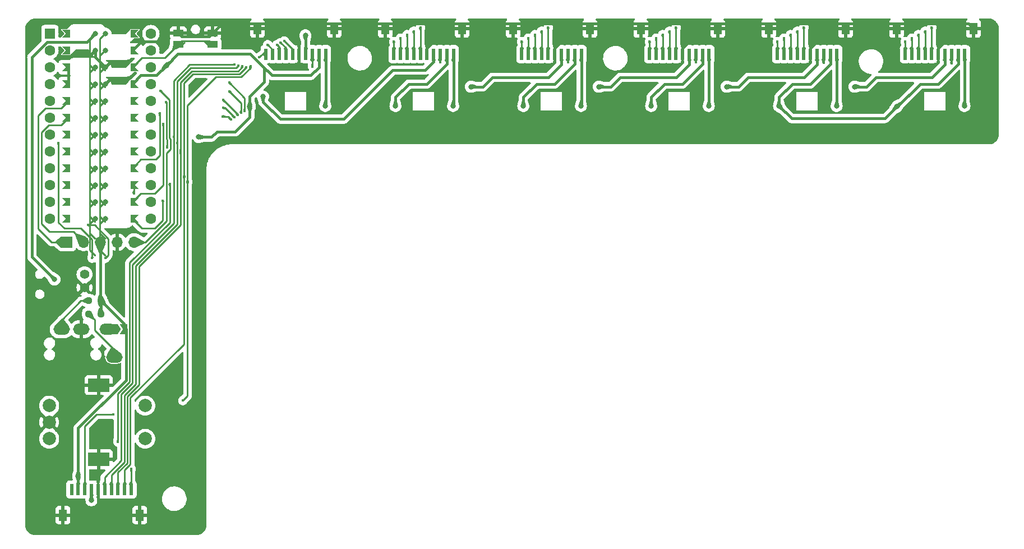
<source format=gbl>
G04 #@! TF.GenerationSoftware,KiCad,Pcbnew,7.0.5*
G04 #@! TF.CreationDate,2024-01-21T06:03:08-08:00*
G04 #@! TF.ProjectId,Seismos_5CoreRShift,53656973-6d6f-4735-9f35-436f72655253,rev?*
G04 #@! TF.SameCoordinates,Original*
G04 #@! TF.FileFunction,Copper,L2,Bot*
G04 #@! TF.FilePolarity,Positive*
%FSLAX46Y46*%
G04 Gerber Fmt 4.6, Leading zero omitted, Abs format (unit mm)*
G04 Created by KiCad (PCBNEW 7.0.5) date 2024-01-21 06:03:08*
%MOMM*%
%LPD*%
G01*
G04 APERTURE LIST*
G04 Aperture macros list*
%AMRoundRect*
0 Rectangle with rounded corners*
0 $1 Rounding radius*
0 $2 $3 $4 $5 $6 $7 $8 $9 X,Y pos of 4 corners*
0 Add a 4 corners polygon primitive as box body*
4,1,4,$2,$3,$4,$5,$6,$7,$8,$9,$2,$3,0*
0 Add four circle primitives for the rounded corners*
1,1,$1+$1,$2,$3*
1,1,$1+$1,$4,$5*
1,1,$1+$1,$6,$7*
1,1,$1+$1,$8,$9*
0 Add four rect primitives between the rounded corners*
20,1,$1+$1,$2,$3,$4,$5,0*
20,1,$1+$1,$4,$5,$6,$7,0*
20,1,$1+$1,$6,$7,$8,$9,0*
20,1,$1+$1,$8,$9,$2,$3,0*%
%AMFreePoly0*
4,1,49,0.004652,0.123753,0.008918,0.124682,0.028635,0.117327,0.062500,0.108253,0.068172,0.102580,0.074910,0.100068,0.087486,0.083266,0.108253,0.062500,0.111163,0.051639,0.117119,0.043683,0.118510,0.024217,0.125000,0.000000,0.121245,-0.014013,0.122144,-0.026571,0.113772,-0.041901,0.108253,-0.062500,0.095633,-0.075119,0.088389,-0.088388,-0.641000,-0.817776,-0.641000,-4.770223,
0.088389,-5.499612,0.109711,-5.528094,0.124682,-5.596918,0.100068,-5.662910,0.043683,-5.705119,-0.026571,-5.710144,-0.088388,-5.676389,-0.854388,-4.910388,-0.867764,-4.892519,-0.871157,-4.889580,-0.871926,-4.886960,-0.875710,-4.881906,-0.882285,-4.851677,-0.891000,-4.822000,-0.891000,-0.766000,-0.887823,-0.743906,-0.888144,-0.739429,-0.886835,-0.737032,-0.885937,-0.730783,-0.869209,-0.704755,
-0.854388,-0.677612,-0.088388,0.088389,-0.064427,0.106325,-0.062500,0.108253,-0.061491,0.108523,-0.059906,0.109711,-0.044779,0.113001,0.000000,0.125000,0.004652,0.123753,0.004652,0.123753,$1*%
%AMFreePoly1*
4,1,6,0.600000,-0.250000,-0.600000,-0.250000,-0.600000,1.000000,0.000000,0.400000,0.600000,1.000000,0.600000,-0.250000,0.600000,-0.250000,$1*%
%AMFreePoly2*
4,1,6,1.000000,0.000000,0.500000,-0.750000,-0.500000,-0.750000,-0.500000,0.750000,0.500000,0.750000,1.000000,0.000000,1.000000,0.000000,$1*%
%AMFreePoly3*
4,1,6,0.500000,-0.750000,-0.650000,-0.750000,-0.150000,0.000000,-0.650000,0.750000,0.500000,0.750000,0.500000,-0.750000,0.500000,-0.750000,$1*%
G04 Aperture macros list end*
G04 #@! TA.AperFunction,ComponentPad*
%ADD10C,2.000000*%
G04 #@! TD*
G04 #@! TA.AperFunction,ComponentPad*
%ADD11R,3.200000X2.000000*%
G04 #@! TD*
G04 #@! TA.AperFunction,ComponentPad*
%ADD12O,2.500000X1.700000*%
G04 #@! TD*
G04 #@! TA.AperFunction,ComponentPad*
%ADD13R,1.700000X1.700000*%
G04 #@! TD*
G04 #@! TA.AperFunction,ComponentPad*
%ADD14O,1.700000X1.700000*%
G04 #@! TD*
G04 #@! TA.AperFunction,ComponentPad*
%ADD15C,1.400000*%
G04 #@! TD*
G04 #@! TA.AperFunction,ComponentPad*
%ADD16C,1.600000*%
G04 #@! TD*
G04 #@! TA.AperFunction,ComponentPad*
%ADD17R,1.600000X1.600000*%
G04 #@! TD*
G04 #@! TA.AperFunction,SMDPad,CuDef*
%ADD18FreePoly0,270.000000*%
G04 #@! TD*
G04 #@! TA.AperFunction,ComponentPad*
%ADD19C,0.800000*%
G04 #@! TD*
G04 #@! TA.AperFunction,SMDPad,CuDef*
%ADD20FreePoly1,90.000000*%
G04 #@! TD*
G04 #@! TA.AperFunction,SMDPad,CuDef*
%ADD21FreePoly1,270.000000*%
G04 #@! TD*
G04 #@! TA.AperFunction,SMDPad,CuDef*
%ADD22FreePoly0,90.000000*%
G04 #@! TD*
G04 #@! TA.AperFunction,SMDPad,CuDef*
%ADD23R,0.600000X1.700000*%
G04 #@! TD*
G04 #@! TA.AperFunction,SMDPad,CuDef*
%ADD24R,1.200000X1.800000*%
G04 #@! TD*
G04 #@! TA.AperFunction,SMDPad,CuDef*
%ADD25RoundRect,0.237500X0.250000X0.237500X-0.250000X0.237500X-0.250000X-0.237500X0.250000X-0.237500X0*%
G04 #@! TD*
G04 #@! TA.AperFunction,SMDPad,CuDef*
%ADD26FreePoly2,0.000000*%
G04 #@! TD*
G04 #@! TA.AperFunction,SMDPad,CuDef*
%ADD27FreePoly3,0.000000*%
G04 #@! TD*
G04 #@! TA.AperFunction,SMDPad,CuDef*
%ADD28R,1.550000X1.000000*%
G04 #@! TD*
G04 #@! TA.AperFunction,ViaPad*
%ADD29C,0.800000*%
G04 #@! TD*
G04 #@! TA.AperFunction,ViaPad*
%ADD30C,0.400000*%
G04 #@! TD*
G04 #@! TA.AperFunction,Conductor*
%ADD31C,0.381000*%
G04 #@! TD*
G04 #@! TA.AperFunction,Conductor*
%ADD32C,0.254000*%
G04 #@! TD*
G04 APERTURE END LIST*
D10*
X33610000Y-78460000D03*
X33610000Y-83460000D03*
X33610000Y-80960000D03*
D11*
X41110000Y-75360000D03*
X41110000Y-86560000D03*
D10*
X48110000Y-83460000D03*
X48110000Y-78460000D03*
D12*
X42470000Y-66925000D03*
X38470000Y-66925000D03*
X35470000Y-66925000D03*
X43470000Y-71125000D03*
D13*
X36284000Y-53766000D03*
D14*
X38824000Y-53766000D03*
X41364000Y-53766000D03*
X43904000Y-53766000D03*
X46444000Y-53766000D03*
D15*
X38949500Y-60632000D03*
X38949500Y-58632000D03*
D16*
X48970000Y-22286000D03*
X33730000Y-22286000D03*
D17*
X33730000Y-22286000D03*
D16*
X48970000Y-24826000D03*
X33730000Y-24826000D03*
X48970000Y-27366000D03*
X33730000Y-27366000D03*
X48970000Y-29906000D03*
X33730000Y-29906000D03*
X48970000Y-32446000D03*
X33730000Y-32446000D03*
X48970000Y-34986000D03*
X33730000Y-34986000D03*
X48970000Y-37526000D03*
X33730000Y-37526000D03*
X48970000Y-40066000D03*
X33730000Y-40066000D03*
X48970000Y-42606000D03*
X33730000Y-42606000D03*
X48970000Y-45146000D03*
X33730000Y-45146000D03*
X48970000Y-47686000D03*
X33730000Y-47686000D03*
X48970000Y-50226000D03*
X33730000Y-50226000D03*
D18*
X42112000Y-22286000D03*
D19*
X42112000Y-22286000D03*
D20*
X36524000Y-22286000D03*
D18*
X42112000Y-24826000D03*
D19*
X42112000Y-24826000D03*
D20*
X36524000Y-24826000D03*
D18*
X42112000Y-27366000D03*
D19*
X42112000Y-27366000D03*
D20*
X36524000Y-27366000D03*
D18*
X42112000Y-29906000D03*
D19*
X42112000Y-29906000D03*
D20*
X36524000Y-29906000D03*
D18*
X42112000Y-32446000D03*
D19*
X42112000Y-32446000D03*
D20*
X36524000Y-32446000D03*
D18*
X42112000Y-34986000D03*
D19*
X42112000Y-34986000D03*
D20*
X36524000Y-34986000D03*
D18*
X42112000Y-37526000D03*
D19*
X42112000Y-37526000D03*
D20*
X36524000Y-37526000D03*
D18*
X42112000Y-40066000D03*
D19*
X42112000Y-40066000D03*
D20*
X36524000Y-40066000D03*
D18*
X42112000Y-42606000D03*
D19*
X42112000Y-42606000D03*
D20*
X36524000Y-42606000D03*
D18*
X42112000Y-45146000D03*
D19*
X42112000Y-45146000D03*
D20*
X36524000Y-45146000D03*
D18*
X42112000Y-47686000D03*
D19*
X42112000Y-47686000D03*
D20*
X36524000Y-47686000D03*
D18*
X42112000Y-50226000D03*
D19*
X42112000Y-50226000D03*
D20*
X36524000Y-50226000D03*
D21*
X46176000Y-50226000D03*
D22*
X40588000Y-50226000D03*
D19*
X40588000Y-50226000D03*
D21*
X46176000Y-47686000D03*
D22*
X40588000Y-47686000D03*
D19*
X40588000Y-47686000D03*
D21*
X46176000Y-45146000D03*
D22*
X40588000Y-45146000D03*
D19*
X40588000Y-45146000D03*
D21*
X46176000Y-42606000D03*
D22*
X40588000Y-42606000D03*
D19*
X40588000Y-42606000D03*
D21*
X46176000Y-40066000D03*
D22*
X40588000Y-40066000D03*
D19*
X40588000Y-40066000D03*
D21*
X46176000Y-37526000D03*
D22*
X40588000Y-37526000D03*
D19*
X40588000Y-37526000D03*
D21*
X46176000Y-34986000D03*
D22*
X40588000Y-34986000D03*
D19*
X40588000Y-34986000D03*
D21*
X46176000Y-32446000D03*
D22*
X40588000Y-32446000D03*
D19*
X40588000Y-32446000D03*
D21*
X46176000Y-29906000D03*
D22*
X40588000Y-29906000D03*
D19*
X40588000Y-29906000D03*
D21*
X46176000Y-27366000D03*
D22*
X40588000Y-27366000D03*
D19*
X40588000Y-27366000D03*
D21*
X46176000Y-24826000D03*
D22*
X40588000Y-24826000D03*
D19*
X40588000Y-24826000D03*
D21*
X46176000Y-22286000D03*
D22*
X40588000Y-22286000D03*
D19*
X40588000Y-22286000D03*
D23*
X66350000Y-25386000D03*
X67350000Y-25386000D03*
X68350000Y-25385000D03*
X69350000Y-25385000D03*
X70350000Y-25385000D03*
X71350000Y-25385000D03*
X72350000Y-25385000D03*
X73350000Y-25385000D03*
X74350000Y-25385000D03*
X75350000Y-25385000D03*
D24*
X65050000Y-21510000D03*
X76650000Y-21510000D03*
D25*
X41412500Y-64600000D03*
X39587500Y-64600000D03*
D26*
X43450000Y-66900000D03*
D27*
X44900000Y-66900000D03*
D23*
X85650000Y-25386000D03*
X86650000Y-25386000D03*
X87650000Y-25385000D03*
X88650000Y-25385000D03*
X89650000Y-25385000D03*
X90650000Y-25385000D03*
X91650000Y-25385000D03*
X92650000Y-25385000D03*
X93650000Y-25385000D03*
X94650000Y-25385000D03*
D24*
X84350000Y-21510000D03*
X95950000Y-21510000D03*
D25*
X41412500Y-62600000D03*
X39587500Y-62600000D03*
D28*
X58312500Y-23899500D03*
X58312500Y-22199500D03*
X53112500Y-23899500D03*
X53112500Y-22199500D03*
D23*
X46000000Y-91114000D03*
X45000000Y-91114000D03*
X44000000Y-91115000D03*
X43000000Y-91115000D03*
X42000000Y-91115000D03*
X41000000Y-91115000D03*
X40000000Y-91115000D03*
X39000000Y-91115000D03*
X38000000Y-91115000D03*
X37000000Y-91115000D03*
D24*
X47300000Y-94990000D03*
X35700000Y-94990000D03*
D23*
X162850000Y-25386000D03*
X163850000Y-25386000D03*
X164850000Y-25385000D03*
X165850000Y-25385000D03*
X166850000Y-25385000D03*
X167850000Y-25385000D03*
X168850000Y-25385000D03*
X169850000Y-25385000D03*
X170850000Y-25385000D03*
X171850000Y-25385000D03*
D24*
X161550000Y-21510000D03*
X173150000Y-21510000D03*
D23*
X124250000Y-25386000D03*
X125250000Y-25386000D03*
X126250000Y-25385000D03*
X127250000Y-25385000D03*
X128250000Y-25385000D03*
X129250000Y-25385000D03*
X130250000Y-25385000D03*
X131250000Y-25385000D03*
X132250000Y-25385000D03*
X133250000Y-25385000D03*
D24*
X122950000Y-21510000D03*
X134550000Y-21510000D03*
D23*
X104950000Y-25386000D03*
X105950000Y-25386000D03*
X106950000Y-25385000D03*
X107950000Y-25385000D03*
X108950000Y-25385000D03*
X109950000Y-25385000D03*
X110950000Y-25385000D03*
X111950000Y-25385000D03*
X112950000Y-25385000D03*
X113950000Y-25385000D03*
D24*
X103650000Y-21510000D03*
X115250000Y-21510000D03*
D23*
X143550000Y-25386000D03*
X144550000Y-25386000D03*
X145550000Y-25385000D03*
X146550000Y-25385000D03*
X147550000Y-25385000D03*
X148550000Y-25385000D03*
X149550000Y-25385000D03*
X150550000Y-25385000D03*
X151550000Y-25385000D03*
X152550000Y-25385000D03*
D24*
X142250000Y-21510000D03*
X153850000Y-21510000D03*
D29*
X95900000Y-31800000D03*
X173100000Y-31800000D03*
X62050000Y-23450000D03*
X55700000Y-29975000D03*
X70050000Y-22500000D03*
X153800000Y-31800000D03*
X115200000Y-31800000D03*
X76600000Y-31800000D03*
X134500000Y-31800000D03*
D30*
X108950000Y-21390000D03*
X147550000Y-21390000D03*
X61601491Y-26953010D03*
X52400484Y-37880205D03*
X69125552Y-23397000D03*
X89650000Y-21390000D03*
X166850000Y-21390000D03*
X128250000Y-21390000D03*
X107950000Y-21916500D03*
X62212227Y-27086858D03*
X68551500Y-23648500D03*
X88650000Y-21916500D03*
X127250000Y-21916500D03*
X165850000Y-21916500D03*
X52926500Y-38800000D03*
X146550000Y-21916500D03*
X62800497Y-27200000D03*
X164850000Y-22443000D03*
X53453000Y-40115819D03*
X106950000Y-22443000D03*
X145550000Y-22443000D03*
X126250000Y-22443000D03*
X87650000Y-22443000D03*
X67999119Y-23950881D03*
X53979500Y-43900000D03*
X144550000Y-22969500D03*
X63382057Y-27345571D03*
X66614674Y-23968516D03*
X125250000Y-22969500D03*
X163850000Y-22969500D03*
X86650000Y-22969500D03*
X105950000Y-22969500D03*
D29*
X85900000Y-33200000D03*
X38000000Y-89100000D03*
X63900000Y-33300000D03*
X161600000Y-33300000D03*
X51300000Y-27100000D03*
X124500000Y-33200000D03*
X56200000Y-37900000D03*
X143800000Y-33200000D03*
X105200000Y-33200000D03*
X72300000Y-22550000D03*
D30*
X73350000Y-27250000D03*
X92650000Y-26600000D03*
X61046026Y-35232044D03*
X59800000Y-34800000D03*
X111950000Y-26600000D03*
X59900000Y-33500000D03*
X61561525Y-34925998D03*
X131250000Y-26650000D03*
X59900000Y-32300000D03*
X62058259Y-34590352D03*
X150550000Y-26700000D03*
X60800000Y-31000000D03*
X62563789Y-34268105D03*
X60800000Y-29700000D03*
X63100000Y-34000000D03*
X169850000Y-26800000D03*
D29*
X34400000Y-59400000D03*
D30*
X35000000Y-38800000D03*
X40100000Y-56200000D03*
X42073500Y-56200000D03*
X39500000Y-51200000D03*
D29*
X75300000Y-33200000D03*
X65900000Y-31800000D03*
X94600000Y-33200000D03*
X97300000Y-30300000D03*
X113900000Y-33200000D03*
X116600000Y-30300000D03*
X133200000Y-33200000D03*
X135900000Y-30300000D03*
X152500000Y-33200000D03*
X155200000Y-30300000D03*
X171800000Y-33200000D03*
X40000000Y-92750000D03*
D30*
X51273500Y-32600000D03*
X50773500Y-47500000D03*
X51419500Y-39500000D03*
X50400000Y-30900000D03*
X43273500Y-79792694D03*
X104950000Y-23496000D03*
X162850000Y-23496000D03*
X65337354Y-25887354D03*
X143550000Y-23496000D03*
X54506000Y-44694191D03*
X63999438Y-27225270D03*
X124250000Y-23496000D03*
X85650000Y-23496000D03*
X53800000Y-77700000D03*
X46000000Y-88000000D03*
X50300000Y-34300000D03*
X50819500Y-35900000D03*
X43973989Y-83900000D03*
X51826500Y-44957794D03*
X46400000Y-46400000D03*
D31*
X51800500Y-22199500D02*
X50523500Y-23476500D01*
X50523500Y-23476500D02*
X47525500Y-23476500D01*
X167850000Y-25385000D02*
X167850000Y-24535000D01*
X53612500Y-22699500D02*
X53112500Y-22199500D01*
X59712000Y-20800000D02*
X152850000Y-20800000D01*
X153800000Y-31800000D02*
X153850000Y-31750000D01*
X115200000Y-31800000D02*
X115250000Y-31750000D01*
X38900000Y-95000000D02*
X46800000Y-95000000D01*
X40588000Y-25842000D02*
X42112000Y-27366000D01*
X115250000Y-31750000D02*
X115250000Y-21510000D01*
X76650000Y-31750000D02*
X76650000Y-21510000D01*
X35710000Y-95000000D02*
X35700000Y-94990000D01*
X71350000Y-23800000D02*
X70050000Y-22500000D01*
X40588000Y-24826000D02*
X40588000Y-25842000D01*
X51800500Y-22199500D02*
X53112500Y-22199500D01*
X167850000Y-24535000D02*
X171585000Y-20800000D01*
X171585000Y-20800000D02*
X172150000Y-20800000D01*
X132985000Y-20800000D02*
X133550000Y-20800000D01*
X134500000Y-31800000D02*
X134550000Y-31750000D01*
X148550000Y-24535000D02*
X152285000Y-20800000D01*
X58312500Y-22199500D02*
X59712000Y-20800000D01*
X41000000Y-91115000D02*
X41000000Y-93350000D01*
X109950000Y-25385000D02*
X109950000Y-24535000D01*
X113685000Y-20800000D02*
X114250000Y-20800000D01*
X129250000Y-24535000D02*
X132985000Y-20800000D01*
X90650000Y-25385000D02*
X90650000Y-24535000D01*
X41000000Y-93350000D02*
X39350000Y-95000000D01*
X152850000Y-20800000D02*
X172440000Y-20800000D01*
X172440000Y-20800000D02*
X173150000Y-21510000D01*
X148550000Y-25385000D02*
X148550000Y-24535000D01*
X153850000Y-31750000D02*
X153850000Y-21510000D01*
X95950000Y-31750000D02*
X95950000Y-21510000D01*
X94385000Y-20800000D02*
X94950000Y-20800000D01*
X152285000Y-20800000D02*
X152850000Y-20800000D01*
X76600000Y-31800000D02*
X76650000Y-31750000D01*
X58609500Y-22540000D02*
X58950000Y-22199500D01*
X134550000Y-31750000D02*
X134550000Y-21510000D01*
X173150000Y-31750000D02*
X173150000Y-21510000D01*
X36524000Y-27366000D02*
X36524000Y-29906000D01*
X38900000Y-95000000D02*
X35710000Y-95000000D01*
X57812500Y-22699500D02*
X53612500Y-22699500D01*
X58312500Y-22199500D02*
X57812500Y-22699500D01*
X90650000Y-24535000D02*
X94385000Y-20800000D01*
X71350000Y-25385000D02*
X71350000Y-23800000D01*
X129250000Y-25385000D02*
X129250000Y-24535000D01*
X173100000Y-31800000D02*
X173150000Y-31750000D01*
X39350000Y-95000000D02*
X38900000Y-95000000D01*
X47525500Y-23476500D02*
X46176000Y-24826000D01*
X95900000Y-31800000D02*
X95950000Y-31750000D01*
X109950000Y-24535000D02*
X113685000Y-20800000D01*
D32*
X42000000Y-89250000D02*
X42000000Y-91115000D01*
X147550000Y-25385000D02*
X147550000Y-21390000D01*
X44500000Y-86750000D02*
X42000000Y-89250000D01*
X108950000Y-25385000D02*
X108950000Y-21390000D01*
X44500000Y-76724908D02*
X44500000Y-86750000D01*
X128250000Y-25385000D02*
X128250000Y-21390000D01*
X52400000Y-29400000D02*
X52400000Y-50938239D01*
X61601491Y-26953010D02*
X54846990Y-26953010D01*
X54846990Y-26953010D02*
X52400000Y-29400000D01*
X70350000Y-24621448D02*
X70350000Y-25385000D01*
X89650000Y-25385000D02*
X89650000Y-21390000D01*
X46200000Y-75024908D02*
X44500000Y-76724908D01*
X166850000Y-25385000D02*
X166850000Y-21390000D01*
X69125552Y-23397000D02*
X70350000Y-24621448D01*
X52400000Y-50938239D02*
X46200000Y-57138239D01*
X46200000Y-57138239D02*
X46200000Y-75024908D01*
X44954000Y-76912960D02*
X44954000Y-86938052D01*
X146550000Y-25385000D02*
X146550000Y-21916500D01*
X68551500Y-23648500D02*
X69350000Y-24447000D01*
X61819075Y-27480010D02*
X54962042Y-27480010D01*
X52926500Y-51053791D02*
X46654000Y-57326291D01*
X44954000Y-86938052D02*
X43000000Y-88892052D01*
X46654000Y-57326291D02*
X46654000Y-75212960D01*
X88650000Y-25385000D02*
X88650000Y-21916500D01*
X165850000Y-25385000D02*
X165850000Y-21916500D01*
X46654000Y-75212960D02*
X44954000Y-76912960D01*
X43000000Y-88892052D02*
X43000000Y-91115000D01*
X69350000Y-24447000D02*
X69350000Y-25385000D01*
X107950000Y-25385000D02*
X107950000Y-21916500D01*
X127250000Y-25385000D02*
X127250000Y-21916500D01*
X54962042Y-27480010D02*
X52926500Y-29515552D01*
X52926500Y-29515552D02*
X52926500Y-51053791D01*
X62212227Y-27086858D02*
X61819075Y-27480010D01*
X55150094Y-27934010D02*
X62169118Y-27934010D01*
X53453000Y-40115819D02*
X53453000Y-29631104D01*
X87650000Y-25385000D02*
X87650000Y-22443000D01*
X53453000Y-51169343D02*
X47200000Y-57422343D01*
X53453000Y-29631104D02*
X55150094Y-27934010D01*
X164850000Y-25385000D02*
X164850000Y-22443000D01*
X106950000Y-25385000D02*
X106950000Y-22443000D01*
X47200000Y-57422343D02*
X47200000Y-75309012D01*
X44000000Y-88534104D02*
X44000000Y-91115000D01*
X126250000Y-25385000D02*
X126250000Y-22443000D01*
X45408000Y-87126104D02*
X44000000Y-88534104D01*
X68350000Y-24301762D02*
X68350000Y-25385000D01*
X53453000Y-40115819D02*
X53453000Y-51169343D01*
X45408000Y-77101012D02*
X45408000Y-87126104D01*
X67999119Y-23950881D02*
X68350000Y-24301762D01*
X62169118Y-27934010D02*
X62800497Y-27302631D01*
X47200000Y-75309012D02*
X45408000Y-77101012D01*
X145550000Y-25385000D02*
X145550000Y-22443000D01*
X62800497Y-27302631D02*
X62800497Y-27200000D01*
X62357170Y-28388010D02*
X55338146Y-28388010D01*
X63382057Y-27363123D02*
X62357170Y-28388010D01*
X144550000Y-25386000D02*
X144550000Y-22969500D01*
X45875532Y-77275532D02*
X45875532Y-87300624D01*
X67350000Y-24703842D02*
X67350000Y-25386000D01*
X45000000Y-88176156D02*
X45000000Y-91114000D01*
X53979500Y-69171564D02*
X45875532Y-77275532D01*
X163850000Y-25386000D02*
X163850000Y-22969500D01*
X86650000Y-25386000D02*
X86650000Y-22969500D01*
X53979500Y-29746656D02*
X53979500Y-43900000D01*
X55338146Y-28388010D02*
X53979500Y-29746656D01*
X66614674Y-23968516D02*
X67350000Y-24703842D01*
X63382057Y-27345571D02*
X63382057Y-27363123D01*
X53979500Y-43900000D02*
X53979500Y-69171564D01*
X125250000Y-25386000D02*
X125250000Y-22969500D01*
X105950000Y-25386000D02*
X105950000Y-22969500D01*
X45875532Y-87300624D02*
X45000000Y-88176156D01*
D31*
X126500000Y-29900000D02*
X129200000Y-29900000D01*
X105200000Y-33200000D02*
X105200000Y-31900000D01*
X145800000Y-29900000D02*
X148500000Y-29900000D01*
X124500000Y-31900000D02*
X126500000Y-29900000D01*
X67214906Y-28600000D02*
X73100000Y-28600000D01*
X41412500Y-62600000D02*
X44900000Y-66087500D01*
X63900000Y-33300000D02*
X63900000Y-31800000D01*
X38000000Y-89100000D02*
X38000000Y-81851000D01*
X49800000Y-28600000D02*
X51300000Y-27100000D01*
X61700000Y-37100000D02*
X63900000Y-34900000D01*
X124500000Y-33200000D02*
X124500000Y-31900000D01*
X87900000Y-29900000D02*
X90600000Y-29900000D01*
X151550000Y-26850000D02*
X151550000Y-25385000D01*
X41364000Y-53766000D02*
X41364000Y-62551500D01*
X145700000Y-35100000D02*
X143800000Y-33200000D01*
X109900000Y-29900000D02*
X112950000Y-26850000D01*
X165100000Y-29900000D02*
X167800000Y-29900000D01*
X112950000Y-26850000D02*
X112950000Y-25385000D01*
X167800000Y-29900000D02*
X170850000Y-26850000D01*
X58950000Y-37100000D02*
X61700000Y-37100000D01*
X143800000Y-33200000D02*
X143800000Y-31900000D01*
X45200000Y-66900000D02*
X44900000Y-66900000D01*
X161600000Y-33300000D02*
X161700000Y-33300000D01*
X56200000Y-37900000D02*
X58150000Y-37900000D01*
X47482000Y-28600000D02*
X49800000Y-28600000D01*
X93650000Y-26850000D02*
X93650000Y-25385000D01*
X53060000Y-25340000D02*
X63954906Y-25340000D01*
X85900000Y-33200000D02*
X85900000Y-31900000D01*
X38000000Y-81851000D02*
X45200000Y-74651000D01*
X44900000Y-66087500D02*
X44900000Y-66900000D01*
X107200000Y-29900000D02*
X109900000Y-29900000D01*
X85900000Y-31900000D02*
X87900000Y-29900000D01*
X41412500Y-62600000D02*
X41412500Y-64600000D01*
X129200000Y-29900000D02*
X132250000Y-26850000D01*
X74350000Y-27350000D02*
X74350000Y-25385000D01*
X143800000Y-31900000D02*
X145800000Y-29900000D01*
X38000000Y-91115000D02*
X38000000Y-89100000D01*
X161700000Y-33300000D02*
X165100000Y-29900000D01*
X63954906Y-25340000D02*
X65807453Y-27192547D01*
X90600000Y-29900000D02*
X93650000Y-26850000D01*
X65807453Y-27192547D02*
X67214906Y-28600000D01*
X73100000Y-28600000D02*
X74350000Y-27350000D01*
X105200000Y-31900000D02*
X107200000Y-29900000D01*
X159800000Y-35100000D02*
X145700000Y-35100000D01*
X46176000Y-29906000D02*
X47482000Y-28600000D01*
X63900000Y-31800000D02*
X66100000Y-29600000D01*
X148500000Y-29900000D02*
X151550000Y-26850000D01*
X45200000Y-74651000D02*
X45200000Y-66900000D01*
X132250000Y-26850000D02*
X132250000Y-25385000D01*
X63900000Y-34900000D02*
X63900000Y-33300000D01*
X66100000Y-29600000D02*
X66100000Y-27485094D01*
X170850000Y-26850000D02*
X170850000Y-25385000D01*
X41364000Y-62551500D02*
X41412500Y-62600000D01*
X51300000Y-27100000D02*
X53060000Y-25340000D01*
X66100000Y-27485094D02*
X65807453Y-27192547D01*
X161600000Y-33300000D02*
X159800000Y-35100000D01*
X58150000Y-37900000D02*
X58950000Y-37100000D01*
D32*
X38824000Y-53766000D02*
X37258000Y-52200000D01*
X33600000Y-52200000D02*
X32425500Y-51025500D01*
X32425500Y-51025500D02*
X32425500Y-37236681D01*
X37258000Y-52200000D02*
X33600000Y-52200000D01*
X33549181Y-36113000D02*
X35397000Y-36113000D01*
X35397000Y-36113000D02*
X36524000Y-34986000D01*
X32425500Y-37236681D02*
X33549181Y-36113000D01*
X36284000Y-53766000D02*
X33966000Y-53766000D01*
X31971500Y-51771500D02*
X31971500Y-34628500D01*
X35397000Y-33573000D02*
X36524000Y-32446000D01*
X31971500Y-34628500D02*
X33027000Y-33573000D01*
X33027000Y-33573000D02*
X35397000Y-33573000D01*
X33966000Y-53766000D02*
X31971500Y-51771500D01*
D31*
X72350000Y-22600000D02*
X72350000Y-25385000D01*
X72300000Y-22550000D02*
X72350000Y-22600000D01*
D32*
X73350000Y-25385000D02*
X73350000Y-27250000D01*
X92650000Y-26600000D02*
X92650000Y-25385000D01*
X60613982Y-34800000D02*
X59800000Y-34800000D01*
X61046026Y-35232044D02*
X60613982Y-34800000D01*
X61561525Y-34925998D02*
X60135527Y-33500000D01*
X60135527Y-33500000D02*
X59900000Y-33500000D01*
X111950000Y-26600000D02*
X111950000Y-25385000D01*
X131250000Y-26650000D02*
X131250000Y-25385000D01*
X62058259Y-34458259D02*
X59900000Y-32300000D01*
X62058259Y-34590352D02*
X62058259Y-34458259D01*
X150550000Y-26700000D02*
X150550000Y-25385000D01*
X62563789Y-34268105D02*
X62563789Y-32763789D01*
X62563789Y-32763789D02*
X60800000Y-31000000D01*
X169850000Y-25385000D02*
X169850000Y-26800000D01*
X63100000Y-34000000D02*
X63100000Y-32000000D01*
X63100000Y-32000000D02*
X60800000Y-29700000D01*
D31*
X39329500Y-23544500D02*
X40588000Y-22286000D01*
X34400000Y-59400000D02*
X31000000Y-56000000D01*
X31000000Y-56000000D02*
X31000000Y-25872378D01*
X31000000Y-25872378D02*
X33327878Y-23544500D01*
X33327878Y-23544500D02*
X39329500Y-23544500D01*
D32*
X51059000Y-25953000D02*
X47589000Y-25953000D01*
X47589000Y-25953000D02*
X46176000Y-27366000D01*
X53112500Y-23899500D02*
X51059000Y-25953000D01*
X54027000Y-23622500D02*
X53750000Y-23899500D01*
X57812500Y-23399500D02*
X53612500Y-23399500D01*
X58312500Y-23899500D02*
X57812500Y-23399500D01*
X53612500Y-23399500D02*
X53112500Y-23899500D01*
X35000000Y-50800000D02*
X35000000Y-38800000D01*
X35900000Y-51700000D02*
X35000000Y-50800000D01*
X40100000Y-53377470D02*
X38422530Y-51700000D01*
X38422530Y-51700000D02*
X35900000Y-51700000D01*
X40100000Y-56200000D02*
X40100000Y-53377470D01*
X40462530Y-51200000D02*
X39500000Y-51200000D01*
X42541000Y-53278470D02*
X40462530Y-51200000D01*
X42073500Y-56200000D02*
X42541000Y-55732500D01*
X42541000Y-55732500D02*
X42541000Y-53278470D01*
D31*
X75350000Y-33150000D02*
X75350000Y-25385000D01*
X75300000Y-33200000D02*
X75350000Y-33150000D01*
X68500000Y-35200000D02*
X65900000Y-32600000D01*
X85500000Y-27800000D02*
X78100000Y-35200000D01*
X78100000Y-35200000D02*
X68500000Y-35200000D01*
X91650000Y-26550000D02*
X90400000Y-27800000D01*
X90400000Y-27800000D02*
X85500000Y-27800000D01*
X91650000Y-25385000D02*
X91650000Y-26550000D01*
X65900000Y-32600000D02*
X65900000Y-31800000D01*
X94600000Y-33200000D02*
X94650000Y-33150000D01*
X94650000Y-33150000D02*
X94650000Y-25385000D01*
X110950000Y-26950000D02*
X110950000Y-25385000D01*
X97300000Y-30300000D02*
X99100000Y-30300000D01*
X99100000Y-30300000D02*
X100500000Y-28900000D01*
X109000000Y-28900000D02*
X110950000Y-26950000D01*
X100500000Y-28900000D02*
X109000000Y-28900000D01*
X113900000Y-33200000D02*
X113950000Y-33150000D01*
X113950000Y-33150000D02*
X113950000Y-25385000D01*
X116600000Y-30300000D02*
X118400000Y-30300000D01*
X118400000Y-30300000D02*
X119800000Y-28900000D01*
X119800000Y-28900000D02*
X128300000Y-28900000D01*
X128300000Y-28900000D02*
X130250000Y-26950000D01*
X130250000Y-26950000D02*
X130250000Y-25385000D01*
X133200000Y-33200000D02*
X133250000Y-33150000D01*
X133250000Y-33150000D02*
X133250000Y-25385000D01*
X147600000Y-28900000D02*
X149550000Y-26950000D01*
X137700000Y-30300000D02*
X139100000Y-28900000D01*
X139100000Y-28900000D02*
X147600000Y-28900000D01*
X149550000Y-26950000D02*
X149550000Y-25385000D01*
X135900000Y-30300000D02*
X137700000Y-30300000D01*
X152500000Y-33200000D02*
X152550000Y-33150000D01*
X152550000Y-33150000D02*
X152550000Y-25385000D01*
X157000000Y-30300000D02*
X158400000Y-28900000D01*
X168850000Y-26950000D02*
X168850000Y-25385000D01*
X166900000Y-28900000D02*
X168850000Y-26950000D01*
X155200000Y-30300000D02*
X157000000Y-30300000D01*
X158400000Y-28900000D02*
X166900000Y-28900000D01*
X171850000Y-33150000D02*
X171850000Y-25385000D01*
X171800000Y-33200000D02*
X171850000Y-33150000D01*
X40000000Y-92750000D02*
X40000000Y-91115000D01*
D32*
X50773500Y-50484448D02*
X49557948Y-51700000D01*
X51346000Y-38246000D02*
X51419500Y-38319500D01*
X47650000Y-51700000D02*
X46176000Y-50226000D01*
X49557948Y-51700000D02*
X47650000Y-51700000D01*
X50773500Y-47500000D02*
X50773500Y-50484448D01*
X51419500Y-38319500D02*
X51419500Y-39500000D01*
X51346000Y-32672500D02*
X51346000Y-38246000D01*
X51273500Y-32600000D02*
X51346000Y-32672500D01*
X51800000Y-32300000D02*
X51800000Y-38057947D01*
X51946500Y-39718291D02*
X51300000Y-40364791D01*
X48134000Y-53766000D02*
X46444000Y-53766000D01*
X50400000Y-30900000D02*
X51800000Y-32300000D01*
X51300000Y-50600000D02*
X48134000Y-53766000D01*
X51300000Y-40364791D02*
X51300000Y-50600000D01*
X51946500Y-38204447D02*
X51946500Y-39718291D01*
X51800000Y-38057947D02*
X51946500Y-38204447D01*
X43273500Y-79792694D02*
X40790162Y-79792694D01*
X39000000Y-81582856D02*
X39000000Y-91115000D01*
X40790162Y-79792694D02*
X39000000Y-81582856D01*
X104950000Y-25386000D02*
X104950000Y-23496000D01*
X143550000Y-25386000D02*
X143550000Y-23496000D01*
X54506000Y-33094000D02*
X58757990Y-28842010D01*
X58757990Y-28842010D02*
X62630909Y-28842010D01*
X62630909Y-28842010D02*
X63999438Y-27473481D01*
X65838708Y-25386000D02*
X66350000Y-25386000D01*
X46000000Y-88000000D02*
X46000000Y-91114000D01*
X85650000Y-25386000D02*
X85650000Y-23496000D01*
X65337354Y-25887354D02*
X65838708Y-25386000D01*
X124250000Y-25386000D02*
X124250000Y-23496000D01*
X54506000Y-76994000D02*
X54506000Y-44694191D01*
X63999438Y-27473481D02*
X63999438Y-27225270D01*
X162850000Y-25386000D02*
X162850000Y-23496000D01*
X54506000Y-44694191D02*
X54506000Y-33094000D01*
X53800000Y-77700000D02*
X54506000Y-76994000D01*
X50300000Y-34300000D02*
X50292500Y-34307500D01*
X49700000Y-41300000D02*
X47482000Y-41300000D01*
X50292500Y-34307500D02*
X50292500Y-40707500D01*
X50292500Y-40707500D02*
X49700000Y-41300000D01*
X47482000Y-41300000D02*
X46176000Y-42606000D01*
X50819500Y-45176319D02*
X49595819Y-46400000D01*
X49595819Y-46400000D02*
X47462000Y-46400000D01*
X50819500Y-35900000D02*
X50819500Y-45176319D01*
X47462000Y-46400000D02*
X46176000Y-47686000D01*
X35470000Y-65530000D02*
X35470000Y-66925000D01*
X38400000Y-62600000D02*
X35470000Y-65530000D01*
X39587500Y-62600000D02*
X38400000Y-62600000D01*
X39587500Y-64600000D02*
X40500000Y-65512500D01*
X40500000Y-65512500D02*
X40500000Y-67100000D01*
X40500000Y-67100000D02*
X43470000Y-70070000D01*
X43470000Y-70070000D02*
X43470000Y-71125000D01*
X43973989Y-83900000D02*
X43973989Y-76608867D01*
X43973989Y-76608867D02*
X45746000Y-74836856D01*
X45746000Y-56874000D02*
X51826500Y-50793500D01*
X51826500Y-44957794D02*
X51826500Y-50793500D01*
X46400000Y-46400000D02*
X46400000Y-45370000D01*
X45746000Y-74836856D02*
X45746000Y-56874000D01*
X46400000Y-45370000D02*
X46176000Y-45146000D01*
G04 #@! TA.AperFunction,Conductor*
G36*
X42810676Y-80430209D02*
G01*
X42862430Y-80439654D01*
X43150962Y-80492311D01*
X43154601Y-80493091D01*
X43178335Y-80498941D01*
X43187470Y-80501194D01*
X43187472Y-80501194D01*
X43206245Y-80501194D01*
X43211990Y-80501460D01*
X43214236Y-80501670D01*
X43214239Y-80501669D01*
X43214240Y-80501670D01*
X43217270Y-80501804D01*
X43217233Y-80502634D01*
X43281025Y-80521033D01*
X43327034Y-80573615D01*
X43338489Y-80625670D01*
X43338489Y-83414906D01*
X43336474Y-83437169D01*
X43287205Y-83707124D01*
X43281170Y-83728811D01*
X43281025Y-83729192D01*
X43281024Y-83729195D01*
X43276964Y-83762633D01*
X43276408Y-83766291D01*
X43269309Y-83805186D01*
X43269302Y-83805228D01*
X43266224Y-83827654D01*
X43264992Y-83840953D01*
X43265067Y-83856550D01*
X43264616Y-83864329D01*
X43260285Y-83899999D01*
X43260285Y-83900000D01*
X43281023Y-84070801D01*
X43342034Y-84231673D01*
X43342035Y-84231675D01*
X43423307Y-84349416D01*
X43439775Y-84373274D01*
X43439778Y-84373277D01*
X43568556Y-84487365D01*
X43568557Y-84487365D01*
X43568559Y-84487367D01*
X43720906Y-84567325D01*
X43770174Y-84579468D01*
X43830555Y-84614624D01*
X43862344Y-84676843D01*
X43864500Y-84699865D01*
X43864500Y-86435404D01*
X43844815Y-86502443D01*
X43828181Y-86523085D01*
X43421681Y-86929585D01*
X43360358Y-86963070D01*
X43290666Y-86958086D01*
X43234733Y-86916214D01*
X43210316Y-86850750D01*
X43210000Y-86841904D01*
X43210000Y-86810000D01*
X42468044Y-86810000D01*
X42503634Y-86691123D01*
X42513828Y-86516094D01*
X42483384Y-86343433D01*
X42468962Y-86310000D01*
X43210000Y-86310000D01*
X43210000Y-85512172D01*
X43209999Y-85512155D01*
X43203598Y-85452627D01*
X43203596Y-85452620D01*
X43153354Y-85317913D01*
X43153350Y-85317906D01*
X43067190Y-85202812D01*
X43067187Y-85202809D01*
X42952093Y-85116649D01*
X42952086Y-85116645D01*
X42817379Y-85066403D01*
X42817372Y-85066401D01*
X42757844Y-85060000D01*
X41360000Y-85060000D01*
X41360000Y-85810000D01*
X40860000Y-85810000D01*
X40860000Y-85060000D01*
X39759500Y-85060000D01*
X39692461Y-85040315D01*
X39646706Y-84987511D01*
X39635500Y-84936000D01*
X39635500Y-81897450D01*
X39655185Y-81830411D01*
X39671819Y-81809769D01*
X41017075Y-80464513D01*
X41078398Y-80431028D01*
X41104756Y-80428194D01*
X42788414Y-80428194D01*
X42810676Y-80430209D01*
G37*
G04 #@! TD.AperFunction*
G04 #@! TA.AperFunction,Conductor*
G36*
X38668574Y-63332671D02*
G01*
X38683372Y-63339324D01*
X38847921Y-63426658D01*
X38971626Y-63492314D01*
X39021614Y-63541130D01*
X39037274Y-63609222D01*
X39013635Y-63674971D01*
X38978592Y-63707381D01*
X38871654Y-63773341D01*
X38748342Y-63896653D01*
X38748339Y-63896657D01*
X38656795Y-64045071D01*
X38656790Y-64045082D01*
X38601938Y-64210617D01*
X38591500Y-64312779D01*
X38591500Y-64887205D01*
X38591501Y-64887221D01*
X38601938Y-64989382D01*
X38656790Y-65154917D01*
X38656795Y-65154928D01*
X38748339Y-65303342D01*
X38748342Y-65303346D01*
X38808315Y-65363319D01*
X38841800Y-65424642D01*
X38836816Y-65494334D01*
X38794944Y-65550267D01*
X38729480Y-65574684D01*
X38720634Y-65575000D01*
X38720000Y-65575000D01*
X38720000Y-66425000D01*
X38220000Y-66425000D01*
X38220000Y-65575000D01*
X38011054Y-65575000D01*
X37834683Y-65590430D01*
X37834673Y-65590432D01*
X37606516Y-65651566D01*
X37606507Y-65651570D01*
X37392422Y-65751399D01*
X37392420Y-65751400D01*
X37198926Y-65886886D01*
X37062140Y-66023672D01*
X37000817Y-66057156D01*
X36931125Y-66052172D01*
X36881376Y-66017914D01*
X36813398Y-65940676D01*
X36813396Y-65940674D01*
X36788075Y-65920228D01*
X36765516Y-65896443D01*
X36549852Y-65598390D01*
X36507064Y-65539256D01*
X36483714Y-65473405D01*
X36499671Y-65405382D01*
X36519840Y-65378890D01*
X38537561Y-63361170D01*
X38598882Y-63327687D01*
X38668574Y-63332671D01*
G37*
G04 #@! TD.AperFunction*
G04 #@! TA.AperFunction,Conductor*
G36*
X44154000Y-55096633D02*
G01*
X44367483Y-55039433D01*
X44367492Y-55039429D01*
X44581578Y-54939600D01*
X44775082Y-54804105D01*
X44942105Y-54637082D01*
X45068868Y-54456048D01*
X45123445Y-54412423D01*
X45192944Y-54405231D01*
X45255298Y-54436753D01*
X45274251Y-54459350D01*
X45368276Y-54603265D01*
X45368284Y-54603276D01*
X45480526Y-54725201D01*
X45520760Y-54768906D01*
X45698424Y-54907189D01*
X45698425Y-54907189D01*
X45698427Y-54907191D01*
X45758314Y-54939600D01*
X45896426Y-55014342D01*
X46109365Y-55087444D01*
X46321209Y-55122794D01*
X46384095Y-55153244D01*
X46420534Y-55212859D01*
X46418959Y-55282711D01*
X46388481Y-55332784D01*
X45355921Y-56365344D01*
X45343531Y-56375272D01*
X45343702Y-56375479D01*
X45337695Y-56380448D01*
X45290232Y-56430990D01*
X45288878Y-56432387D01*
X45268366Y-56452898D01*
X45268363Y-56452902D01*
X45264008Y-56458516D01*
X45260218Y-56462953D01*
X45227782Y-56497494D01*
X45227781Y-56497496D01*
X45217900Y-56515468D01*
X45207225Y-56531719D01*
X45194652Y-56547929D01*
X45194649Y-56547933D01*
X45175827Y-56591428D01*
X45173257Y-56596674D01*
X45150430Y-56638197D01*
X45145329Y-56658064D01*
X45139030Y-56676462D01*
X45130884Y-56695287D01*
X45130881Y-56695296D01*
X45123469Y-56742098D01*
X45122284Y-56747820D01*
X45110500Y-56793711D01*
X45110500Y-56814225D01*
X45108973Y-56833624D01*
X45105765Y-56853877D01*
X45110225Y-56901059D01*
X45110500Y-56906897D01*
X45110500Y-65010101D01*
X45090815Y-65077140D01*
X45038011Y-65122895D01*
X44968853Y-65132839D01*
X44905297Y-65103814D01*
X44898819Y-65097782D01*
X42737716Y-62936680D01*
X42714243Y-62903960D01*
X42712038Y-62899500D01*
X42414925Y-62298617D01*
X42402724Y-62256261D01*
X42398062Y-62210619D01*
X42343209Y-62045080D01*
X42326145Y-62017415D01*
X42323969Y-62013589D01*
X42319890Y-62005786D01*
X42229445Y-61832753D01*
X42077107Y-61541310D01*
X42063000Y-61483869D01*
X42063000Y-57029439D01*
X42082685Y-56962400D01*
X42135489Y-56916645D01*
X42157326Y-56909042D01*
X42159525Y-56908500D01*
X42159528Y-56908500D01*
X42326583Y-56867325D01*
X42478930Y-56787367D01*
X42537060Y-56735865D01*
X42541798Y-56732067D01*
X42545867Y-56729122D01*
X42549287Y-56725432D01*
X42553622Y-56721194D01*
X42607715Y-56673273D01*
X42631948Y-56638164D01*
X42643082Y-56624283D01*
X42645246Y-56621950D01*
X42851563Y-56323514D01*
X42865869Y-56306361D01*
X42931077Y-56241154D01*
X42943458Y-56231238D01*
X42943286Y-56231030D01*
X42949289Y-56226061D01*
X42949303Y-56226053D01*
X42996790Y-56175482D01*
X42998063Y-56174168D01*
X43018639Y-56153594D01*
X43022993Y-56147979D01*
X43026768Y-56143558D01*
X43059217Y-56109006D01*
X43069094Y-56091037D01*
X43079779Y-56074772D01*
X43092350Y-56058567D01*
X43111183Y-56015043D01*
X43113732Y-56009841D01*
X43136569Y-55968303D01*
X43141670Y-55948430D01*
X43147969Y-55930034D01*
X43156117Y-55911208D01*
X43160995Y-55880403D01*
X43163530Y-55864402D01*
X43164715Y-55858678D01*
X43165137Y-55857031D01*
X43176500Y-55812782D01*
X43176500Y-55792274D01*
X43178027Y-55772874D01*
X43181235Y-55752621D01*
X43176775Y-55705439D01*
X43176500Y-55699601D01*
X43176500Y-55110962D01*
X43196185Y-55043923D01*
X43248989Y-54998168D01*
X43318147Y-54988224D01*
X43352905Y-54998580D01*
X43440507Y-55039430D01*
X43440516Y-55039433D01*
X43654000Y-55096634D01*
X43654000Y-54201501D01*
X43761685Y-54250680D01*
X43868237Y-54266000D01*
X43939763Y-54266000D01*
X44046315Y-54250680D01*
X44154000Y-54201501D01*
X44154000Y-55096633D01*
G37*
G04 #@! TD.AperFunction*
G04 #@! TA.AperFunction,Conductor*
G36*
X46221616Y-51186195D02*
G01*
X46265963Y-51214696D01*
X47141342Y-52090075D01*
X47151267Y-52102463D01*
X47151474Y-52102292D01*
X47156444Y-52108300D01*
X47206991Y-52155767D01*
X47208358Y-52157091D01*
X47228342Y-52177075D01*
X47228908Y-52177641D01*
X47234501Y-52181979D01*
X47238949Y-52185777D01*
X47273487Y-52218211D01*
X47273490Y-52218213D01*
X47273494Y-52218217D01*
X47273497Y-52218219D01*
X47273499Y-52218220D01*
X47291462Y-52228095D01*
X47307726Y-52238778D01*
X47323933Y-52251350D01*
X47367422Y-52270169D01*
X47372665Y-52272736D01*
X47414197Y-52295569D01*
X47414201Y-52295570D01*
X47434054Y-52300667D01*
X47452469Y-52306972D01*
X47471286Y-52315115D01*
X47471288Y-52315115D01*
X47471292Y-52315117D01*
X47504358Y-52320353D01*
X47518098Y-52322530D01*
X47523817Y-52323714D01*
X47569718Y-52335500D01*
X47590226Y-52335500D01*
X47609623Y-52337026D01*
X47629877Y-52340234D01*
X47629878Y-52340235D01*
X47629878Y-52340234D01*
X47629879Y-52340235D01*
X47651987Y-52338145D01*
X47677061Y-52335775D01*
X47682899Y-52335500D01*
X48366405Y-52335500D01*
X48433444Y-52355185D01*
X48479199Y-52407989D01*
X48489143Y-52477147D01*
X48460118Y-52540703D01*
X48454086Y-52547181D01*
X48027766Y-52973499D01*
X47966443Y-53006984D01*
X47896751Y-53002000D01*
X47881421Y-52995063D01*
X47017877Y-52531342D01*
X47017690Y-52531247D01*
X47006287Y-52525491D01*
X47006267Y-52525481D01*
X47004912Y-52524818D01*
X47002681Y-52523668D01*
X46991573Y-52517657D01*
X46964166Y-52508249D01*
X46950593Y-52503589D01*
X46948671Y-52502893D01*
X46943804Y-52501038D01*
X46924507Y-52493683D01*
X46924504Y-52493682D01*
X46917871Y-52491963D01*
X46917976Y-52491555D01*
X46908706Y-52489209D01*
X46778637Y-52444556D01*
X46556569Y-52407500D01*
X46331431Y-52407500D01*
X46109362Y-52444556D01*
X45896430Y-52517656D01*
X45896419Y-52517661D01*
X45698427Y-52624808D01*
X45698422Y-52624812D01*
X45520761Y-52763092D01*
X45520756Y-52763097D01*
X45368284Y-52928723D01*
X45368276Y-52928734D01*
X45274251Y-53072650D01*
X45221105Y-53118007D01*
X45151873Y-53127430D01*
X45088538Y-53097928D01*
X45068868Y-53075951D01*
X44942113Y-52894926D01*
X44942108Y-52894920D01*
X44775082Y-52727894D01*
X44581578Y-52592399D01*
X44367492Y-52492570D01*
X44367486Y-52492567D01*
X44154000Y-52435364D01*
X44154000Y-53330498D01*
X44046315Y-53281320D01*
X43939763Y-53266000D01*
X43868237Y-53266000D01*
X43761685Y-53281320D01*
X43654000Y-53330498D01*
X43654000Y-52435364D01*
X43653999Y-52435364D01*
X43440513Y-52492567D01*
X43440507Y-52492570D01*
X43226422Y-52592399D01*
X43226420Y-52592400D01*
X43033592Y-52727419D01*
X42967386Y-52749746D01*
X42899618Y-52732736D01*
X42874788Y-52713525D01*
X42003672Y-51842409D01*
X41970187Y-51781086D01*
X41975171Y-51711394D01*
X42017043Y-51655461D01*
X42082507Y-51631044D01*
X42091353Y-51630728D01*
X45334008Y-51630728D01*
X45360364Y-51633561D01*
X45360943Y-51633686D01*
X45364061Y-51634365D01*
X45412685Y-51630887D01*
X45417111Y-51630729D01*
X45427978Y-51630729D01*
X45429566Y-51630500D01*
X45438743Y-51629180D01*
X45443102Y-51628711D01*
X45509911Y-51623933D01*
X45532642Y-51618988D01*
X45550138Y-51615182D01*
X45581635Y-51608330D01*
X45581636Y-51608335D01*
X45581694Y-51608317D01*
X45581710Y-51608314D01*
X45592748Y-51604194D01*
X45596942Y-51602799D01*
X45620516Y-51595879D01*
X45620517Y-51595880D01*
X45625123Y-51594528D01*
X45625179Y-51594512D01*
X45652126Y-51582204D01*
X45656175Y-51580527D01*
X45718706Y-51557194D01*
X45726505Y-51551353D01*
X45749316Y-51537816D01*
X45758186Y-51533766D01*
X45808647Y-51490037D01*
X45812063Y-51487285D01*
X45835750Y-51469549D01*
X45839142Y-51466156D01*
X45839141Y-51466155D01*
X45856585Y-51448708D01*
X45859832Y-51445685D01*
X45861950Y-51443849D01*
X45868691Y-51438008D01*
X45876339Y-51429180D01*
X45879325Y-51425971D01*
X46090601Y-51214695D01*
X46151924Y-51181211D01*
X46221616Y-51186195D01*
G37*
G04 #@! TD.AperFunction*
G04 #@! TA.AperFunction,Conductor*
G36*
X57445435Y-29043195D02*
G01*
X57491190Y-29095999D01*
X57501134Y-29165157D01*
X57472109Y-29228713D01*
X57466077Y-29235191D01*
X54826680Y-31874586D01*
X54765357Y-31908071D01*
X54695665Y-31903087D01*
X54639732Y-31861215D01*
X54615315Y-31795751D01*
X54615000Y-31786932D01*
X54615000Y-30061250D01*
X54634685Y-29994210D01*
X54651319Y-29973569D01*
X55565060Y-29059829D01*
X55626383Y-29026344D01*
X55652741Y-29023510D01*
X57378396Y-29023510D01*
X57445435Y-29043195D01*
G37*
G04 #@! TD.AperFunction*
G04 #@! TA.AperFunction,Conductor*
G36*
X46792671Y-28088154D02*
G01*
X46838426Y-28140958D01*
X46848370Y-28210116D01*
X46819345Y-28273672D01*
X46813313Y-28280150D01*
X45881400Y-29212062D01*
X45862614Y-29227480D01*
X45853544Y-29233540D01*
X45853540Y-29233544D01*
X45847480Y-29242614D01*
X45832063Y-29261400D01*
X45651829Y-29441635D01*
X45573415Y-29541725D01*
X45573414Y-29541727D01*
X45530722Y-29636583D01*
X45505328Y-29673371D01*
X45181747Y-29996953D01*
X45120426Y-30030437D01*
X45094068Y-30033271D01*
X43140957Y-30033271D01*
X43073918Y-30013586D01*
X43028163Y-29960782D01*
X43017651Y-29912461D01*
X43017636Y-29912463D01*
X43017621Y-29912325D01*
X43016957Y-29909271D01*
X43016957Y-29906002D01*
X42997180Y-29717845D01*
X42938721Y-29537927D01*
X42938718Y-29537920D01*
X42900253Y-29471297D01*
X42374601Y-29996952D01*
X42313278Y-30030437D01*
X42286920Y-30033271D01*
X42272692Y-30033271D01*
X42312000Y-29951649D01*
X42312000Y-29860351D01*
X42272387Y-29778095D01*
X42201008Y-29721173D01*
X42134532Y-29706000D01*
X42089468Y-29706000D01*
X42022992Y-29721173D01*
X41951613Y-29778095D01*
X41912000Y-29860351D01*
X41912000Y-29951649D01*
X41951308Y-30033271D01*
X41937080Y-30033271D01*
X41870041Y-30013586D01*
X41849399Y-29996952D01*
X41846128Y-29993681D01*
X41812643Y-29932358D01*
X41817627Y-29862666D01*
X41846128Y-29818319D01*
X42549037Y-29115409D01*
X42391644Y-29045334D01*
X42253724Y-29016018D01*
X42192242Y-28982825D01*
X42158466Y-28921662D01*
X42163118Y-28851948D01*
X42204723Y-28795816D01*
X42270071Y-28771087D01*
X42279505Y-28770728D01*
X45334008Y-28770728D01*
X45360364Y-28773561D01*
X45360943Y-28773686D01*
X45364061Y-28774365D01*
X45412685Y-28770887D01*
X45417111Y-28770729D01*
X45427978Y-28770729D01*
X45429566Y-28770500D01*
X45438743Y-28769180D01*
X45443102Y-28768711D01*
X45509911Y-28763933D01*
X45532642Y-28758988D01*
X45550138Y-28755182D01*
X45581635Y-28748330D01*
X45581636Y-28748335D01*
X45581694Y-28748317D01*
X45581710Y-28748314D01*
X45592748Y-28744194D01*
X45596942Y-28742799D01*
X45620516Y-28735879D01*
X45620517Y-28735880D01*
X45625123Y-28734528D01*
X45625179Y-28734512D01*
X45652126Y-28722204D01*
X45656175Y-28720527D01*
X45718706Y-28697194D01*
X45726505Y-28691353D01*
X45749316Y-28677816D01*
X45758186Y-28673766D01*
X45808647Y-28630037D01*
X45812063Y-28627285D01*
X45835750Y-28609549D01*
X45839142Y-28606156D01*
X45839141Y-28606155D01*
X45856585Y-28588708D01*
X45859832Y-28585685D01*
X45861950Y-28583849D01*
X45868691Y-28578008D01*
X45876339Y-28569180D01*
X45879325Y-28565971D01*
X46340512Y-28104785D01*
X46401834Y-28071303D01*
X46428192Y-28068469D01*
X46725632Y-28068469D01*
X46792671Y-28088154D01*
G37*
G04 #@! TD.AperFunction*
G04 #@! TA.AperFunction,Conductor*
G36*
X35007288Y-28070096D02*
G01*
X35041410Y-28125580D01*
X35057154Y-28179200D01*
X35057155Y-28179203D01*
X35136127Y-28302085D01*
X35136132Y-28302092D01*
X35246525Y-28397749D01*
X35246533Y-28397754D01*
X35379401Y-28458433D01*
X35379408Y-28458435D01*
X35524001Y-28479223D01*
X35524003Y-28479224D01*
X36747471Y-28479224D01*
X36814510Y-28498909D01*
X36860265Y-28551713D01*
X36870209Y-28620871D01*
X36841184Y-28684427D01*
X36834613Y-28691000D01*
X36834813Y-28691200D01*
X36831685Y-28694326D01*
X36824030Y-28703161D01*
X36821016Y-28706399D01*
X36770959Y-28756456D01*
X36709636Y-28789942D01*
X36683277Y-28792776D01*
X35524002Y-28792776D01*
X35487384Y-28794084D01*
X35344646Y-28825135D01*
X35344645Y-28825135D01*
X35216435Y-28895143D01*
X35113143Y-28998435D01*
X35043135Y-29126645D01*
X35043134Y-29126647D01*
X35041385Y-29134688D01*
X35007897Y-29196010D01*
X34946572Y-29229492D01*
X34876880Y-29224503D01*
X34820949Y-29182629D01*
X34818683Y-29179500D01*
X34736198Y-29061700D01*
X34574300Y-28899802D01*
X34386749Y-28768477D01*
X34377004Y-28763933D01*
X34343655Y-28748382D01*
X34291215Y-28702210D01*
X34272063Y-28635017D01*
X34292278Y-28568136D01*
X34343655Y-28523618D01*
X34346882Y-28522112D01*
X34386749Y-28503523D01*
X34574300Y-28372198D01*
X34736198Y-28210300D01*
X34820860Y-28089390D01*
X34875435Y-28045767D01*
X34944933Y-28038573D01*
X35007288Y-28070096D01*
G37*
G04 #@! TD.AperFunction*
G04 #@! TA.AperFunction,Conductor*
G36*
X46471720Y-25958909D02*
G01*
X46517475Y-26011713D01*
X46527419Y-26080871D01*
X46498394Y-26144427D01*
X46492362Y-26150905D01*
X46016055Y-26627212D01*
X45954732Y-26660697D01*
X45928374Y-26663531D01*
X45925998Y-26663531D01*
X45886791Y-26671329D01*
X45886785Y-26671332D01*
X45853542Y-26693542D01*
X45831332Y-26726785D01*
X45831329Y-26726791D01*
X45823531Y-26765997D01*
X45823531Y-26768373D01*
X45823179Y-26769571D01*
X45822934Y-26772060D01*
X45822462Y-26772013D01*
X45803846Y-26835412D01*
X45787212Y-26856054D01*
X45774736Y-26868530D01*
X45761369Y-26880113D01*
X45750316Y-26888387D01*
X45750294Y-26888406D01*
X45181749Y-27456952D01*
X45120426Y-27490437D01*
X45094068Y-27493271D01*
X43140957Y-27493271D01*
X43073918Y-27473586D01*
X43028163Y-27420782D01*
X43017651Y-27372461D01*
X43017636Y-27372463D01*
X43017621Y-27372325D01*
X43016957Y-27369271D01*
X43016957Y-27366002D01*
X42997180Y-27177845D01*
X42938721Y-26997927D01*
X42938718Y-26997920D01*
X42900253Y-26931297D01*
X42374601Y-27456952D01*
X42313278Y-27490437D01*
X42286920Y-27493271D01*
X42272692Y-27493271D01*
X42312000Y-27411649D01*
X42312000Y-27320351D01*
X42272387Y-27238095D01*
X42201008Y-27181173D01*
X42134532Y-27166000D01*
X42089468Y-27166000D01*
X42022992Y-27181173D01*
X41951613Y-27238095D01*
X41912000Y-27320351D01*
X41912000Y-27411649D01*
X41951308Y-27493271D01*
X41937080Y-27493271D01*
X41870041Y-27473586D01*
X41849399Y-27456952D01*
X41846128Y-27453681D01*
X41812643Y-27392358D01*
X41817627Y-27322666D01*
X41846128Y-27278319D01*
X42549037Y-26575409D01*
X42391644Y-26505334D01*
X42251348Y-26475513D01*
X42189866Y-26442320D01*
X42156090Y-26381157D01*
X42160742Y-26311443D01*
X42202347Y-26255311D01*
X42267695Y-26230582D01*
X42277129Y-26230223D01*
X45334037Y-26230223D01*
X45360398Y-26233057D01*
X45364098Y-26233862D01*
X45412743Y-26230382D01*
X45417169Y-26230224D01*
X45427977Y-26230224D01*
X45427978Y-26230223D01*
X45438680Y-26228685D01*
X45443084Y-26228211D01*
X45509802Y-26223439D01*
X45581529Y-26207836D01*
X45581530Y-26207841D01*
X45581602Y-26207819D01*
X45592615Y-26203710D01*
X45596837Y-26202304D01*
X45624976Y-26194045D01*
X45625033Y-26194027D01*
X45651902Y-26181755D01*
X45655988Y-26180062D01*
X45718461Y-26156751D01*
X45726245Y-26150923D01*
X45749065Y-26137381D01*
X45757912Y-26133340D01*
X45808314Y-26089663D01*
X45811760Y-26086886D01*
X45835391Y-26069192D01*
X45856191Y-26048387D01*
X45859439Y-26045362D01*
X45868315Y-26037670D01*
X45875962Y-26028844D01*
X45878985Y-26025597D01*
X45929041Y-25975542D01*
X45990364Y-25942058D01*
X46016721Y-25939224D01*
X46404681Y-25939224D01*
X46471720Y-25958909D01*
G37*
G04 #@! TD.AperFunction*
G04 #@! TA.AperFunction,Conductor*
G36*
X35415582Y-24263185D02*
G01*
X35447140Y-24294186D01*
X35447677Y-24293746D01*
X35451544Y-24298458D01*
X35851162Y-24698076D01*
X35884647Y-24759399D01*
X35887165Y-24794599D01*
X35884280Y-24834953D01*
X35884280Y-24834960D01*
X35885970Y-24858590D01*
X35871118Y-24926863D01*
X35849967Y-24955117D01*
X35451544Y-25353541D01*
X35451542Y-25353543D01*
X35429331Y-25386786D01*
X35429329Y-25386792D01*
X35421531Y-25425997D01*
X35421531Y-25426002D01*
X35429329Y-25465207D01*
X35429330Y-25465210D01*
X35429331Y-25465213D01*
X35429332Y-25465214D01*
X35451542Y-25498457D01*
X35461135Y-25504866D01*
X35484787Y-25520669D01*
X35484790Y-25520669D01*
X35484791Y-25520670D01*
X35523997Y-25528469D01*
X35524000Y-25528469D01*
X36774002Y-25528469D01*
X36813208Y-25520670D01*
X36813208Y-25520669D01*
X36813213Y-25520669D01*
X36846457Y-25498457D01*
X36868669Y-25465213D01*
X36869478Y-25461147D01*
X36876469Y-25426002D01*
X36876469Y-25420489D01*
X36896154Y-25353450D01*
X36926157Y-25321223D01*
X36949696Y-25303603D01*
X37518250Y-24735048D01*
X37579574Y-24701563D01*
X37605932Y-24698729D01*
X39559043Y-24698729D01*
X39626082Y-24718414D01*
X39671837Y-24771218D01*
X39682348Y-24819538D01*
X39682364Y-24819537D01*
X39682378Y-24819674D01*
X39683043Y-24822729D01*
X39683043Y-24825997D01*
X39702819Y-25014154D01*
X39761278Y-25194072D01*
X39761281Y-25194079D01*
X39799745Y-25260700D01*
X40325399Y-24735048D01*
X40386722Y-24701563D01*
X40413080Y-24698729D01*
X40427308Y-24698729D01*
X40388000Y-24780351D01*
X40388000Y-24871649D01*
X40427613Y-24953905D01*
X40498992Y-25010827D01*
X40565468Y-25026000D01*
X40610532Y-25026000D01*
X40677008Y-25010827D01*
X40748387Y-24953905D01*
X40788000Y-24871649D01*
X40788000Y-24780351D01*
X40748692Y-24698729D01*
X40762920Y-24698729D01*
X40829959Y-24718414D01*
X40850601Y-24735048D01*
X40853871Y-24738318D01*
X40887356Y-24799641D01*
X40882372Y-24869333D01*
X40853871Y-24913680D01*
X40150961Y-25616589D01*
X40308355Y-25686665D01*
X40448647Y-25716486D01*
X40510129Y-25749679D01*
X40543905Y-25810842D01*
X40539253Y-25880556D01*
X40497648Y-25936688D01*
X40432300Y-25961417D01*
X40422866Y-25961776D01*
X37365960Y-25961776D01*
X37339611Y-25958944D01*
X37335903Y-25958137D01*
X37335902Y-25958137D01*
X37287246Y-25961618D01*
X37282821Y-25961776D01*
X37272018Y-25961776D01*
X37261317Y-25963314D01*
X37256923Y-25963786D01*
X37190197Y-25968560D01*
X37118395Y-25984181D01*
X37118389Y-25984182D01*
X37107359Y-25988297D01*
X37103151Y-25989698D01*
X37075055Y-25997945D01*
X37074967Y-25997972D01*
X37048080Y-26010249D01*
X37044001Y-26011939D01*
X36981536Y-26035248D01*
X36981536Y-26035249D01*
X36973744Y-26041083D01*
X36950947Y-26054612D01*
X36942086Y-26058659D01*
X36891687Y-26102333D01*
X36888248Y-26105105D01*
X36864614Y-26122802D01*
X36864597Y-26122817D01*
X36843812Y-26143609D01*
X36840568Y-26146629D01*
X36831683Y-26154329D01*
X36824030Y-26163161D01*
X36821016Y-26166399D01*
X36770959Y-26216456D01*
X36709636Y-26249942D01*
X36683277Y-26252776D01*
X35524002Y-26252776D01*
X35487384Y-26254084D01*
X35344646Y-26285135D01*
X35344645Y-26285135D01*
X35216435Y-26355143D01*
X35113143Y-26458435D01*
X35043135Y-26586645D01*
X35043134Y-26586647D01*
X35041385Y-26594688D01*
X35007897Y-26656010D01*
X34946572Y-26689492D01*
X34876880Y-26684503D01*
X34820949Y-26642629D01*
X34818683Y-26639500D01*
X34736198Y-26521700D01*
X34574300Y-26359802D01*
X34386749Y-26228477D01*
X34343655Y-26208382D01*
X34291215Y-26162210D01*
X34272063Y-26095017D01*
X34292278Y-26028136D01*
X34343655Y-25983618D01*
X34346882Y-25982112D01*
X34386749Y-25963523D01*
X34574300Y-25832198D01*
X34736198Y-25670300D01*
X34867523Y-25482749D01*
X34964284Y-25275243D01*
X35023543Y-25054087D01*
X35043498Y-24826000D01*
X35042988Y-24820175D01*
X35033920Y-24716519D01*
X35023543Y-24597913D01*
X34970403Y-24399593D01*
X34972066Y-24329744D01*
X35011228Y-24271881D01*
X35075457Y-24244377D01*
X35090178Y-24243500D01*
X35348543Y-24243500D01*
X35415582Y-24263185D01*
G37*
G04 #@! TD.AperFunction*
G04 #@! TA.AperFunction,Conductor*
G36*
X64124337Y-20020185D02*
G01*
X64170092Y-20072989D01*
X64180036Y-20142147D01*
X64151011Y-20205703D01*
X64131610Y-20223766D01*
X64092809Y-20252812D01*
X64006649Y-20367906D01*
X64006645Y-20367913D01*
X63956403Y-20502620D01*
X63956401Y-20502627D01*
X63950000Y-20562155D01*
X63950000Y-21260000D01*
X66149999Y-21260000D01*
X66150000Y-20562172D01*
X66149999Y-20562155D01*
X66143598Y-20502627D01*
X66143596Y-20502620D01*
X66093354Y-20367913D01*
X66093350Y-20367906D01*
X66007190Y-20252812D01*
X65968390Y-20223766D01*
X65926520Y-20167832D01*
X65921536Y-20098140D01*
X65955022Y-20036818D01*
X66016345Y-20003333D01*
X66042702Y-20000500D01*
X75657298Y-20000500D01*
X75724337Y-20020185D01*
X75770092Y-20072989D01*
X75780036Y-20142147D01*
X75751011Y-20205703D01*
X75731610Y-20223766D01*
X75692809Y-20252812D01*
X75606649Y-20367906D01*
X75606645Y-20367913D01*
X75556403Y-20502620D01*
X75556401Y-20502627D01*
X75550000Y-20562155D01*
X75550000Y-21260000D01*
X77750000Y-21260000D01*
X77750000Y-20562172D01*
X77749999Y-20562155D01*
X77743598Y-20502627D01*
X77743596Y-20502620D01*
X77693354Y-20367913D01*
X77693350Y-20367906D01*
X77607190Y-20252812D01*
X77568390Y-20223766D01*
X77526520Y-20167832D01*
X77521536Y-20098140D01*
X77555022Y-20036818D01*
X77616345Y-20003333D01*
X77642702Y-20000500D01*
X83357298Y-20000500D01*
X83424337Y-20020185D01*
X83470092Y-20072989D01*
X83480036Y-20142147D01*
X83451011Y-20205703D01*
X83431610Y-20223766D01*
X83392809Y-20252812D01*
X83306649Y-20367906D01*
X83306645Y-20367913D01*
X83256403Y-20502620D01*
X83256401Y-20502627D01*
X83250000Y-20562155D01*
X83250000Y-21260000D01*
X85450000Y-21260000D01*
X85450000Y-20562172D01*
X85449999Y-20562155D01*
X85443598Y-20502627D01*
X85443596Y-20502620D01*
X85393354Y-20367913D01*
X85393350Y-20367906D01*
X85307190Y-20252812D01*
X85268390Y-20223766D01*
X85226520Y-20167832D01*
X85221536Y-20098140D01*
X85255022Y-20036818D01*
X85316345Y-20003333D01*
X85342702Y-20000500D01*
X94957298Y-20000500D01*
X95024337Y-20020185D01*
X95070092Y-20072989D01*
X95080036Y-20142147D01*
X95051011Y-20205703D01*
X95031610Y-20223766D01*
X94992809Y-20252812D01*
X94906649Y-20367906D01*
X94906645Y-20367913D01*
X94856403Y-20502620D01*
X94856401Y-20502627D01*
X94850000Y-20562155D01*
X94850000Y-21260000D01*
X97050000Y-21260000D01*
X97050000Y-20562172D01*
X97049999Y-20562155D01*
X97043598Y-20502627D01*
X97043596Y-20502620D01*
X96993354Y-20367913D01*
X96993350Y-20367906D01*
X96907190Y-20252812D01*
X96868390Y-20223766D01*
X96826520Y-20167832D01*
X96821536Y-20098140D01*
X96855022Y-20036818D01*
X96916345Y-20003333D01*
X96942702Y-20000500D01*
X102657298Y-20000500D01*
X102724337Y-20020185D01*
X102770092Y-20072989D01*
X102780036Y-20142147D01*
X102751011Y-20205703D01*
X102731610Y-20223766D01*
X102692809Y-20252812D01*
X102606649Y-20367906D01*
X102606645Y-20367913D01*
X102556403Y-20502620D01*
X102556401Y-20502627D01*
X102550000Y-20562155D01*
X102550000Y-21260000D01*
X104750000Y-21260000D01*
X104750000Y-20562172D01*
X104749999Y-20562155D01*
X104743598Y-20502627D01*
X104743596Y-20502620D01*
X104693354Y-20367913D01*
X104693350Y-20367906D01*
X104607190Y-20252812D01*
X104568390Y-20223766D01*
X104526520Y-20167832D01*
X104521536Y-20098140D01*
X104555022Y-20036818D01*
X104616345Y-20003333D01*
X104642702Y-20000500D01*
X114257298Y-20000500D01*
X114324337Y-20020185D01*
X114370092Y-20072989D01*
X114380036Y-20142147D01*
X114351011Y-20205703D01*
X114331610Y-20223766D01*
X114292809Y-20252812D01*
X114206649Y-20367906D01*
X114206645Y-20367913D01*
X114156403Y-20502620D01*
X114156401Y-20502627D01*
X114150000Y-20562155D01*
X114150000Y-21260000D01*
X116350000Y-21260000D01*
X116350000Y-20562172D01*
X116349999Y-20562155D01*
X116343598Y-20502627D01*
X116343596Y-20502620D01*
X116293354Y-20367913D01*
X116293350Y-20367906D01*
X116207190Y-20252812D01*
X116168390Y-20223766D01*
X116126520Y-20167832D01*
X116121536Y-20098140D01*
X116155022Y-20036818D01*
X116216345Y-20003333D01*
X116242702Y-20000500D01*
X121957298Y-20000500D01*
X122024337Y-20020185D01*
X122070092Y-20072989D01*
X122080036Y-20142147D01*
X122051011Y-20205703D01*
X122031610Y-20223766D01*
X121992809Y-20252812D01*
X121906649Y-20367906D01*
X121906645Y-20367913D01*
X121856403Y-20502620D01*
X121856401Y-20502627D01*
X121850000Y-20562155D01*
X121850000Y-21260000D01*
X124050000Y-21260000D01*
X124050000Y-20562172D01*
X124049999Y-20562155D01*
X124043598Y-20502627D01*
X124043596Y-20502620D01*
X123993354Y-20367913D01*
X123993350Y-20367906D01*
X123907190Y-20252812D01*
X123868390Y-20223766D01*
X123826520Y-20167832D01*
X123821536Y-20098140D01*
X123855022Y-20036818D01*
X123916345Y-20003333D01*
X123942702Y-20000500D01*
X133557298Y-20000500D01*
X133624337Y-20020185D01*
X133670092Y-20072989D01*
X133680036Y-20142147D01*
X133651011Y-20205703D01*
X133631610Y-20223766D01*
X133592809Y-20252812D01*
X133506649Y-20367906D01*
X133506645Y-20367913D01*
X133456403Y-20502620D01*
X133456401Y-20502627D01*
X133450000Y-20562155D01*
X133450000Y-21260000D01*
X135650000Y-21260000D01*
X135650000Y-20562172D01*
X135649999Y-20562155D01*
X135643598Y-20502627D01*
X135643596Y-20502620D01*
X135593354Y-20367913D01*
X135593350Y-20367906D01*
X135507190Y-20252812D01*
X135468390Y-20223766D01*
X135426520Y-20167832D01*
X135421536Y-20098140D01*
X135455022Y-20036818D01*
X135516345Y-20003333D01*
X135542702Y-20000500D01*
X141257298Y-20000500D01*
X141324337Y-20020185D01*
X141370092Y-20072989D01*
X141380036Y-20142147D01*
X141351011Y-20205703D01*
X141331610Y-20223766D01*
X141292809Y-20252812D01*
X141206649Y-20367906D01*
X141206645Y-20367913D01*
X141156403Y-20502620D01*
X141156401Y-20502627D01*
X141150000Y-20562155D01*
X141150000Y-21260000D01*
X143350000Y-21260000D01*
X143350000Y-20562172D01*
X143349999Y-20562155D01*
X143343598Y-20502627D01*
X143343596Y-20502620D01*
X143293354Y-20367913D01*
X143293350Y-20367906D01*
X143207190Y-20252812D01*
X143168390Y-20223766D01*
X143126520Y-20167832D01*
X143121536Y-20098140D01*
X143155022Y-20036818D01*
X143216345Y-20003333D01*
X143242702Y-20000500D01*
X152857298Y-20000500D01*
X152924337Y-20020185D01*
X152970092Y-20072989D01*
X152980036Y-20142147D01*
X152951011Y-20205703D01*
X152931610Y-20223766D01*
X152892809Y-20252812D01*
X152806649Y-20367906D01*
X152806645Y-20367913D01*
X152756403Y-20502620D01*
X152756401Y-20502627D01*
X152750000Y-20562155D01*
X152750000Y-21260000D01*
X154950000Y-21260000D01*
X154950000Y-20562172D01*
X154949999Y-20562155D01*
X154943598Y-20502627D01*
X154943596Y-20502620D01*
X154893354Y-20367913D01*
X154893350Y-20367906D01*
X154807190Y-20252812D01*
X154768390Y-20223766D01*
X154726520Y-20167832D01*
X154721536Y-20098140D01*
X154755022Y-20036818D01*
X154816345Y-20003333D01*
X154842702Y-20000500D01*
X160557298Y-20000500D01*
X160624337Y-20020185D01*
X160670092Y-20072989D01*
X160680036Y-20142147D01*
X160651011Y-20205703D01*
X160631610Y-20223766D01*
X160592809Y-20252812D01*
X160506649Y-20367906D01*
X160506645Y-20367913D01*
X160456403Y-20502620D01*
X160456401Y-20502627D01*
X160450000Y-20562155D01*
X160450000Y-21260000D01*
X162650000Y-21260000D01*
X162650000Y-20562172D01*
X162649999Y-20562155D01*
X162643598Y-20502627D01*
X162643596Y-20502620D01*
X162593354Y-20367913D01*
X162593350Y-20367906D01*
X162507190Y-20252812D01*
X162468390Y-20223766D01*
X162426520Y-20167832D01*
X162421536Y-20098140D01*
X162455022Y-20036818D01*
X162516345Y-20003333D01*
X162542702Y-20000500D01*
X172157298Y-20000500D01*
X172224337Y-20020185D01*
X172270092Y-20072989D01*
X172280036Y-20142147D01*
X172251011Y-20205703D01*
X172231610Y-20223766D01*
X172192809Y-20252812D01*
X172106649Y-20367906D01*
X172106645Y-20367913D01*
X172056403Y-20502620D01*
X172056401Y-20502627D01*
X172050000Y-20562155D01*
X172050000Y-21260000D01*
X174250000Y-21260000D01*
X174250000Y-20562172D01*
X174249999Y-20562155D01*
X174243598Y-20502627D01*
X174243596Y-20502620D01*
X174193354Y-20367913D01*
X174193350Y-20367906D01*
X174107190Y-20252812D01*
X174068390Y-20223766D01*
X174026520Y-20167832D01*
X174021536Y-20098140D01*
X174055022Y-20036818D01*
X174116345Y-20003333D01*
X174142702Y-20000500D01*
X175497787Y-20000500D01*
X175502208Y-20000657D01*
X175569665Y-20005482D01*
X175716644Y-20017049D01*
X175724933Y-20018271D01*
X175819165Y-20038770D01*
X175820341Y-20039039D01*
X175936225Y-20066860D01*
X175943401Y-20069051D01*
X176038779Y-20104625D01*
X176040707Y-20105385D01*
X176145857Y-20148939D01*
X176151847Y-20151805D01*
X176242937Y-20201543D01*
X176245580Y-20203073D01*
X176340903Y-20261488D01*
X176345643Y-20264705D01*
X176429440Y-20327435D01*
X176432520Y-20329898D01*
X176477030Y-20367913D01*
X176516937Y-20401997D01*
X176520513Y-20405303D01*
X176594695Y-20479485D01*
X176598001Y-20483061D01*
X176670094Y-20567471D01*
X176672576Y-20570574D01*
X176735289Y-20654349D01*
X176738521Y-20659111D01*
X176796910Y-20754393D01*
X176798463Y-20757076D01*
X176848193Y-20848151D01*
X176851059Y-20854141D01*
X176894592Y-20959237D01*
X176895395Y-20961278D01*
X176910772Y-21002504D01*
X176930942Y-21056582D01*
X176933140Y-21063782D01*
X176960948Y-21179610D01*
X176961244Y-21180904D01*
X176981723Y-21275044D01*
X176982950Y-21283368D01*
X176994519Y-21430374D01*
X176999342Y-21497788D01*
X176999500Y-21502213D01*
X176999500Y-37497786D01*
X176999342Y-37502212D01*
X176994519Y-37569624D01*
X176982950Y-37716632D01*
X176981723Y-37724956D01*
X176961249Y-37819072D01*
X176960953Y-37820366D01*
X176933140Y-37936216D01*
X176930942Y-37943416D01*
X176895403Y-38038701D01*
X176894592Y-38040761D01*
X176851059Y-38145857D01*
X176848193Y-38151847D01*
X176798463Y-38242922D01*
X176796910Y-38245605D01*
X176738521Y-38340887D01*
X176735289Y-38345649D01*
X176672576Y-38429424D01*
X176670087Y-38432536D01*
X176598001Y-38516937D01*
X176594695Y-38520513D01*
X176520513Y-38594695D01*
X176516937Y-38598001D01*
X176432536Y-38670087D01*
X176429424Y-38672576D01*
X176345649Y-38735289D01*
X176340887Y-38738521D01*
X176245605Y-38796910D01*
X176242922Y-38798463D01*
X176151847Y-38848193D01*
X176145857Y-38851059D01*
X176040761Y-38894592D01*
X176038701Y-38895403D01*
X175943416Y-38930942D01*
X175936216Y-38933140D01*
X175820366Y-38960953D01*
X175819072Y-38961249D01*
X175724956Y-38981723D01*
X175716632Y-38982950D01*
X175569624Y-38994519D01*
X175511459Y-38998680D01*
X175502206Y-38999342D01*
X175497786Y-38999500D01*
X61176500Y-38999500D01*
X61176000Y-38999500D01*
X60988802Y-38999500D01*
X60893286Y-39008907D01*
X60766489Y-39021396D01*
X60763656Y-39021610D01*
X60687226Y-39025615D01*
X60671305Y-39030771D01*
X60616219Y-39036196D01*
X60616202Y-39036199D01*
X60364294Y-39086306D01*
X60361898Y-39086734D01*
X60301072Y-39096367D01*
X60290568Y-39100971D01*
X60249022Y-39109235D01*
X60249017Y-39109236D01*
X59963199Y-39195937D01*
X59961249Y-39196494D01*
X59924053Y-39206460D01*
X59918851Y-39209390D01*
X59890737Y-39217918D01*
X59562782Y-39353761D01*
X59561288Y-39354357D01*
X59560155Y-39354792D01*
X59559952Y-39354934D01*
X59544832Y-39361197D01*
X59544829Y-39361198D01*
X59214660Y-39537677D01*
X59214642Y-39537688D01*
X58903359Y-39745681D01*
X58903345Y-39745691D01*
X58613933Y-39983205D01*
X58349205Y-40247933D01*
X58111691Y-40537345D01*
X58111681Y-40537359D01*
X57903688Y-40848642D01*
X57903677Y-40848660D01*
X57727198Y-41178829D01*
X57727197Y-41178832D01*
X57720934Y-41193952D01*
X57720812Y-41194102D01*
X57720357Y-41195288D01*
X57719761Y-41196782D01*
X57583918Y-41524737D01*
X57575390Y-41552851D01*
X57572793Y-41556813D01*
X57562494Y-41595249D01*
X57561937Y-41597199D01*
X57475236Y-41883017D01*
X57475235Y-41883022D01*
X57466971Y-41924568D01*
X57462755Y-41932626D01*
X57452734Y-41995898D01*
X57452306Y-41998294D01*
X57402199Y-42250202D01*
X57402196Y-42250219D01*
X57396771Y-42305305D01*
X57391805Y-42317602D01*
X57387610Y-42397650D01*
X57387396Y-42400482D01*
X57370197Y-42575104D01*
X57366273Y-42614959D01*
X57365500Y-42622805D01*
X57365500Y-96497786D01*
X57365342Y-96502212D01*
X57360519Y-96569624D01*
X57348950Y-96716632D01*
X57347723Y-96724956D01*
X57327249Y-96819072D01*
X57326953Y-96820366D01*
X57299140Y-96936216D01*
X57296942Y-96943416D01*
X57261403Y-97038701D01*
X57260592Y-97040761D01*
X57217059Y-97145857D01*
X57214193Y-97151847D01*
X57164463Y-97242922D01*
X57162910Y-97245605D01*
X57104521Y-97340887D01*
X57101289Y-97345649D01*
X57038576Y-97429424D01*
X57036087Y-97432536D01*
X56964001Y-97516937D01*
X56960695Y-97520513D01*
X56886513Y-97594695D01*
X56882937Y-97598001D01*
X56798536Y-97670087D01*
X56795424Y-97672576D01*
X56711649Y-97735289D01*
X56706887Y-97738521D01*
X56611605Y-97796910D01*
X56608922Y-97798463D01*
X56517847Y-97848193D01*
X56511857Y-97851059D01*
X56406761Y-97894592D01*
X56404701Y-97895403D01*
X56309416Y-97930942D01*
X56302216Y-97933140D01*
X56186366Y-97960953D01*
X56185072Y-97961249D01*
X56090956Y-97981723D01*
X56082632Y-97982950D01*
X55935624Y-97994519D01*
X55877459Y-97998680D01*
X55868206Y-97999342D01*
X55863786Y-97999500D01*
X31502214Y-97999500D01*
X31497792Y-97999342D01*
X31491088Y-97998862D01*
X31430375Y-97994519D01*
X31283366Y-97982950D01*
X31275042Y-97981723D01*
X31180926Y-97961249D01*
X31179632Y-97960953D01*
X31063782Y-97933140D01*
X31056582Y-97930942D01*
X30999050Y-97909484D01*
X30961278Y-97895395D01*
X30959237Y-97894592D01*
X30854141Y-97851059D01*
X30848151Y-97848193D01*
X30757076Y-97798463D01*
X30754393Y-97796910D01*
X30659106Y-97738517D01*
X30654349Y-97735289D01*
X30570574Y-97672576D01*
X30567471Y-97670094D01*
X30483061Y-97598001D01*
X30479485Y-97594695D01*
X30405303Y-97520513D01*
X30401997Y-97516937D01*
X30329898Y-97432520D01*
X30327435Y-97429440D01*
X30264705Y-97345643D01*
X30261488Y-97340903D01*
X30203073Y-97245580D01*
X30201535Y-97242922D01*
X30151805Y-97151847D01*
X30148939Y-97145857D01*
X30105385Y-97040707D01*
X30104625Y-97038779D01*
X30069051Y-96943401D01*
X30066860Y-96936225D01*
X30039039Y-96820341D01*
X30038770Y-96819165D01*
X30018271Y-96724933D01*
X30017049Y-96716644D01*
X30005482Y-96569665D01*
X30000658Y-96502209D01*
X30000500Y-96497786D01*
X30000500Y-95240000D01*
X34600000Y-95240000D01*
X34600000Y-95937844D01*
X34606401Y-95997372D01*
X34606403Y-95997379D01*
X34656645Y-96132086D01*
X34656649Y-96132093D01*
X34742809Y-96247187D01*
X34742812Y-96247190D01*
X34857906Y-96333350D01*
X34857913Y-96333354D01*
X34992620Y-96383596D01*
X34992627Y-96383598D01*
X35052155Y-96389999D01*
X35052172Y-96390000D01*
X35450000Y-96390000D01*
X35450000Y-95240000D01*
X35950000Y-95240000D01*
X35950000Y-96390000D01*
X36347828Y-96390000D01*
X36347844Y-96389999D01*
X36407372Y-96383598D01*
X36407379Y-96383596D01*
X36542086Y-96333354D01*
X36542093Y-96333350D01*
X36657187Y-96247190D01*
X36657190Y-96247187D01*
X36743350Y-96132093D01*
X36743354Y-96132086D01*
X36793596Y-95997379D01*
X36793598Y-95997372D01*
X36799999Y-95937844D01*
X36800000Y-95937827D01*
X36800000Y-95240000D01*
X46200000Y-95240000D01*
X46200000Y-95937844D01*
X46206401Y-95997372D01*
X46206403Y-95997379D01*
X46256645Y-96132086D01*
X46256649Y-96132093D01*
X46342809Y-96247187D01*
X46342812Y-96247190D01*
X46457906Y-96333350D01*
X46457913Y-96333354D01*
X46592620Y-96383596D01*
X46592627Y-96383598D01*
X46652155Y-96389999D01*
X46652172Y-96390000D01*
X47050000Y-96390000D01*
X47050000Y-95240000D01*
X47550000Y-95240000D01*
X47550000Y-96390000D01*
X47947828Y-96390000D01*
X47947844Y-96389999D01*
X48007372Y-96383598D01*
X48007379Y-96383596D01*
X48142086Y-96333354D01*
X48142093Y-96333350D01*
X48257187Y-96247190D01*
X48257190Y-96247187D01*
X48343350Y-96132093D01*
X48343354Y-96132086D01*
X48393596Y-95997379D01*
X48393598Y-95997372D01*
X48399999Y-95937844D01*
X48400000Y-95937827D01*
X48400000Y-95240000D01*
X47550000Y-95240000D01*
X47050000Y-95240000D01*
X46200000Y-95240000D01*
X36800000Y-95240000D01*
X35950000Y-95240000D01*
X35450000Y-95240000D01*
X34600000Y-95240000D01*
X30000500Y-95240000D01*
X30000500Y-94740000D01*
X34600000Y-94740000D01*
X35450000Y-94740000D01*
X35450000Y-93590000D01*
X35950000Y-93590000D01*
X35950000Y-94740000D01*
X36800000Y-94740000D01*
X46200000Y-94740000D01*
X47050000Y-94740000D01*
X47050000Y-93590000D01*
X47550000Y-93590000D01*
X47550000Y-94740000D01*
X48399999Y-94740000D01*
X48400000Y-94042172D01*
X48399999Y-94042155D01*
X48393598Y-93982627D01*
X48393596Y-93982620D01*
X48343354Y-93847913D01*
X48343350Y-93847906D01*
X48257190Y-93732812D01*
X48257187Y-93732809D01*
X48142093Y-93646649D01*
X48142086Y-93646645D01*
X48007379Y-93596403D01*
X48007372Y-93596401D01*
X47947844Y-93590000D01*
X47550000Y-93590000D01*
X47050000Y-93590000D01*
X46652155Y-93590000D01*
X46592627Y-93596401D01*
X46592620Y-93596403D01*
X46457913Y-93646645D01*
X46457906Y-93646649D01*
X46342812Y-93732809D01*
X46342809Y-93732812D01*
X46256649Y-93847906D01*
X46256645Y-93847913D01*
X46206403Y-93982620D01*
X46206401Y-93982627D01*
X46200000Y-94042155D01*
X46200000Y-94740000D01*
X36800000Y-94740000D01*
X36800000Y-94042172D01*
X36799999Y-94042155D01*
X36793598Y-93982627D01*
X36793596Y-93982620D01*
X36743354Y-93847913D01*
X36743350Y-93847906D01*
X36657190Y-93732812D01*
X36657187Y-93732809D01*
X36542093Y-93646649D01*
X36542086Y-93646645D01*
X36407379Y-93596403D01*
X36407372Y-93596401D01*
X36347844Y-93590000D01*
X35950000Y-93590000D01*
X35450000Y-93590000D01*
X35052155Y-93590000D01*
X34992627Y-93596401D01*
X34992620Y-93596403D01*
X34857913Y-93646645D01*
X34857906Y-93646649D01*
X34742812Y-93732809D01*
X34742809Y-93732812D01*
X34656649Y-93847906D01*
X34656645Y-93847913D01*
X34606403Y-93982620D01*
X34606401Y-93982627D01*
X34600000Y-94042155D01*
X34600000Y-94740000D01*
X30000500Y-94740000D01*
X30000500Y-83460000D01*
X32096835Y-83460000D01*
X32115465Y-83696714D01*
X32170895Y-83927595D01*
X32170895Y-83927597D01*
X32261757Y-84146959D01*
X32261759Y-84146962D01*
X32385820Y-84349410D01*
X32385821Y-84349413D01*
X32406203Y-84373277D01*
X32540031Y-84529969D01*
X32679797Y-84649340D01*
X32720586Y-84684178D01*
X32720589Y-84684179D01*
X32923037Y-84808240D01*
X32923040Y-84808242D01*
X33142403Y-84899104D01*
X33142404Y-84899104D01*
X33142406Y-84899105D01*
X33373289Y-84954535D01*
X33610000Y-84973165D01*
X33846711Y-84954535D01*
X34077594Y-84899105D01*
X34077596Y-84899104D01*
X34077597Y-84899104D01*
X34296959Y-84808242D01*
X34296960Y-84808241D01*
X34296963Y-84808240D01*
X34499416Y-84684176D01*
X34679969Y-84529969D01*
X34834176Y-84349416D01*
X34958240Y-84146963D01*
X34970407Y-84117591D01*
X35049104Y-83927597D01*
X35049104Y-83927596D01*
X35049105Y-83927594D01*
X35104535Y-83696711D01*
X35123165Y-83460000D01*
X35104535Y-83223289D01*
X35049105Y-82992406D01*
X35049104Y-82992403D01*
X35049104Y-82992402D01*
X34958242Y-82773040D01*
X34958240Y-82773037D01*
X34958239Y-82773036D01*
X34834178Y-82570588D01*
X34834178Y-82570586D01*
X34799340Y-82529797D01*
X34679969Y-82390031D01*
X34525018Y-82257690D01*
X34486825Y-82199183D01*
X34485670Y-82189223D01*
X33742533Y-81446086D01*
X33752315Y-81444680D01*
X33883100Y-81384952D01*
X33991761Y-81290798D01*
X34069493Y-81169844D01*
X34093076Y-81089524D01*
X34833434Y-81829882D01*
X34933731Y-81676369D01*
X35033587Y-81448717D01*
X35094612Y-81207738D01*
X35094614Y-81207729D01*
X35115141Y-80960005D01*
X35115141Y-80959994D01*
X35094614Y-80712270D01*
X35094612Y-80712261D01*
X35033587Y-80471282D01*
X34933731Y-80243630D01*
X34833434Y-80090116D01*
X34093076Y-80830475D01*
X34069493Y-80750156D01*
X33991761Y-80629202D01*
X33883100Y-80535048D01*
X33752315Y-80475320D01*
X33742533Y-80473913D01*
X34490507Y-79725938D01*
X34497280Y-79696153D01*
X34525019Y-79662309D01*
X34538112Y-79651126D01*
X34679969Y-79529969D01*
X34834176Y-79349416D01*
X34958240Y-79146963D01*
X34970407Y-79117591D01*
X35049104Y-78927597D01*
X35049104Y-78927596D01*
X35049105Y-78927594D01*
X35104535Y-78696711D01*
X35123165Y-78460000D01*
X35104535Y-78223289D01*
X35049105Y-77992406D01*
X35049104Y-77992403D01*
X35049104Y-77992402D01*
X34958242Y-77773040D01*
X34958240Y-77773037D01*
X34958239Y-77773036D01*
X34834178Y-77570588D01*
X34834178Y-77570586D01*
X34767689Y-77492738D01*
X34679969Y-77390031D01*
X34543982Y-77273887D01*
X34499413Y-77235821D01*
X34499410Y-77235820D01*
X34296962Y-77111759D01*
X34296959Y-77111757D01*
X34077596Y-77020895D01*
X33846714Y-76965465D01*
X33610000Y-76946835D01*
X33373285Y-76965465D01*
X33142404Y-77020895D01*
X33142402Y-77020895D01*
X32923040Y-77111757D01*
X32923037Y-77111759D01*
X32720589Y-77235820D01*
X32720586Y-77235821D01*
X32540031Y-77390031D01*
X32385821Y-77570586D01*
X32385820Y-77570589D01*
X32261759Y-77773037D01*
X32261757Y-77773040D01*
X32170895Y-77992402D01*
X32170895Y-77992404D01*
X32115465Y-78223285D01*
X32096835Y-78460000D01*
X32115465Y-78696714D01*
X32170895Y-78927595D01*
X32170895Y-78927597D01*
X32261757Y-79146959D01*
X32261759Y-79146962D01*
X32385820Y-79349410D01*
X32385821Y-79349413D01*
X32385824Y-79349416D01*
X32540031Y-79529969D01*
X32621327Y-79599402D01*
X32694980Y-79662309D01*
X32733173Y-79720816D01*
X32734327Y-79730774D01*
X33477466Y-80473913D01*
X33467685Y-80475320D01*
X33336900Y-80535048D01*
X33228239Y-80629202D01*
X33150507Y-80750156D01*
X33126923Y-80830475D01*
X32386564Y-80090116D01*
X32286267Y-80243632D01*
X32186412Y-80471282D01*
X32125387Y-80712261D01*
X32125385Y-80712270D01*
X32104859Y-80959994D01*
X32104859Y-80960005D01*
X32125385Y-81207729D01*
X32125387Y-81207738D01*
X32186412Y-81448717D01*
X32286266Y-81676364D01*
X32386564Y-81829882D01*
X33126923Y-81089523D01*
X33150507Y-81169844D01*
X33228239Y-81290798D01*
X33336900Y-81384952D01*
X33467685Y-81444680D01*
X33477466Y-81446086D01*
X32729489Y-82194062D01*
X32722715Y-82223851D01*
X32694980Y-82257691D01*
X32540031Y-82390031D01*
X32385821Y-82570586D01*
X32385820Y-82570589D01*
X32261759Y-82773037D01*
X32261757Y-82773040D01*
X32170895Y-82992402D01*
X32170895Y-82992404D01*
X32115465Y-83223285D01*
X32096835Y-83460000D01*
X30000500Y-83460000D01*
X30000500Y-70728685D01*
X32815740Y-70728685D01*
X32825755Y-70913406D01*
X32825755Y-70913411D01*
X32875244Y-71091656D01*
X32875247Y-71091662D01*
X32961898Y-71255102D01*
X33065503Y-71377075D01*
X33081663Y-71396100D01*
X33228936Y-71508054D01*
X33396833Y-71585732D01*
X33396834Y-71585732D01*
X33396836Y-71585733D01*
X33451648Y-71597797D01*
X33577503Y-71625500D01*
X33577506Y-71625500D01*
X33716107Y-71625500D01*
X33716113Y-71625500D01*
X33853910Y-71610514D01*
X34029221Y-71551444D01*
X34187736Y-71456070D01*
X34322041Y-71328849D01*
X34425858Y-71175730D01*
X34494331Y-71003875D01*
X34524260Y-70821317D01*
X34514245Y-70636593D01*
X34491181Y-70553523D01*
X34464755Y-70458343D01*
X34464752Y-70458337D01*
X34378101Y-70294897D01*
X34258337Y-70153900D01*
X34111063Y-70041945D01*
X34111061Y-70041944D01*
X34051103Y-70014205D01*
X33998525Y-69968191D01*
X33979171Y-69901055D01*
X33999185Y-69834114D01*
X34039241Y-69795415D01*
X34187736Y-69706070D01*
X34322041Y-69578849D01*
X34425858Y-69425730D01*
X34494331Y-69253875D01*
X34524260Y-69071317D01*
X34514245Y-68886593D01*
X34464754Y-68708341D01*
X34378100Y-68544896D01*
X34315460Y-68471151D01*
X34258337Y-68403900D01*
X34179449Y-68343931D01*
X34111064Y-68291946D01*
X33943167Y-68214268D01*
X33943163Y-68214266D01*
X33762497Y-68174500D01*
X33623887Y-68174500D01*
X33623883Y-68174500D01*
X33486088Y-68189486D01*
X33310776Y-68248557D01*
X33310774Y-68248558D01*
X33152262Y-68343931D01*
X33152261Y-68343932D01*
X33017959Y-68471149D01*
X32914138Y-68624276D01*
X32845669Y-68796122D01*
X32845669Y-68796125D01*
X32821320Y-68944650D01*
X32815740Y-68978685D01*
X32825755Y-69163406D01*
X32825755Y-69163411D01*
X32875244Y-69341656D01*
X32875247Y-69341662D01*
X32961898Y-69505102D01*
X33024540Y-69578850D01*
X33081663Y-69646100D01*
X33228936Y-69758054D01*
X33288897Y-69785795D01*
X33341474Y-69831807D01*
X33360829Y-69898943D01*
X33340815Y-69965885D01*
X33300759Y-70004583D01*
X33152262Y-70093931D01*
X33152261Y-70093932D01*
X33017959Y-70221149D01*
X32914138Y-70374276D01*
X32845669Y-70546122D01*
X32815740Y-70728685D01*
X30000500Y-70728685D01*
X30000500Y-61717056D01*
X31499500Y-61717056D01*
X31513372Y-61773339D01*
X31540210Y-61882226D01*
X31619263Y-62032849D01*
X31619266Y-62032852D01*
X31732071Y-62160183D01*
X31805138Y-62210618D01*
X31872068Y-62256817D01*
X31872069Y-62256817D01*
X31872070Y-62256818D01*
X32031128Y-62317140D01*
X32107028Y-62326356D01*
X32157626Y-62332500D01*
X32157628Y-62332500D01*
X32242374Y-62332500D01*
X32284538Y-62327380D01*
X32368872Y-62317140D01*
X32527930Y-62256818D01*
X32667929Y-62160183D01*
X32780734Y-62032852D01*
X32781639Y-62031129D01*
X32859789Y-61882226D01*
X32859790Y-61882225D01*
X32900500Y-61717056D01*
X32900500Y-61546944D01*
X32859790Y-61381775D01*
X32859789Y-61381773D01*
X32780736Y-61231150D01*
X32761560Y-61209505D01*
X32667929Y-61103817D01*
X32614395Y-61066865D01*
X32527931Y-61007182D01*
X32368874Y-60946860D01*
X32368868Y-60946859D01*
X32242374Y-60931500D01*
X32242372Y-60931500D01*
X32157628Y-60931500D01*
X32157626Y-60931500D01*
X32031131Y-60946859D01*
X32031125Y-60946860D01*
X31872068Y-61007182D01*
X31732072Y-61103816D01*
X31619263Y-61231150D01*
X31540210Y-61381773D01*
X31540210Y-61381775D01*
X31499500Y-61546944D01*
X31499500Y-61717056D01*
X30000500Y-61717056D01*
X30000500Y-56042512D01*
X30297150Y-56042512D01*
X30297151Y-56042515D01*
X30308304Y-56103375D01*
X30308867Y-56107078D01*
X30316327Y-56168510D01*
X30319906Y-56177949D01*
X30325930Y-56199558D01*
X30327749Y-56209482D01*
X30327750Y-56209485D01*
X30353141Y-56265904D01*
X30354574Y-56269364D01*
X30376518Y-56327225D01*
X30376519Y-56327226D01*
X30382252Y-56335532D01*
X30393277Y-56355080D01*
X30397414Y-56364272D01*
X30397415Y-56364273D01*
X30397416Y-56364275D01*
X30402529Y-56370801D01*
X30435578Y-56412988D01*
X30437797Y-56416003D01*
X30472946Y-56466925D01*
X30472947Y-56466926D01*
X30472948Y-56466927D01*
X30519277Y-56507971D01*
X30521969Y-56510505D01*
X31430348Y-57418884D01*
X31853579Y-57842115D01*
X31887064Y-57903438D01*
X31882080Y-57973130D01*
X31840208Y-58029063D01*
X31836356Y-58031833D01*
X31732071Y-58103817D01*
X31732070Y-58103818D01*
X31619263Y-58231150D01*
X31540210Y-58381773D01*
X31499499Y-58546944D01*
X31499500Y-58546944D01*
X31499500Y-58717056D01*
X31519855Y-58799640D01*
X31540210Y-58882226D01*
X31619263Y-59032849D01*
X31619266Y-59032852D01*
X31732071Y-59160183D01*
X31804347Y-59210072D01*
X31872068Y-59256817D01*
X31872069Y-59256817D01*
X31872070Y-59256818D01*
X32031128Y-59317140D01*
X32107028Y-59326356D01*
X32157626Y-59332500D01*
X32157628Y-59332500D01*
X32242374Y-59332500D01*
X32284538Y-59327380D01*
X32368872Y-59317140D01*
X32527930Y-59256818D01*
X32667929Y-59160183D01*
X32780734Y-59032852D01*
X32793141Y-59009211D01*
X32841723Y-58958999D01*
X32909741Y-58943022D01*
X32975600Y-58966355D01*
X32990619Y-58979154D01*
X33266037Y-59254572D01*
X33286249Y-59281137D01*
X33578558Y-59797174D01*
X33590311Y-59816883D01*
X33593286Y-59821047D01*
X33592917Y-59821310D01*
X33600061Y-59831465D01*
X33660959Y-59936942D01*
X33660958Y-59936942D01*
X33715550Y-59997572D01*
X33788747Y-60078866D01*
X33943248Y-60191118D01*
X34117712Y-60268794D01*
X34304513Y-60308500D01*
X34495487Y-60308500D01*
X34682288Y-60268794D01*
X34856752Y-60191118D01*
X35011253Y-60078866D01*
X35139040Y-59936944D01*
X35234527Y-59771556D01*
X35293542Y-59589928D01*
X35313504Y-59400000D01*
X35293542Y-59210072D01*
X35234527Y-59028444D01*
X35139040Y-58863056D01*
X35011253Y-58721134D01*
X34959752Y-58683716D01*
X34856750Y-58608880D01*
X34822379Y-58593578D01*
X34801008Y-58580810D01*
X34800872Y-58581016D01*
X34797186Y-58578565D01*
X34281137Y-58286249D01*
X34254572Y-58266037D01*
X31735319Y-55746783D01*
X31701834Y-55685460D01*
X31699000Y-55659102D01*
X31699000Y-52697094D01*
X31718685Y-52630055D01*
X31771489Y-52584300D01*
X31840647Y-52574356D01*
X31904203Y-52603381D01*
X31910679Y-52609411D01*
X32736469Y-53435202D01*
X33457342Y-54156075D01*
X33467267Y-54168463D01*
X33467474Y-54168292D01*
X33472444Y-54174300D01*
X33472446Y-54174302D01*
X33472447Y-54174303D01*
X33495431Y-54195887D01*
X33522991Y-54221767D01*
X33524358Y-54223091D01*
X33544906Y-54243639D01*
X33544908Y-54243641D01*
X33550501Y-54247979D01*
X33554949Y-54251777D01*
X33589487Y-54284211D01*
X33589490Y-54284213D01*
X33589494Y-54284217D01*
X33589497Y-54284219D01*
X33589499Y-54284220D01*
X33607462Y-54294095D01*
X33623726Y-54304778D01*
X33639933Y-54317350D01*
X33683422Y-54336169D01*
X33688665Y-54338736D01*
X33730197Y-54361569D01*
X33730201Y-54361570D01*
X33750054Y-54366667D01*
X33768469Y-54372972D01*
X33787286Y-54381115D01*
X33787288Y-54381115D01*
X33787292Y-54381117D01*
X33820358Y-54386353D01*
X33834098Y-54388530D01*
X33839817Y-54389714D01*
X33885718Y-54401500D01*
X33906226Y-54401500D01*
X33925623Y-54403026D01*
X33945877Y-54406234D01*
X33945878Y-54406235D01*
X33945878Y-54406234D01*
X33945879Y-54406235D01*
X33967987Y-54404145D01*
X33993061Y-54401775D01*
X33998899Y-54401500D01*
X34343668Y-54401500D01*
X34410707Y-54421185D01*
X34424009Y-54431047D01*
X35093083Y-55000153D01*
X35093143Y-55000202D01*
X35119811Y-55021398D01*
X35119824Y-55021407D01*
X35137738Y-55031089D01*
X35153084Y-55040904D01*
X35187796Y-55066889D01*
X35235982Y-55084861D01*
X35243788Y-55088407D01*
X35248399Y-55090899D01*
X35255973Y-55093687D01*
X35266850Y-55096649D01*
X35272223Y-55098379D01*
X35281567Y-55101864D01*
X35324799Y-55117989D01*
X35331760Y-55118737D01*
X35385345Y-55124499D01*
X35385362Y-55124500D01*
X37182638Y-55124500D01*
X37182654Y-55124499D01*
X37209692Y-55121591D01*
X37243201Y-55117989D01*
X37380204Y-55066889D01*
X37497261Y-54979261D01*
X37584889Y-54862204D01*
X37630138Y-54740887D01*
X37672009Y-54684956D01*
X37737474Y-54660539D01*
X37805746Y-54675391D01*
X37837545Y-54700236D01*
X37900760Y-54768906D01*
X38078424Y-54907189D01*
X38078425Y-54907189D01*
X38078427Y-54907191D01*
X38138314Y-54939600D01*
X38276426Y-55014342D01*
X38489365Y-55087444D01*
X38711431Y-55124500D01*
X38936569Y-55124500D01*
X39158635Y-55087444D01*
X39300237Y-55038831D01*
X39370035Y-55035682D01*
X39430457Y-55070768D01*
X39462317Y-55132950D01*
X39464500Y-55156113D01*
X39464500Y-55714906D01*
X39462485Y-55737169D01*
X39413216Y-56007124D01*
X39407181Y-56028811D01*
X39407036Y-56029192D01*
X39407035Y-56029195D01*
X39402975Y-56062633D01*
X39402419Y-56066291D01*
X39395320Y-56105186D01*
X39395313Y-56105228D01*
X39392235Y-56127654D01*
X39391003Y-56140953D01*
X39391078Y-56156550D01*
X39390627Y-56164329D01*
X39386296Y-56199999D01*
X39386296Y-56200000D01*
X39407034Y-56370801D01*
X39468045Y-56531673D01*
X39468046Y-56531675D01*
X39565785Y-56673273D01*
X39565786Y-56673274D01*
X39565789Y-56673277D01*
X39694567Y-56787365D01*
X39694568Y-56787365D01*
X39694570Y-56787367D01*
X39846917Y-56867325D01*
X39846919Y-56867325D01*
X39846920Y-56867326D01*
X40013972Y-56908500D01*
X40186028Y-56908500D01*
X40353079Y-56867326D01*
X40353079Y-56867325D01*
X40353083Y-56867325D01*
X40483376Y-56798941D01*
X40551883Y-56785217D01*
X40616936Y-56810710D01*
X40657880Y-56867326D01*
X40665000Y-56908739D01*
X40665000Y-61522156D01*
X40657269Y-61565255D01*
X40572493Y-61793957D01*
X40530735Y-61849975D01*
X40465320Y-61874524D01*
X40397017Y-61859810D01*
X40368543Y-61838539D01*
X40303346Y-61773342D01*
X40303342Y-61773339D01*
X40154928Y-61681795D01*
X40154922Y-61681792D01*
X40154920Y-61681791D01*
X40154917Y-61681790D01*
X39989382Y-61626938D01*
X39887220Y-61616500D01*
X39631809Y-61616500D01*
X39564770Y-61596815D01*
X39544128Y-61580181D01*
X39037732Y-61073784D01*
X39083638Y-61066865D01*
X39205857Y-61008007D01*
X39305298Y-60915740D01*
X39373125Y-60798260D01*
X39390999Y-60719946D01*
X39958361Y-61287308D01*
X39974131Y-61266425D01*
X39974133Y-61266422D01*
X40073259Y-61067350D01*
X40134121Y-60853439D01*
X40154641Y-60632000D01*
X40154641Y-60631999D01*
X40134121Y-60410560D01*
X40073259Y-60196649D01*
X39974135Y-59997580D01*
X39974130Y-59997572D01*
X39958360Y-59976690D01*
X39393949Y-60541101D01*
X39393173Y-60530735D01*
X39343613Y-60404459D01*
X39259035Y-60298401D01*
X39146953Y-60221984D01*
X39039200Y-60188747D01*
X39520545Y-59707400D01*
X39551586Y-59685667D01*
X39551371Y-59685295D01*
X39555632Y-59682834D01*
X39555835Y-59682693D01*
X39555837Y-59682691D01*
X39556058Y-59682589D01*
X39729276Y-59561301D01*
X39878801Y-59411776D01*
X40000089Y-59238558D01*
X40089456Y-59046910D01*
X40144186Y-58842655D01*
X40162616Y-58632000D01*
X40160593Y-58608882D01*
X40157350Y-58571812D01*
X40144186Y-58421345D01*
X40089456Y-58217090D01*
X40000089Y-58025442D01*
X39878801Y-57852224D01*
X39878799Y-57852221D01*
X39729278Y-57702700D01*
X39556058Y-57581411D01*
X39556056Y-57581410D01*
X39534571Y-57571391D01*
X39364410Y-57492044D01*
X39364406Y-57492043D01*
X39364402Y-57492041D01*
X39160160Y-57437315D01*
X39160156Y-57437314D01*
X39160155Y-57437314D01*
X39160154Y-57437313D01*
X39160149Y-57437313D01*
X38949502Y-57418884D01*
X38949498Y-57418884D01*
X38738850Y-57437313D01*
X38738839Y-57437315D01*
X38534597Y-57492041D01*
X38534588Y-57492045D01*
X38342943Y-57581410D01*
X38342941Y-57581411D01*
X38169721Y-57702700D01*
X38020200Y-57852221D01*
X37898911Y-58025441D01*
X37898910Y-58025443D01*
X37809545Y-58217088D01*
X37809541Y-58217097D01*
X37754815Y-58421339D01*
X37754813Y-58421350D01*
X37736384Y-58631998D01*
X37736384Y-58632001D01*
X37754813Y-58842649D01*
X37754815Y-58842660D01*
X37809541Y-59046902D01*
X37809543Y-59046906D01*
X37809544Y-59046910D01*
X37862364Y-59160183D01*
X37898910Y-59238556D01*
X37898911Y-59238558D01*
X38020200Y-59411778D01*
X38169721Y-59561299D01*
X38169724Y-59561301D01*
X38342942Y-59682589D01*
X38343169Y-59682695D01*
X38343371Y-59682836D01*
X38347633Y-59685297D01*
X38347417Y-59685669D01*
X38378451Y-59707398D01*
X38861268Y-60190215D01*
X38815362Y-60197135D01*
X38693143Y-60255993D01*
X38593702Y-60348260D01*
X38525875Y-60465740D01*
X38508000Y-60544053D01*
X37940638Y-59976691D01*
X37940637Y-59976691D01*
X37924868Y-59997574D01*
X37825740Y-60196649D01*
X37764878Y-60410560D01*
X37744359Y-60631999D01*
X37744359Y-60632000D01*
X37764878Y-60853439D01*
X37825740Y-61067350D01*
X37924869Y-61266428D01*
X37940637Y-61287308D01*
X37940638Y-61287308D01*
X38505050Y-60722896D01*
X38505827Y-60733265D01*
X38555387Y-60859541D01*
X38639965Y-60965599D01*
X38752047Y-61042016D01*
X38859799Y-61075253D01*
X38296172Y-61638879D01*
X38296172Y-61638880D01*
X38412321Y-61710797D01*
X38412331Y-61710802D01*
X38447466Y-61724414D01*
X38502868Y-61766986D01*
X38526458Y-61832753D01*
X38510747Y-61900834D01*
X38460723Y-61949612D01*
X38406569Y-61963979D01*
X38390966Y-61964469D01*
X38389017Y-61964500D01*
X38360017Y-61964500D01*
X38360014Y-61964500D01*
X38359999Y-61964501D01*
X38352981Y-61965387D01*
X38347164Y-61965845D01*
X38299800Y-61967334D01*
X38299794Y-61967335D01*
X38280093Y-61973058D01*
X38261054Y-61977000D01*
X38240711Y-61979571D01*
X38240703Y-61979572D01*
X38240701Y-61979573D01*
X38240699Y-61979573D01*
X38240693Y-61979575D01*
X38196645Y-61997014D01*
X38191122Y-61998905D01*
X38145609Y-62012130D01*
X38145607Y-62012130D01*
X38145607Y-62012131D01*
X38127948Y-62022573D01*
X38110483Y-62031129D01*
X38091415Y-62038678D01*
X38091414Y-62038679D01*
X38053070Y-62066537D01*
X38048188Y-62069743D01*
X38007398Y-62093868D01*
X37992902Y-62108364D01*
X37978112Y-62120996D01*
X37961515Y-62133054D01*
X37961513Y-62133057D01*
X37931297Y-62169580D01*
X37927365Y-62173901D01*
X35246977Y-64854289D01*
X35241747Y-64858958D01*
X35213879Y-64881143D01*
X35112564Y-64988663D01*
X35111281Y-64989984D01*
X35079921Y-65021344D01*
X35067531Y-65031272D01*
X35067702Y-65031479D01*
X35061695Y-65036448D01*
X35014232Y-65086990D01*
X35012878Y-65088387D01*
X34992366Y-65108898D01*
X34992363Y-65108902D01*
X34988008Y-65114516D01*
X34984218Y-65118953D01*
X34951780Y-65153497D01*
X34951777Y-65153500D01*
X34951711Y-65153622D01*
X34933310Y-65178899D01*
X34426898Y-65716337D01*
X34406087Y-65734034D01*
X34213487Y-65864209D01*
X34213477Y-65864217D01*
X34046528Y-66024223D01*
X34046525Y-66024227D01*
X34046524Y-66024228D01*
X34025857Y-66052172D01*
X33909013Y-66210155D01*
X33804905Y-66416641D01*
X33737188Y-66637759D01*
X33707816Y-66867135D01*
X33717630Y-67098172D01*
X33717630Y-67098178D01*
X33766351Y-67324240D01*
X33834003Y-67492598D01*
X33852574Y-67538813D01*
X33973821Y-67735730D01*
X34126602Y-67909324D01*
X34126605Y-67909327D01*
X34306517Y-68054595D01*
X34306523Y-68054600D01*
X34501873Y-68163729D01*
X34508409Y-68167380D01*
X34726450Y-68244419D01*
X34726456Y-68244420D01*
X34954365Y-68283499D01*
X34954373Y-68283499D01*
X34954375Y-68283500D01*
X34954376Y-68283500D01*
X35927713Y-68283500D01*
X35927730Y-68283499D01*
X36100413Y-68268802D01*
X36100416Y-68268801D01*
X36100418Y-68268801D01*
X36324207Y-68210530D01*
X36324208Y-68210529D01*
X36324210Y-68210529D01*
X36534919Y-68115283D01*
X36534922Y-68115280D01*
X36534929Y-68115278D01*
X36726523Y-67985783D01*
X36891675Y-67827497D01*
X36953691Y-67795324D01*
X37023262Y-67801786D01*
X37065153Y-67829341D01*
X37198920Y-67963108D01*
X37198926Y-67963113D01*
X37392420Y-68098599D01*
X37392422Y-68098600D01*
X37606507Y-68198429D01*
X37606516Y-68198433D01*
X37834673Y-68259567D01*
X37834683Y-68259569D01*
X38011053Y-68274999D01*
X38011054Y-68275000D01*
X38220000Y-68275000D01*
X38220000Y-67425000D01*
X38720000Y-67425000D01*
X38720000Y-68275000D01*
X38928946Y-68275000D01*
X38928946Y-68274999D01*
X39105316Y-68259569D01*
X39105326Y-68259567D01*
X39333483Y-68198433D01*
X39333492Y-68198429D01*
X39547577Y-68098600D01*
X39547579Y-68098599D01*
X39741073Y-67963113D01*
X39741079Y-67963108D01*
X39908107Y-67796080D01*
X39983649Y-67688195D01*
X40038225Y-67644570D01*
X40107724Y-67637376D01*
X40170079Y-67668898D01*
X40172905Y-67671637D01*
X40497815Y-67996547D01*
X40531300Y-68057870D01*
X40526316Y-68127562D01*
X40484444Y-68183495D01*
X40449729Y-68201737D01*
X40310773Y-68248558D01*
X40152262Y-68343931D01*
X40152261Y-68343932D01*
X40017959Y-68471149D01*
X39914138Y-68624276D01*
X39845669Y-68796122D01*
X39845669Y-68796125D01*
X39821320Y-68944650D01*
X39815740Y-68978685D01*
X39825755Y-69163406D01*
X39825755Y-69163411D01*
X39875244Y-69341656D01*
X39875247Y-69341662D01*
X39961898Y-69505102D01*
X40024540Y-69578850D01*
X40081663Y-69646100D01*
X40228936Y-69758054D01*
X40288897Y-69785795D01*
X40341474Y-69831807D01*
X40360829Y-69898943D01*
X40340815Y-69965885D01*
X40300759Y-70004583D01*
X40152262Y-70093931D01*
X40152261Y-70093932D01*
X40017959Y-70221149D01*
X39914138Y-70374276D01*
X39845669Y-70546122D01*
X39815740Y-70728685D01*
X39825755Y-70913406D01*
X39825755Y-70913411D01*
X39875244Y-71091656D01*
X39875247Y-71091662D01*
X39961898Y-71255102D01*
X40065503Y-71377075D01*
X40081663Y-71396100D01*
X40228936Y-71508054D01*
X40396833Y-71585732D01*
X40396834Y-71585732D01*
X40396836Y-71585733D01*
X40451648Y-71597797D01*
X40577503Y-71625500D01*
X40577506Y-71625500D01*
X40716107Y-71625500D01*
X40716113Y-71625500D01*
X40853910Y-71610514D01*
X41029221Y-71551444D01*
X41187736Y-71456070D01*
X41322041Y-71328849D01*
X41425858Y-71175730D01*
X41494331Y-71003875D01*
X41524260Y-70821317D01*
X41514245Y-70636593D01*
X41491181Y-70553523D01*
X41464755Y-70458343D01*
X41464752Y-70458337D01*
X41378101Y-70294897D01*
X41258337Y-70153900D01*
X41111063Y-70041945D01*
X41111061Y-70041944D01*
X41051103Y-70014205D01*
X40998525Y-69968191D01*
X40979171Y-69901055D01*
X40999185Y-69834114D01*
X41039241Y-69795415D01*
X41187736Y-69706070D01*
X41322041Y-69578849D01*
X41425858Y-69425730D01*
X41459356Y-69341656D01*
X41496820Y-69247629D01*
X41498124Y-69248148D01*
X41531042Y-69195220D01*
X41594161Y-69165256D01*
X41663459Y-69174174D01*
X41701306Y-69200038D01*
X42221306Y-69720038D01*
X42254791Y-69781361D01*
X42249807Y-69851053D01*
X42241639Y-69868620D01*
X41979252Y-70333990D01*
X41976193Y-70339577D01*
X41974468Y-70342822D01*
X41947687Y-70401933D01*
X41915883Y-70544579D01*
X41915882Y-70544587D01*
X41915196Y-70553523D01*
X41918551Y-70663270D01*
X41918552Y-70663276D01*
X41959011Y-70803718D01*
X42037395Y-70927069D01*
X42037398Y-70927073D01*
X42037400Y-70927076D01*
X42043229Y-70933873D01*
X42043753Y-70934484D01*
X42072449Y-70998188D01*
X42073463Y-71021481D01*
X42065631Y-71175935D01*
X42065631Y-71175936D01*
X42096442Y-71377063D01*
X42096445Y-71377075D01*
X42167111Y-71567881D01*
X42167113Y-71567884D01*
X42167114Y-71567887D01*
X42203024Y-71625499D01*
X42274745Y-71740567D01*
X42274747Y-71740569D01*
X42274748Y-71740571D01*
X42414941Y-71888053D01*
X42504531Y-71950409D01*
X42581949Y-72004294D01*
X42581950Y-72004294D01*
X42581951Y-72004295D01*
X42768942Y-72084540D01*
X42968259Y-72125500D01*
X43920743Y-72125500D01*
X44072439Y-72110074D01*
X44266579Y-72049162D01*
X44266580Y-72049161D01*
X44266588Y-72049159D01*
X44316821Y-72021277D01*
X44384990Y-72005953D01*
X44450622Y-72029916D01*
X44492879Y-72085559D01*
X44501000Y-72129695D01*
X44501000Y-74310101D01*
X44481315Y-74377140D01*
X44464681Y-74397782D01*
X43288782Y-75573681D01*
X43227459Y-75607166D01*
X43201101Y-75610000D01*
X42468044Y-75610000D01*
X42503634Y-75491123D01*
X42513828Y-75316094D01*
X42483384Y-75143433D01*
X42468962Y-75110000D01*
X43210000Y-75110000D01*
X43210000Y-74312172D01*
X43209999Y-74312155D01*
X43203598Y-74252627D01*
X43203596Y-74252620D01*
X43153354Y-74117913D01*
X43153350Y-74117906D01*
X43067190Y-74002812D01*
X43067187Y-74002809D01*
X42952093Y-73916649D01*
X42952086Y-73916645D01*
X42817379Y-73866403D01*
X42817372Y-73866401D01*
X42757844Y-73860000D01*
X41360000Y-73860000D01*
X41360000Y-74610000D01*
X40860000Y-74610000D01*
X40860000Y-73860000D01*
X39462155Y-73860000D01*
X39402627Y-73866401D01*
X39402620Y-73866403D01*
X39267913Y-73916645D01*
X39267906Y-73916649D01*
X39152812Y-74002809D01*
X39152809Y-74002812D01*
X39066649Y-74117906D01*
X39066645Y-74117913D01*
X39016403Y-74252620D01*
X39016401Y-74252627D01*
X39010000Y-74312155D01*
X39010000Y-75110000D01*
X39751956Y-75110000D01*
X39716366Y-75228877D01*
X39706172Y-75403906D01*
X39736616Y-75576567D01*
X39751038Y-75610000D01*
X39010000Y-75610000D01*
X39010000Y-76407844D01*
X39016401Y-76467372D01*
X39016403Y-76467379D01*
X39066645Y-76602086D01*
X39066649Y-76602093D01*
X39152809Y-76717187D01*
X39152812Y-76717190D01*
X39267906Y-76803350D01*
X39267913Y-76803354D01*
X39402620Y-76853596D01*
X39402627Y-76853598D01*
X39462155Y-76859999D01*
X39462172Y-76860000D01*
X40860000Y-76860000D01*
X40860000Y-76110000D01*
X41360000Y-76110000D01*
X41360000Y-76860000D01*
X41703101Y-76860000D01*
X41770140Y-76879685D01*
X41815895Y-76932489D01*
X41825839Y-77001647D01*
X41796814Y-77065203D01*
X41790782Y-77071681D01*
X37521985Y-81340477D01*
X37519258Y-81343044D01*
X37472950Y-81384071D01*
X37472947Y-81384073D01*
X37437794Y-81435001D01*
X37435575Y-81438016D01*
X37397418Y-81486722D01*
X37397414Y-81486729D01*
X37393277Y-81495921D01*
X37382256Y-81515462D01*
X37376519Y-81523772D01*
X37354571Y-81581642D01*
X37353139Y-81585100D01*
X37327748Y-81641517D01*
X37325930Y-81651441D01*
X37319906Y-81673049D01*
X37316329Y-81682482D01*
X37316326Y-81682490D01*
X37308867Y-81743921D01*
X37308304Y-81747624D01*
X37297151Y-81808482D01*
X37297151Y-81808485D01*
X37300887Y-81870249D01*
X37301000Y-81873994D01*
X37301000Y-88195343D01*
X37296507Y-88228419D01*
X37138317Y-88799966D01*
X37138291Y-88800064D01*
X37132696Y-88822186D01*
X37131854Y-88827237D01*
X37131139Y-88827117D01*
X37127449Y-88845466D01*
X37106460Y-88910065D01*
X37106458Y-88910070D01*
X37086496Y-89099999D01*
X37106458Y-89289929D01*
X37106460Y-89289934D01*
X37132174Y-89369076D01*
X37137240Y-89391654D01*
X37138306Y-89399991D01*
X37138308Y-89399999D01*
X37193504Y-89599423D01*
X37192415Y-89669285D01*
X37153730Y-89727467D01*
X37089729Y-89755498D01*
X37073997Y-89756500D01*
X36651345Y-89756500D01*
X36590797Y-89763011D01*
X36590795Y-89763011D01*
X36453795Y-89814111D01*
X36336739Y-89901739D01*
X36249111Y-90018795D01*
X36198011Y-90155795D01*
X36198011Y-90155797D01*
X36191500Y-90216345D01*
X36191500Y-92013654D01*
X36198011Y-92074202D01*
X36198011Y-92074204D01*
X36226545Y-92150704D01*
X36249111Y-92211204D01*
X36336739Y-92328261D01*
X36453796Y-92415889D01*
X36567570Y-92458325D01*
X36585463Y-92464999D01*
X36590799Y-92466989D01*
X36617569Y-92469867D01*
X36651345Y-92473499D01*
X36651362Y-92473500D01*
X37348638Y-92473500D01*
X37348654Y-92473499D01*
X37395277Y-92468485D01*
X37409201Y-92466989D01*
X37456666Y-92449284D01*
X37526357Y-92444300D01*
X37543329Y-92449283D01*
X37590799Y-92466989D01*
X37597760Y-92467737D01*
X37651345Y-92473499D01*
X37651362Y-92473500D01*
X38348638Y-92473500D01*
X38348654Y-92473499D01*
X38395277Y-92468485D01*
X38409201Y-92466989D01*
X38456666Y-92449284D01*
X38526357Y-92444300D01*
X38543329Y-92449283D01*
X38590799Y-92466989D01*
X38597760Y-92467737D01*
X38651345Y-92473499D01*
X38651362Y-92473500D01*
X38977842Y-92473500D01*
X39044881Y-92493185D01*
X39090636Y-92545989D01*
X39101162Y-92610457D01*
X39086496Y-92750000D01*
X39106458Y-92939928D01*
X39106459Y-92939931D01*
X39165470Y-93121549D01*
X39165473Y-93121556D01*
X39260960Y-93286944D01*
X39388747Y-93428866D01*
X39543248Y-93541118D01*
X39717712Y-93618794D01*
X39904513Y-93658500D01*
X40095487Y-93658500D01*
X40282288Y-93618794D01*
X40456752Y-93541118D01*
X40611253Y-93428866D01*
X40739040Y-93286944D01*
X40834527Y-93121556D01*
X40893542Y-92939928D01*
X40913504Y-92750000D01*
X40894350Y-92567763D01*
X50645787Y-92567763D01*
X50675413Y-92837013D01*
X50675415Y-92837024D01*
X50743926Y-93099082D01*
X50743928Y-93099088D01*
X50849870Y-93348390D01*
X50967491Y-93541118D01*
X50990979Y-93579605D01*
X50990986Y-93579615D01*
X51164253Y-93787819D01*
X51164259Y-93787824D01*
X51365998Y-93968582D01*
X51591910Y-94118044D01*
X51837176Y-94233020D01*
X51837183Y-94233022D01*
X51837185Y-94233023D01*
X52096557Y-94311057D01*
X52096564Y-94311058D01*
X52096569Y-94311060D01*
X52364561Y-94350500D01*
X52364566Y-94350500D01*
X52567629Y-94350500D01*
X52567631Y-94350500D01*
X52567636Y-94350499D01*
X52567648Y-94350499D01*
X52605191Y-94347750D01*
X52770156Y-94335677D01*
X52882758Y-94310593D01*
X53034546Y-94276782D01*
X53034548Y-94276781D01*
X53034553Y-94276780D01*
X53287558Y-94180014D01*
X53523777Y-94047441D01*
X53738177Y-93881888D01*
X53926186Y-93686881D01*
X54083799Y-93466579D01*
X54176157Y-93286942D01*
X54207649Y-93225690D01*
X54207651Y-93225684D01*
X54207656Y-93225675D01*
X54295118Y-92969305D01*
X54344319Y-92702933D01*
X54354212Y-92432235D01*
X54324586Y-92162982D01*
X54256072Y-91900912D01*
X54150130Y-91651610D01*
X54009018Y-91420390D01*
X53919747Y-91313119D01*
X53835746Y-91212180D01*
X53835740Y-91212175D01*
X53634002Y-91031418D01*
X53408092Y-90881957D01*
X53408090Y-90881956D01*
X53162824Y-90766980D01*
X53162819Y-90766978D01*
X53162814Y-90766976D01*
X52903442Y-90688942D01*
X52903428Y-90688939D01*
X52787791Y-90671921D01*
X52635439Y-90649500D01*
X52432369Y-90649500D01*
X52432351Y-90649500D01*
X52229844Y-90664323D01*
X52229831Y-90664325D01*
X51965453Y-90723217D01*
X51965446Y-90723220D01*
X51712439Y-90819987D01*
X51476226Y-90952557D01*
X51261822Y-91118112D01*
X51073822Y-91313109D01*
X51073816Y-91313116D01*
X50916202Y-91533419D01*
X50916199Y-91533424D01*
X50792350Y-91774309D01*
X50792343Y-91774327D01*
X50704884Y-92030685D01*
X50704881Y-92030699D01*
X50655681Y-92297068D01*
X50655680Y-92297075D01*
X50645787Y-92567763D01*
X40894350Y-92567763D01*
X40893542Y-92560072D01*
X40867821Y-92480913D01*
X40862757Y-92458334D01*
X40861692Y-92450006D01*
X40788999Y-92187362D01*
X40790022Y-92121683D01*
X40789224Y-92121493D01*
X40790081Y-92117899D01*
X40790088Y-92117503D01*
X40790433Y-92116427D01*
X40790462Y-92116301D01*
X40790466Y-92116291D01*
X40791334Y-92110471D01*
X40797795Y-92085445D01*
X40801989Y-92074201D01*
X40801989Y-92074200D01*
X40802097Y-92073201D01*
X40806666Y-92030699D01*
X40808499Y-92013654D01*
X40808500Y-92013637D01*
X40808500Y-92004735D01*
X40809860Y-91986421D01*
X40812053Y-91971736D01*
X40812096Y-91963834D01*
X40811374Y-91933671D01*
X40811368Y-91933641D01*
X40810877Y-91931166D01*
X40808500Y-91907005D01*
X40808500Y-90216362D01*
X40808499Y-90216345D01*
X40801989Y-90155802D01*
X40801989Y-90155799D01*
X40801987Y-90155795D01*
X40801987Y-90155792D01*
X40757819Y-90037374D01*
X40750000Y-89994040D01*
X40750000Y-89765000D01*
X40652155Y-89765000D01*
X40592627Y-89771401D01*
X40592621Y-89771403D01*
X40555491Y-89785251D01*
X40485800Y-89790234D01*
X40468826Y-89785250D01*
X40409201Y-89763010D01*
X40348654Y-89756500D01*
X40348638Y-89756500D01*
X39759500Y-89756500D01*
X39692461Y-89736815D01*
X39646706Y-89684011D01*
X39635500Y-89632500D01*
X39635500Y-88184000D01*
X39655185Y-88116961D01*
X39707989Y-88071206D01*
X39759500Y-88060000D01*
X40860000Y-88060000D01*
X40860000Y-87310000D01*
X41360000Y-87310000D01*
X41360000Y-88060000D01*
X41991904Y-88060000D01*
X42058943Y-88079685D01*
X42104698Y-88132489D01*
X42114642Y-88201647D01*
X42085617Y-88265203D01*
X42079585Y-88271681D01*
X41609921Y-88741344D01*
X41597531Y-88751272D01*
X41597702Y-88751479D01*
X41591695Y-88756448D01*
X41544232Y-88806990D01*
X41542878Y-88808387D01*
X41522366Y-88828898D01*
X41522363Y-88828902D01*
X41518008Y-88834516D01*
X41514218Y-88838953D01*
X41481782Y-88873494D01*
X41481781Y-88873496D01*
X41471900Y-88891468D01*
X41461225Y-88907719D01*
X41448652Y-88923929D01*
X41448649Y-88923933D01*
X41429827Y-88967428D01*
X41427257Y-88972674D01*
X41404430Y-89014197D01*
X41399329Y-89034064D01*
X41393030Y-89052462D01*
X41384884Y-89071287D01*
X41384881Y-89071296D01*
X41377469Y-89118098D01*
X41376284Y-89123820D01*
X41364500Y-89169711D01*
X41364500Y-89190225D01*
X41362973Y-89209624D01*
X41359765Y-89229877D01*
X41364225Y-89277059D01*
X41364500Y-89282897D01*
X41364500Y-89641000D01*
X41344815Y-89708039D01*
X41292011Y-89753794D01*
X41252641Y-89762358D01*
X41250000Y-89765000D01*
X41250000Y-89991214D01*
X41239614Y-90040892D01*
X41218052Y-90090202D01*
X41214930Y-90105880D01*
X41209502Y-90124988D01*
X41198012Y-90155795D01*
X41198010Y-90155802D01*
X41191499Y-90216359D01*
X41191447Y-90217337D01*
X41189965Y-90229134D01*
X41190064Y-90229147D01*
X41189511Y-90233543D01*
X41189029Y-90242492D01*
X41189018Y-90297443D01*
X41189122Y-90297966D01*
X41191500Y-90322133D01*
X41191500Y-92013654D01*
X41198011Y-92074202D01*
X41198012Y-92074207D01*
X41242181Y-92192626D01*
X41250000Y-92235960D01*
X41250000Y-92465000D01*
X41347828Y-92465000D01*
X41347844Y-92464999D01*
X41407372Y-92458598D01*
X41407375Y-92458597D01*
X41444504Y-92444749D01*
X41514195Y-92439763D01*
X41531163Y-92444746D01*
X41590799Y-92466989D01*
X41597760Y-92467737D01*
X41651345Y-92473499D01*
X41651362Y-92473500D01*
X42348638Y-92473500D01*
X42348654Y-92473499D01*
X42395277Y-92468485D01*
X42409201Y-92466989D01*
X42456666Y-92449284D01*
X42526357Y-92444300D01*
X42543329Y-92449283D01*
X42590799Y-92466989D01*
X42597760Y-92467737D01*
X42651345Y-92473499D01*
X42651362Y-92473500D01*
X43348638Y-92473500D01*
X43348654Y-92473499D01*
X43395277Y-92468485D01*
X43409201Y-92466989D01*
X43456666Y-92449284D01*
X43526357Y-92444300D01*
X43543329Y-92449283D01*
X43590799Y-92466989D01*
X43597760Y-92467737D01*
X43651345Y-92473499D01*
X43651362Y-92473500D01*
X44348638Y-92473500D01*
X44348654Y-92473499D01*
X44386560Y-92469423D01*
X44409201Y-92466989D01*
X44458007Y-92448784D01*
X44527695Y-92443799D01*
X44544665Y-92448781D01*
X44590799Y-92465989D01*
X44607779Y-92467814D01*
X44651345Y-92472499D01*
X44651362Y-92472500D01*
X45348638Y-92472500D01*
X45348654Y-92472499D01*
X45399899Y-92466989D01*
X45409201Y-92465989D01*
X45456666Y-92448284D01*
X45526357Y-92443300D01*
X45543329Y-92448283D01*
X45590799Y-92465989D01*
X45597760Y-92466737D01*
X45651345Y-92472499D01*
X45651362Y-92472500D01*
X46348638Y-92472500D01*
X46348654Y-92472499D01*
X46375692Y-92469591D01*
X46409201Y-92465989D01*
X46411856Y-92464999D01*
X46429017Y-92458598D01*
X46546204Y-92414889D01*
X46663261Y-92327261D01*
X46750889Y-92210204D01*
X46801989Y-92073201D01*
X46805591Y-92039692D01*
X46808499Y-92012654D01*
X46808500Y-92012637D01*
X46808500Y-90215366D01*
X46808500Y-90215362D01*
X46807945Y-90210206D01*
X46807595Y-90202799D01*
X46807613Y-90201415D01*
X46806448Y-90192536D01*
X46805934Y-90189773D01*
X46805242Y-90185058D01*
X46802096Y-90155799D01*
X46801989Y-90154799D01*
X46798868Y-90146433D01*
X46797416Y-90142043D01*
X46796400Y-90138540D01*
X46796399Y-90138532D01*
X46789529Y-90121349D01*
X46789016Y-90120019D01*
X46777895Y-90090202D01*
X46750889Y-90017796D01*
X46750886Y-90017793D01*
X46746639Y-90010014D01*
X46746679Y-90009991D01*
X46744572Y-90006532D01*
X46744361Y-90006655D01*
X46737086Y-89994040D01*
X46683860Y-89901739D01*
X46652081Y-89846630D01*
X46635500Y-89784686D01*
X46635500Y-88485094D01*
X46637515Y-88462833D01*
X46672399Y-88271681D01*
X46686780Y-88192877D01*
X46692824Y-88171172D01*
X46692965Y-88170801D01*
X46697024Y-88137360D01*
X46697580Y-88133703D01*
X46698989Y-88125978D01*
X46704673Y-88094840D01*
X46707742Y-88072521D01*
X46708976Y-88059263D01*
X46708902Y-88043588D01*
X46709354Y-88035818D01*
X46713704Y-88000000D01*
X46692965Y-87829199D01*
X46631954Y-87668325D01*
X46534215Y-87526727D01*
X46534213Y-87526725D01*
X46530878Y-87522961D01*
X46501156Y-87459728D01*
X46503588Y-87409892D01*
X46511032Y-87380906D01*
X46511032Y-87360398D01*
X46512559Y-87340998D01*
X46515767Y-87320745D01*
X46511307Y-87273563D01*
X46511032Y-87267725D01*
X46511032Y-84165042D01*
X46530717Y-84098003D01*
X46583521Y-84052248D01*
X46652679Y-84042304D01*
X46716235Y-84071329D01*
X46749594Y-84117591D01*
X46761760Y-84146964D01*
X46885820Y-84349410D01*
X46885821Y-84349413D01*
X46906203Y-84373277D01*
X47040031Y-84529969D01*
X47179797Y-84649340D01*
X47220586Y-84684178D01*
X47220589Y-84684179D01*
X47423037Y-84808240D01*
X47423040Y-84808242D01*
X47642403Y-84899104D01*
X47642404Y-84899104D01*
X47642406Y-84899105D01*
X47873289Y-84954535D01*
X48110000Y-84973165D01*
X48346711Y-84954535D01*
X48577594Y-84899105D01*
X48577596Y-84899104D01*
X48577597Y-84899104D01*
X48796959Y-84808242D01*
X48796960Y-84808241D01*
X48796963Y-84808240D01*
X48999416Y-84684176D01*
X49179969Y-84529969D01*
X49334176Y-84349416D01*
X49458240Y-84146963D01*
X49470407Y-84117591D01*
X49549104Y-83927597D01*
X49549104Y-83927596D01*
X49549105Y-83927594D01*
X49604535Y-83696711D01*
X49623165Y-83460000D01*
X49604535Y-83223289D01*
X49549105Y-82992406D01*
X49549104Y-82992403D01*
X49549104Y-82992402D01*
X49458242Y-82773040D01*
X49458240Y-82773037D01*
X49458239Y-82773036D01*
X49334178Y-82570588D01*
X49334178Y-82570586D01*
X49299340Y-82529797D01*
X49179969Y-82390031D01*
X49025018Y-82257690D01*
X48999413Y-82235821D01*
X48999410Y-82235820D01*
X48796962Y-82111759D01*
X48796959Y-82111757D01*
X48577596Y-82020895D01*
X48346714Y-81965465D01*
X48169177Y-81951492D01*
X48110000Y-81946835D01*
X48109999Y-81946835D01*
X47873285Y-81965465D01*
X47642404Y-82020895D01*
X47642402Y-82020895D01*
X47423040Y-82111757D01*
X47423037Y-82111759D01*
X47220589Y-82235820D01*
X47220586Y-82235821D01*
X47040031Y-82390031D01*
X46885821Y-82570586D01*
X46885820Y-82570589D01*
X46761759Y-82773036D01*
X46749593Y-82802410D01*
X46705752Y-82856813D01*
X46639458Y-82878878D01*
X46571759Y-82861599D01*
X46524148Y-82810462D01*
X46511032Y-82754957D01*
X46511032Y-79165042D01*
X46530717Y-79098003D01*
X46583521Y-79052248D01*
X46652679Y-79042304D01*
X46716235Y-79071329D01*
X46749594Y-79117591D01*
X46761760Y-79146964D01*
X46885820Y-79349410D01*
X46885821Y-79349413D01*
X46885824Y-79349416D01*
X47040031Y-79529969D01*
X47179797Y-79649340D01*
X47220586Y-79684178D01*
X47220589Y-79684179D01*
X47423037Y-79808240D01*
X47423040Y-79808242D01*
X47642403Y-79899104D01*
X47642404Y-79899104D01*
X47642406Y-79899105D01*
X47873289Y-79954535D01*
X48110000Y-79973165D01*
X48346711Y-79954535D01*
X48577594Y-79899105D01*
X48577596Y-79899104D01*
X48577597Y-79899104D01*
X48796959Y-79808242D01*
X48796960Y-79808241D01*
X48796963Y-79808240D01*
X48999416Y-79684176D01*
X49179969Y-79529969D01*
X49334176Y-79349416D01*
X49458240Y-79146963D01*
X49470407Y-79117591D01*
X49549104Y-78927597D01*
X49549104Y-78927596D01*
X49549105Y-78927594D01*
X49604535Y-78696711D01*
X49623165Y-78460000D01*
X49604535Y-78223289D01*
X49549105Y-77992406D01*
X49549104Y-77992403D01*
X49549104Y-77992402D01*
X49458242Y-77773040D01*
X49458240Y-77773037D01*
X49458239Y-77773036D01*
X49334178Y-77570588D01*
X49334178Y-77570586D01*
X49267689Y-77492738D01*
X49179969Y-77390031D01*
X49043982Y-77273887D01*
X48999413Y-77235821D01*
X48999410Y-77235820D01*
X48796962Y-77111759D01*
X48796959Y-77111757D01*
X48577596Y-77020895D01*
X48346714Y-76965465D01*
X48169177Y-76951492D01*
X48110000Y-76946835D01*
X48109999Y-76946835D01*
X47873285Y-76965465D01*
X47642404Y-77020895D01*
X47642402Y-77020895D01*
X47423040Y-77111757D01*
X47423037Y-77111759D01*
X47220589Y-77235820D01*
X47220586Y-77235821D01*
X47040031Y-77390031D01*
X46885821Y-77570586D01*
X46885820Y-77570589D01*
X46761759Y-77773036D01*
X46749593Y-77802410D01*
X46705752Y-77856813D01*
X46639458Y-77878878D01*
X46571759Y-77861599D01*
X46524148Y-77810462D01*
X46511032Y-77754957D01*
X46511032Y-77590125D01*
X46530717Y-77523086D01*
X46547351Y-77502444D01*
X50189795Y-73860000D01*
X53658821Y-70390974D01*
X53720142Y-70357491D01*
X53789834Y-70362475D01*
X53845767Y-70404347D01*
X53870184Y-70469811D01*
X53870500Y-70478657D01*
X53870500Y-76679404D01*
X53850815Y-76746443D01*
X53834181Y-76767086D01*
X53693647Y-76907619D01*
X53676481Y-76921935D01*
X53422891Y-77097250D01*
X53416444Y-77101151D01*
X53394573Y-77112631D01*
X53394564Y-77112637D01*
X53376161Y-77128940D01*
X53371468Y-77132707D01*
X53368782Y-77134655D01*
X53350737Y-77148341D01*
X53340468Y-77156868D01*
X53340464Y-77156871D01*
X53312038Y-77185571D01*
X53309103Y-77188347D01*
X53265787Y-77226724D01*
X53168045Y-77368326D01*
X53107034Y-77529198D01*
X53086296Y-77699999D01*
X53086296Y-77700000D01*
X53107034Y-77870801D01*
X53153153Y-77992406D01*
X53168046Y-78031675D01*
X53241555Y-78138170D01*
X53265786Y-78173274D01*
X53265789Y-78173277D01*
X53394567Y-78287365D01*
X53394568Y-78287365D01*
X53394570Y-78287367D01*
X53546917Y-78367325D01*
X53546919Y-78367325D01*
X53546920Y-78367326D01*
X53713972Y-78408500D01*
X53886028Y-78408500D01*
X54053083Y-78367325D01*
X54205430Y-78287367D01*
X54263560Y-78235865D01*
X54268298Y-78232067D01*
X54272367Y-78229122D01*
X54275787Y-78225432D01*
X54280122Y-78221194D01*
X54334215Y-78173273D01*
X54358448Y-78138164D01*
X54369582Y-78124283D01*
X54371746Y-78121950D01*
X54578063Y-77823516D01*
X54592370Y-77806361D01*
X54896075Y-77502656D01*
X54908458Y-77492738D01*
X54908286Y-77492530D01*
X54914289Y-77487561D01*
X54914303Y-77487553D01*
X54961790Y-77436982D01*
X54963063Y-77435668D01*
X54983639Y-77415094D01*
X54987993Y-77409479D01*
X54991768Y-77405058D01*
X55024217Y-77370506D01*
X55034094Y-77352537D01*
X55044779Y-77336272D01*
X55057350Y-77320067D01*
X55076183Y-77276543D01*
X55078732Y-77271341D01*
X55101569Y-77229803D01*
X55106670Y-77209930D01*
X55112969Y-77191534D01*
X55121117Y-77172708D01*
X55127139Y-77134685D01*
X55128530Y-77125902D01*
X55129715Y-77120178D01*
X55131653Y-77112631D01*
X55141500Y-77074282D01*
X55141500Y-77053774D01*
X55143027Y-77034374D01*
X55146235Y-77014121D01*
X55141775Y-76966939D01*
X55141500Y-76961101D01*
X55141500Y-45179285D01*
X55143515Y-45157024D01*
X55155828Y-45089554D01*
X55192780Y-44887068D01*
X55198824Y-44865363D01*
X55198965Y-44864992D01*
X55203024Y-44831551D01*
X55203580Y-44827894D01*
X55208230Y-44802414D01*
X55210673Y-44789031D01*
X55213742Y-44766712D01*
X55214976Y-44753454D01*
X55214902Y-44737779D01*
X55215354Y-44730009D01*
X55219704Y-44694191D01*
X55209772Y-44612407D01*
X55209367Y-44607292D01*
X55208650Y-44588268D01*
X55203581Y-44560495D01*
X55203025Y-44556833D01*
X55202378Y-44551507D01*
X55198965Y-44523390D01*
X55198822Y-44523014D01*
X55192778Y-44501302D01*
X55190579Y-44489254D01*
X55143515Y-44231363D01*
X55141500Y-44209101D01*
X55141500Y-38346396D01*
X55161185Y-38279357D01*
X55213989Y-38233602D01*
X55283147Y-38223658D01*
X55346703Y-38252683D01*
X55372884Y-38284392D01*
X55460960Y-38436944D01*
X55588747Y-38578866D01*
X55743248Y-38691118D01*
X55917712Y-38768794D01*
X56104513Y-38808500D01*
X56295487Y-38808500D01*
X56482288Y-38768794D01*
X56486906Y-38766737D01*
X56504260Y-38760511D01*
X57071582Y-38603492D01*
X57104658Y-38599000D01*
X58127004Y-38599000D01*
X58130748Y-38599113D01*
X58192513Y-38602849D01*
X58192513Y-38602848D01*
X58192515Y-38602849D01*
X58218968Y-38598001D01*
X58253383Y-38591694D01*
X58257081Y-38591131D01*
X58318510Y-38583673D01*
X58327949Y-38580092D01*
X58349560Y-38574069D01*
X58359483Y-38572251D01*
X58415925Y-38546847D01*
X58419338Y-38545433D01*
X58477227Y-38523480D01*
X58485533Y-38517745D01*
X58505078Y-38506722D01*
X58514275Y-38502584D01*
X58562999Y-38464410D01*
X58565991Y-38462209D01*
X58616927Y-38427052D01*
X58657987Y-38380703D01*
X58660506Y-38378028D01*
X59203216Y-37835319D01*
X59264540Y-37801834D01*
X59290898Y-37799000D01*
X61677004Y-37799000D01*
X61680748Y-37799113D01*
X61742513Y-37802849D01*
X61742513Y-37802848D01*
X61742515Y-37802849D01*
X61763517Y-37799000D01*
X61803383Y-37791694D01*
X61807081Y-37791131D01*
X61868510Y-37783673D01*
X61877949Y-37780092D01*
X61899560Y-37774069D01*
X61909483Y-37772251D01*
X61965925Y-37746847D01*
X61969338Y-37745433D01*
X62027227Y-37723480D01*
X62035533Y-37717745D01*
X62055078Y-37706722D01*
X62064275Y-37702584D01*
X62112999Y-37664410D01*
X62115991Y-37662209D01*
X62166927Y-37627052D01*
X62207987Y-37580703D01*
X62210506Y-37578028D01*
X64378028Y-35410506D01*
X64380703Y-35407987D01*
X64427052Y-35366927D01*
X64462209Y-35315991D01*
X64464410Y-35312999D01*
X64502584Y-35264275D01*
X64506722Y-35255078D01*
X64517745Y-35235533D01*
X64523480Y-35227227D01*
X64545426Y-35169356D01*
X64546850Y-35165916D01*
X64572251Y-35109482D01*
X64574069Y-35099560D01*
X64580097Y-35077938D01*
X64581636Y-35073880D01*
X64583673Y-35068510D01*
X64591132Y-35007067D01*
X64591693Y-35003384D01*
X64593695Y-34992464D01*
X64602849Y-34942515D01*
X64599111Y-34880711D01*
X64599000Y-34877032D01*
X64599000Y-34204657D01*
X64603493Y-34171581D01*
X64615839Y-34126976D01*
X64672310Y-33922940D01*
X64761685Y-33600023D01*
X64762001Y-33598775D01*
X64767302Y-33577814D01*
X64767302Y-33577806D01*
X64768144Y-33572762D01*
X64768881Y-33572884D01*
X64772551Y-33554529D01*
X64785980Y-33513200D01*
X64793542Y-33489928D01*
X64813504Y-33300000D01*
X64793542Y-33110072D01*
X64767821Y-33030913D01*
X64762757Y-33008336D01*
X64761692Y-33000006D01*
X64761690Y-32999997D01*
X64761690Y-32999996D01*
X64603493Y-32428421D01*
X64599000Y-32395345D01*
X64599000Y-32140897D01*
X64618685Y-32073858D01*
X64635315Y-32053220D01*
X64793353Y-31895182D01*
X64854675Y-31861698D01*
X64924367Y-31866682D01*
X64980300Y-31908554D01*
X65004352Y-31969899D01*
X65006211Y-31987583D01*
X65006458Y-31989929D01*
X65006460Y-31989934D01*
X65032174Y-32069076D01*
X65037240Y-32091654D01*
X65038306Y-32099991D01*
X65038309Y-32100003D01*
X65208376Y-32714467D01*
X65211965Y-32732593D01*
X65216327Y-32768509D01*
X65216327Y-32768512D01*
X65219906Y-32777949D01*
X65225930Y-32799558D01*
X65227749Y-32809482D01*
X65227750Y-32809485D01*
X65253141Y-32865904D01*
X65254574Y-32869364D01*
X65276518Y-32927225D01*
X65276519Y-32927226D01*
X65282252Y-32935532D01*
X65293277Y-32955080D01*
X65297414Y-32964272D01*
X65335578Y-33012988D01*
X65337797Y-33016003D01*
X65372946Y-33066925D01*
X65372947Y-33066926D01*
X65372948Y-33066927D01*
X65419277Y-33107971D01*
X65421969Y-33110505D01*
X67989484Y-35678019D01*
X67992035Y-35680730D01*
X68033073Y-35727052D01*
X68084010Y-35762211D01*
X68087012Y-35764420D01*
X68099326Y-35774067D01*
X68135725Y-35802584D01*
X68135727Y-35802585D01*
X68135726Y-35802585D01*
X68144913Y-35806719D01*
X68164465Y-35817745D01*
X68172773Y-35823480D01*
X68172775Y-35823480D01*
X68172777Y-35823482D01*
X68207611Y-35836692D01*
X68230645Y-35845427D01*
X68234083Y-35846852D01*
X68290517Y-35872251D01*
X68300433Y-35874068D01*
X68322055Y-35880094D01*
X68331490Y-35883673D01*
X68331489Y-35883673D01*
X68368100Y-35888117D01*
X68392912Y-35891130D01*
X68396615Y-35891694D01*
X68417440Y-35895510D01*
X68457485Y-35902849D01*
X68457485Y-35902848D01*
X68457486Y-35902849D01*
X68519251Y-35899113D01*
X68522995Y-35899000D01*
X78077004Y-35899000D01*
X78080748Y-35899113D01*
X78142513Y-35902849D01*
X78142513Y-35902848D01*
X78142515Y-35902849D01*
X78161498Y-35899370D01*
X78203383Y-35891694D01*
X78207081Y-35891131D01*
X78268510Y-35883673D01*
X78277949Y-35880092D01*
X78299560Y-35874069D01*
X78309483Y-35872251D01*
X78365925Y-35846847D01*
X78369338Y-35845433D01*
X78427227Y-35823480D01*
X78435533Y-35817745D01*
X78455078Y-35806722D01*
X78464275Y-35802584D01*
X78512999Y-35764410D01*
X78515991Y-35762209D01*
X78566927Y-35727052D01*
X78607987Y-35680703D01*
X78610506Y-35678028D01*
X85753216Y-28535318D01*
X85814539Y-28501834D01*
X85840897Y-28499000D01*
X90377004Y-28499000D01*
X90380748Y-28499113D01*
X90442513Y-28502849D01*
X90442513Y-28502848D01*
X90442515Y-28502849D01*
X90463517Y-28499000D01*
X90503383Y-28491694D01*
X90507081Y-28491131D01*
X90568510Y-28483673D01*
X90577949Y-28480092D01*
X90599560Y-28474069D01*
X90609483Y-28472251D01*
X90665925Y-28446847D01*
X90669338Y-28445433D01*
X90727227Y-28423480D01*
X90735533Y-28417745D01*
X90755078Y-28406722D01*
X90764275Y-28402584D01*
X90764277Y-28402581D01*
X90771120Y-28399503D01*
X90771986Y-28401429D01*
X90829234Y-28386312D01*
X90895709Y-28407826D01*
X90940000Y-28461864D01*
X90948044Y-28531269D01*
X90917288Y-28594006D01*
X90913517Y-28597946D01*
X90346783Y-29164681D01*
X90285460Y-29198166D01*
X90259102Y-29201000D01*
X87922995Y-29201000D01*
X87919251Y-29200887D01*
X87857487Y-29197151D01*
X87857482Y-29197151D01*
X87805985Y-29206588D01*
X87796620Y-29208304D01*
X87792921Y-29208867D01*
X87731490Y-29216326D01*
X87731482Y-29216329D01*
X87722049Y-29219906D01*
X87700441Y-29225930D01*
X87690517Y-29227748D01*
X87634100Y-29253139D01*
X87630642Y-29254571D01*
X87572773Y-29276519D01*
X87564462Y-29282256D01*
X87544922Y-29293276D01*
X87535728Y-29297413D01*
X87535725Y-29297416D01*
X87487033Y-29335562D01*
X87484018Y-29337781D01*
X87433076Y-29372945D01*
X87433071Y-29372950D01*
X87392036Y-29419267D01*
X87389469Y-29421994D01*
X85421996Y-31389467D01*
X85419269Y-31392034D01*
X85372946Y-31433074D01*
X85372944Y-31433076D01*
X85337794Y-31484000D01*
X85335584Y-31487004D01*
X85324930Y-31500605D01*
X85297417Y-31535723D01*
X85297414Y-31535729D01*
X85293277Y-31544921D01*
X85282256Y-31564462D01*
X85276519Y-31572772D01*
X85254571Y-31630642D01*
X85253139Y-31634100D01*
X85227748Y-31690517D01*
X85225930Y-31700441D01*
X85219906Y-31722049D01*
X85216329Y-31731482D01*
X85216326Y-31731490D01*
X85208867Y-31792921D01*
X85208304Y-31796624D01*
X85197151Y-31857482D01*
X85197151Y-31857485D01*
X85200886Y-31919251D01*
X85200999Y-31922994D01*
X85200999Y-32295343D01*
X85196506Y-32328419D01*
X85038317Y-32899966D01*
X85038291Y-32900064D01*
X85032696Y-32922186D01*
X85031854Y-32927237D01*
X85031139Y-32927117D01*
X85027449Y-32945466D01*
X85006460Y-33010065D01*
X85006458Y-33010070D01*
X84993833Y-33130194D01*
X84986496Y-33200000D01*
X85006458Y-33389928D01*
X85006459Y-33389931D01*
X85065470Y-33571549D01*
X85065473Y-33571556D01*
X85160960Y-33736944D01*
X85288747Y-33878866D01*
X85443248Y-33991118D01*
X85617712Y-34068794D01*
X85804513Y-34108500D01*
X85995487Y-34108500D01*
X86182288Y-34068794D01*
X86356752Y-33991118D01*
X86484520Y-33898289D01*
X88523816Y-33898289D01*
X88523859Y-33922401D01*
X88523944Y-33922606D01*
X88524016Y-33922782D01*
X88524018Y-33922784D01*
X88524208Y-33922862D01*
X88524400Y-33922941D01*
X88524402Y-33922939D01*
X88549016Y-33922924D01*
X88549016Y-33922928D01*
X88549160Y-33922900D01*
X91700040Y-33922900D01*
X91700183Y-33922928D01*
X91700184Y-33922924D01*
X91724797Y-33922939D01*
X91724800Y-33922941D01*
X91725183Y-33922783D01*
X91725300Y-33922499D01*
X91725341Y-33922400D01*
X91725340Y-33922397D01*
X91725383Y-33898289D01*
X91725300Y-33897867D01*
X91725300Y-31102359D01*
X91725328Y-31102216D01*
X91725324Y-31102216D01*
X91725339Y-31077602D01*
X91725341Y-31077600D01*
X91725262Y-31077408D01*
X91725184Y-31077218D01*
X91725183Y-31077217D01*
X91725181Y-31077216D01*
X91724890Y-31077096D01*
X91724801Y-31077059D01*
X91700246Y-31077059D01*
X91700040Y-31077100D01*
X88549160Y-31077100D01*
X88548954Y-31077059D01*
X88524398Y-31077059D01*
X88524309Y-31077096D01*
X88524019Y-31077215D01*
X88524015Y-31077218D01*
X88523859Y-31077599D01*
X88523876Y-31102216D01*
X88523871Y-31102216D01*
X88523900Y-31102359D01*
X88523900Y-33897867D01*
X88523816Y-33898289D01*
X86484520Y-33898289D01*
X86511253Y-33878866D01*
X86639040Y-33736944D01*
X86734527Y-33571556D01*
X86793542Y-33389928D01*
X86813504Y-33200000D01*
X86793542Y-33010072D01*
X86767821Y-32930913D01*
X86762757Y-32908336D01*
X86761692Y-32900006D01*
X86761690Y-32899997D01*
X86761690Y-32899996D01*
X86603493Y-32328421D01*
X86599000Y-32295345D01*
X86599000Y-32240896D01*
X86618685Y-32173857D01*
X86635314Y-32153220D01*
X88153216Y-30635319D01*
X88214539Y-30601834D01*
X88240897Y-30599000D01*
X90577004Y-30599000D01*
X90580748Y-30599113D01*
X90642513Y-30602849D01*
X90642513Y-30602848D01*
X90642515Y-30602849D01*
X90663517Y-30599000D01*
X90703383Y-30591694D01*
X90707081Y-30591131D01*
X90768510Y-30583673D01*
X90777949Y-30580092D01*
X90799560Y-30574069D01*
X90809483Y-30572251D01*
X90865925Y-30546847D01*
X90869338Y-30545433D01*
X90927227Y-30523480D01*
X90935533Y-30517745D01*
X90955078Y-30506722D01*
X90964275Y-30502584D01*
X91012999Y-30464410D01*
X91015991Y-30462209D01*
X91066927Y-30427052D01*
X91107987Y-30380703D01*
X91110506Y-30378028D01*
X93739319Y-27749216D01*
X93800642Y-27715731D01*
X93870334Y-27720715D01*
X93926267Y-27762587D01*
X93950684Y-27828051D01*
X93951000Y-27836897D01*
X93951000Y-32284902D01*
X93943685Y-32326861D01*
X93751004Y-32862697D01*
X93738371Y-32902952D01*
X93738370Y-32902959D01*
X93738105Y-32905152D01*
X93732932Y-32928590D01*
X93706460Y-33010065D01*
X93706458Y-33010070D01*
X93693833Y-33130194D01*
X93686496Y-33200000D01*
X93706458Y-33389928D01*
X93706459Y-33389931D01*
X93765470Y-33571549D01*
X93765473Y-33571556D01*
X93860960Y-33736944D01*
X93988747Y-33878866D01*
X94143248Y-33991118D01*
X94317712Y-34068794D01*
X94504513Y-34108500D01*
X94695487Y-34108500D01*
X94882288Y-34068794D01*
X95056752Y-33991118D01*
X95211253Y-33878866D01*
X95339040Y-33736944D01*
X95434527Y-33571556D01*
X95493542Y-33389928D01*
X95513504Y-33200000D01*
X95493542Y-33010072D01*
X95475536Y-32954659D01*
X95472198Y-32939804D01*
X95471798Y-32939886D01*
X95470175Y-32931877D01*
X95371738Y-32446001D01*
X95351469Y-32345957D01*
X95349000Y-32321335D01*
X95349000Y-30300000D01*
X96386496Y-30300000D01*
X96406458Y-30489928D01*
X96406459Y-30489931D01*
X96465470Y-30671549D01*
X96465473Y-30671556D01*
X96560960Y-30836944D01*
X96688747Y-30978866D01*
X96843248Y-31091118D01*
X97017712Y-31168794D01*
X97204513Y-31208500D01*
X97395487Y-31208500D01*
X97582288Y-31168794D01*
X97586906Y-31166737D01*
X97604260Y-31160511D01*
X98171582Y-31003492D01*
X98204658Y-30999000D01*
X99077004Y-30999000D01*
X99080748Y-30999113D01*
X99142513Y-31002849D01*
X99142513Y-31002848D01*
X99142515Y-31002849D01*
X99166600Y-30998435D01*
X99203383Y-30991694D01*
X99207081Y-30991131D01*
X99268510Y-30983673D01*
X99277949Y-30980092D01*
X99299560Y-30974069D01*
X99309483Y-30972251D01*
X99365925Y-30946847D01*
X99369338Y-30945433D01*
X99427227Y-30923480D01*
X99435533Y-30917745D01*
X99455078Y-30906722D01*
X99464275Y-30902584D01*
X99512999Y-30864410D01*
X99515991Y-30862209D01*
X99566927Y-30827052D01*
X99607987Y-30780703D01*
X99610506Y-30778028D01*
X100753216Y-29635319D01*
X100814540Y-29601834D01*
X100840898Y-29599000D01*
X106213103Y-29599000D01*
X106280142Y-29618685D01*
X106325897Y-29671489D01*
X106335841Y-29740647D01*
X106306816Y-29804203D01*
X106300784Y-29810681D01*
X104721996Y-31389467D01*
X104719269Y-31392034D01*
X104672946Y-31433074D01*
X104672944Y-31433076D01*
X104637794Y-31484000D01*
X104635584Y-31487004D01*
X104624930Y-31500605D01*
X104597417Y-31535723D01*
X104597414Y-31535729D01*
X104593277Y-31544921D01*
X104582256Y-31564462D01*
X104576519Y-31572772D01*
X104554571Y-31630642D01*
X104553139Y-31634100D01*
X104527748Y-31690517D01*
X104525930Y-31700441D01*
X104519906Y-31722049D01*
X104516329Y-31731482D01*
X104516326Y-31731490D01*
X104508867Y-31792921D01*
X104508304Y-31796624D01*
X104497151Y-31857482D01*
X104497151Y-31857485D01*
X104500887Y-31919249D01*
X104501000Y-31922994D01*
X104501000Y-32295343D01*
X104496507Y-32328419D01*
X104338317Y-32899966D01*
X104338291Y-32900064D01*
X104332696Y-32922186D01*
X104331854Y-32927237D01*
X104331139Y-32927117D01*
X104327449Y-32945466D01*
X104306460Y-33010065D01*
X104306458Y-33010070D01*
X104293833Y-33130194D01*
X104286496Y-33200000D01*
X104306458Y-33389928D01*
X104306459Y-33389931D01*
X104365470Y-33571549D01*
X104365473Y-33571556D01*
X104460960Y-33736944D01*
X104588747Y-33878866D01*
X104743248Y-33991118D01*
X104917712Y-34068794D01*
X105104513Y-34108500D01*
X105295487Y-34108500D01*
X105482288Y-34068794D01*
X105656752Y-33991118D01*
X105784520Y-33898289D01*
X107823816Y-33898289D01*
X107823859Y-33922401D01*
X107823944Y-33922606D01*
X107824016Y-33922782D01*
X107824018Y-33922784D01*
X107824208Y-33922862D01*
X107824400Y-33922941D01*
X107824402Y-33922939D01*
X107849016Y-33922924D01*
X107849016Y-33922928D01*
X107849160Y-33922900D01*
X111000040Y-33922900D01*
X111000183Y-33922928D01*
X111000184Y-33922924D01*
X111024797Y-33922939D01*
X111024800Y-33922941D01*
X111025183Y-33922783D01*
X111025300Y-33922499D01*
X111025341Y-33922400D01*
X111025340Y-33922397D01*
X111025383Y-33898290D01*
X111025300Y-33897872D01*
X111025300Y-31102358D01*
X111025328Y-31102216D01*
X111025324Y-31102216D01*
X111025339Y-31077602D01*
X111025341Y-31077600D01*
X111025262Y-31077408D01*
X111025184Y-31077218D01*
X111025183Y-31077217D01*
X111025181Y-31077216D01*
X111024890Y-31077096D01*
X111024801Y-31077059D01*
X111000246Y-31077059D01*
X111000040Y-31077100D01*
X107849160Y-31077100D01*
X107848954Y-31077059D01*
X107824398Y-31077059D01*
X107824309Y-31077096D01*
X107824019Y-31077215D01*
X107824015Y-31077218D01*
X107823859Y-31077599D01*
X107823876Y-31102216D01*
X107823871Y-31102216D01*
X107823900Y-31102359D01*
X107823900Y-33897867D01*
X107823816Y-33898289D01*
X105784520Y-33898289D01*
X105811253Y-33878866D01*
X105939040Y-33736944D01*
X106034527Y-33571556D01*
X106093542Y-33389928D01*
X106113504Y-33200000D01*
X106093542Y-33010072D01*
X106067821Y-32930913D01*
X106062757Y-32908336D01*
X106061692Y-32900006D01*
X106061690Y-32899997D01*
X106061690Y-32899996D01*
X105903493Y-32328421D01*
X105899000Y-32295345D01*
X105899000Y-32240896D01*
X105918685Y-32173857D01*
X105935314Y-32153220D01*
X107453215Y-30635319D01*
X107514539Y-30601834D01*
X107540897Y-30599000D01*
X109877004Y-30599000D01*
X109880748Y-30599113D01*
X109942513Y-30602849D01*
X109942513Y-30602848D01*
X109942515Y-30602849D01*
X109963517Y-30599000D01*
X110003383Y-30591694D01*
X110007081Y-30591131D01*
X110068510Y-30583673D01*
X110077949Y-30580092D01*
X110099560Y-30574069D01*
X110109483Y-30572251D01*
X110165925Y-30546847D01*
X110169338Y-30545433D01*
X110227227Y-30523480D01*
X110235533Y-30517745D01*
X110255078Y-30506722D01*
X110264275Y-30502584D01*
X110312999Y-30464410D01*
X110315991Y-30462209D01*
X110366927Y-30427052D01*
X110407987Y-30380703D01*
X110410506Y-30378028D01*
X113039319Y-27749215D01*
X113100642Y-27715731D01*
X113170334Y-27720715D01*
X113226267Y-27762587D01*
X113250684Y-27828051D01*
X113251000Y-27836897D01*
X113251000Y-32284902D01*
X113243685Y-32326861D01*
X113051004Y-32862697D01*
X113038371Y-32902952D01*
X113038370Y-32902959D01*
X113038105Y-32905152D01*
X113032932Y-32928590D01*
X113006460Y-33010065D01*
X113006458Y-33010070D01*
X112993833Y-33130194D01*
X112986496Y-33200000D01*
X113006458Y-33389928D01*
X113006459Y-33389931D01*
X113065470Y-33571549D01*
X113065473Y-33571556D01*
X113160960Y-33736944D01*
X113288747Y-33878866D01*
X113443248Y-33991118D01*
X113617712Y-34068794D01*
X113804513Y-34108500D01*
X113995487Y-34108500D01*
X114182288Y-34068794D01*
X114356752Y-33991118D01*
X114511253Y-33878866D01*
X114639040Y-33736944D01*
X114734527Y-33571556D01*
X114793542Y-33389928D01*
X114813504Y-33200000D01*
X114793542Y-33010072D01*
X114775536Y-32954659D01*
X114772198Y-32939804D01*
X114771798Y-32939886D01*
X114770175Y-32931877D01*
X114671738Y-32446001D01*
X114651469Y-32345957D01*
X114649000Y-32321335D01*
X114649000Y-30300000D01*
X115686496Y-30300000D01*
X115706458Y-30489928D01*
X115706459Y-30489931D01*
X115765470Y-30671549D01*
X115765473Y-30671556D01*
X115860960Y-30836944D01*
X115988747Y-30978866D01*
X116143248Y-31091118D01*
X116317712Y-31168794D01*
X116504513Y-31208500D01*
X116695487Y-31208500D01*
X116882288Y-31168794D01*
X116886906Y-31166737D01*
X116904260Y-31160511D01*
X117471582Y-31003492D01*
X117504658Y-30999000D01*
X118377004Y-30999000D01*
X118380748Y-30999113D01*
X118442513Y-31002849D01*
X118442513Y-31002848D01*
X118442515Y-31002849D01*
X118466600Y-30998435D01*
X118503383Y-30991694D01*
X118507081Y-30991131D01*
X118568510Y-30983673D01*
X118577949Y-30980092D01*
X118599560Y-30974069D01*
X118609483Y-30972251D01*
X118665925Y-30946847D01*
X118669338Y-30945433D01*
X118727227Y-30923480D01*
X118735533Y-30917745D01*
X118755078Y-30906722D01*
X118764275Y-30902584D01*
X118812999Y-30864410D01*
X118815991Y-30862209D01*
X118866927Y-30827052D01*
X118907987Y-30780703D01*
X118910506Y-30778028D01*
X120053216Y-29635319D01*
X120114540Y-29601834D01*
X120140898Y-29599000D01*
X125513103Y-29599000D01*
X125580142Y-29618685D01*
X125625897Y-29671489D01*
X125635841Y-29740647D01*
X125606816Y-29804203D01*
X125600784Y-29810681D01*
X124021996Y-31389467D01*
X124019269Y-31392034D01*
X123972946Y-31433074D01*
X123972944Y-31433076D01*
X123937794Y-31484000D01*
X123935584Y-31487004D01*
X123924930Y-31500605D01*
X123897417Y-31535723D01*
X123897414Y-31535729D01*
X123893277Y-31544921D01*
X123882256Y-31564462D01*
X123876519Y-31572772D01*
X123854571Y-31630642D01*
X123853139Y-31634100D01*
X123827748Y-31690517D01*
X123825930Y-31700441D01*
X123819906Y-31722049D01*
X123816329Y-31731482D01*
X123816326Y-31731490D01*
X123808867Y-31792921D01*
X123808304Y-31796624D01*
X123797151Y-31857482D01*
X123797151Y-31857485D01*
X123800887Y-31919249D01*
X123801000Y-31922994D01*
X123801000Y-32295343D01*
X123796507Y-32328419D01*
X123638317Y-32899966D01*
X123638291Y-32900064D01*
X123632696Y-32922186D01*
X123631854Y-32927237D01*
X123631139Y-32927117D01*
X123627449Y-32945466D01*
X123606460Y-33010065D01*
X123606458Y-33010070D01*
X123593833Y-33130194D01*
X123586496Y-33200000D01*
X123606458Y-33389928D01*
X123606459Y-33389931D01*
X123665470Y-33571549D01*
X123665473Y-33571556D01*
X123760960Y-33736944D01*
X123888747Y-33878866D01*
X124043248Y-33991118D01*
X124217712Y-34068794D01*
X124404513Y-34108500D01*
X124595487Y-34108500D01*
X124782288Y-34068794D01*
X124956752Y-33991118D01*
X125084520Y-33898289D01*
X127123816Y-33898289D01*
X127123859Y-33922401D01*
X127123944Y-33922606D01*
X127124016Y-33922782D01*
X127124018Y-33922784D01*
X127124208Y-33922862D01*
X127124400Y-33922941D01*
X127124402Y-33922939D01*
X127149016Y-33922924D01*
X127149016Y-33922928D01*
X127149160Y-33922900D01*
X130300040Y-33922900D01*
X130300183Y-33922928D01*
X130300184Y-33922924D01*
X130324797Y-33922939D01*
X130324800Y-33922941D01*
X130325183Y-33922783D01*
X130325300Y-33922499D01*
X130325341Y-33922400D01*
X130325340Y-33922397D01*
X130325383Y-33898289D01*
X130325300Y-33897867D01*
X130325300Y-31102359D01*
X130325328Y-31102216D01*
X130325324Y-31102216D01*
X130325339Y-31077602D01*
X130325341Y-31077600D01*
X130325262Y-31077408D01*
X130325184Y-31077218D01*
X130325183Y-31077217D01*
X130325181Y-31077216D01*
X130324890Y-31077096D01*
X130324801Y-31077059D01*
X130300246Y-31077059D01*
X130300040Y-31077100D01*
X127149160Y-31077100D01*
X127148954Y-31077059D01*
X127124398Y-31077059D01*
X127124309Y-31077096D01*
X127124019Y-31077215D01*
X127124015Y-31077218D01*
X127123859Y-31077599D01*
X127123876Y-31102216D01*
X127123871Y-31102216D01*
X127123900Y-31102359D01*
X127123900Y-33897867D01*
X127123816Y-33898289D01*
X125084520Y-33898289D01*
X125111253Y-33878866D01*
X125239040Y-33736944D01*
X125334527Y-33571556D01*
X125393542Y-33389928D01*
X125413504Y-33200000D01*
X125393542Y-33010072D01*
X125367821Y-32930913D01*
X125362757Y-32908334D01*
X125361692Y-32900006D01*
X125221162Y-32392264D01*
X125203492Y-32328421D01*
X125198999Y-32295344D01*
X125198999Y-32256068D01*
X125198999Y-32240895D01*
X125218684Y-32173858D01*
X125235313Y-32153221D01*
X126753216Y-30635318D01*
X126814539Y-30601834D01*
X126840897Y-30599000D01*
X129177004Y-30599000D01*
X129180748Y-30599113D01*
X129242513Y-30602849D01*
X129242513Y-30602848D01*
X129242515Y-30602849D01*
X129263517Y-30599000D01*
X129303383Y-30591694D01*
X129307081Y-30591131D01*
X129368510Y-30583673D01*
X129377949Y-30580092D01*
X129399560Y-30574069D01*
X129409483Y-30572251D01*
X129465925Y-30546847D01*
X129469338Y-30545433D01*
X129527227Y-30523480D01*
X129535533Y-30517745D01*
X129555078Y-30506722D01*
X129564275Y-30502584D01*
X129612999Y-30464410D01*
X129615991Y-30462209D01*
X129666927Y-30427052D01*
X129707987Y-30380703D01*
X129710506Y-30378028D01*
X132339318Y-27749215D01*
X132400641Y-27715731D01*
X132470333Y-27720715D01*
X132526266Y-27762587D01*
X132550683Y-27828051D01*
X132550999Y-27836897D01*
X132550999Y-32284902D01*
X132543684Y-32326860D01*
X132351007Y-32862689D01*
X132338371Y-32902952D01*
X132338370Y-32902959D01*
X132338105Y-32905152D01*
X132332932Y-32928590D01*
X132306460Y-33010065D01*
X132306458Y-33010070D01*
X132293833Y-33130194D01*
X132286496Y-33200000D01*
X132306458Y-33389928D01*
X132306459Y-33389931D01*
X132365470Y-33571549D01*
X132365473Y-33571556D01*
X132460960Y-33736944D01*
X132588747Y-33878866D01*
X132743248Y-33991118D01*
X132917712Y-34068794D01*
X133104513Y-34108500D01*
X133295487Y-34108500D01*
X133482288Y-34068794D01*
X133656752Y-33991118D01*
X133811253Y-33878866D01*
X133939040Y-33736944D01*
X134034527Y-33571556D01*
X134093542Y-33389928D01*
X134113504Y-33200000D01*
X134093542Y-33010072D01*
X134075536Y-32954659D01*
X134072198Y-32939804D01*
X134071798Y-32939886D01*
X134070175Y-32931877D01*
X133951468Y-32345957D01*
X133948999Y-32321335D01*
X133948999Y-30300000D01*
X134986496Y-30300000D01*
X135006458Y-30489928D01*
X135006459Y-30489931D01*
X135065470Y-30671549D01*
X135065473Y-30671556D01*
X135160960Y-30836944D01*
X135288747Y-30978866D01*
X135443248Y-31091118D01*
X135617712Y-31168794D01*
X135804513Y-31208500D01*
X135995487Y-31208500D01*
X136182288Y-31168794D01*
X136186906Y-31166737D01*
X136204260Y-31160511D01*
X136771582Y-31003492D01*
X136804658Y-30999000D01*
X137677004Y-30999000D01*
X137680748Y-30999113D01*
X137742513Y-31002849D01*
X137742513Y-31002848D01*
X137742515Y-31002849D01*
X137766600Y-30998435D01*
X137803383Y-30991694D01*
X137807081Y-30991131D01*
X137868510Y-30983673D01*
X137877949Y-30980092D01*
X137899560Y-30974069D01*
X137909483Y-30972251D01*
X137965925Y-30946847D01*
X137969338Y-30945433D01*
X138027227Y-30923480D01*
X138035533Y-30917745D01*
X138055078Y-30906722D01*
X138064275Y-30902584D01*
X138112999Y-30864410D01*
X138115991Y-30862209D01*
X138166927Y-30827052D01*
X138207987Y-30780703D01*
X138210506Y-30778028D01*
X139353216Y-29635319D01*
X139414540Y-29601834D01*
X139440898Y-29599000D01*
X144813103Y-29599000D01*
X144880142Y-29618685D01*
X144925897Y-29671489D01*
X144935841Y-29740647D01*
X144906816Y-29804203D01*
X144900784Y-29810681D01*
X143321996Y-31389467D01*
X143319269Y-31392034D01*
X143272946Y-31433074D01*
X143272944Y-31433076D01*
X143237794Y-31484000D01*
X143235584Y-31487004D01*
X143224930Y-31500605D01*
X143197417Y-31535723D01*
X143197414Y-31535729D01*
X143193277Y-31544921D01*
X143182256Y-31564462D01*
X143176519Y-31572772D01*
X143154571Y-31630642D01*
X143153139Y-31634100D01*
X143127748Y-31690517D01*
X143125930Y-31700441D01*
X143119906Y-31722049D01*
X143116329Y-31731482D01*
X143116326Y-31731490D01*
X143108867Y-31792921D01*
X143108304Y-31796624D01*
X143097151Y-31857482D01*
X143097151Y-31857485D01*
X143100887Y-31919249D01*
X143101000Y-31922994D01*
X143101000Y-32295343D01*
X143096507Y-32328419D01*
X142938317Y-32899966D01*
X142938291Y-32900064D01*
X142932696Y-32922186D01*
X142931854Y-32927237D01*
X142931139Y-32927117D01*
X142927449Y-32945466D01*
X142906460Y-33010065D01*
X142906458Y-33010070D01*
X142893833Y-33130194D01*
X142886496Y-33200000D01*
X142906458Y-33389928D01*
X142906459Y-33389931D01*
X142965470Y-33571549D01*
X142965473Y-33571556D01*
X143060960Y-33736944D01*
X143188747Y-33878866D01*
X143343248Y-33991118D01*
X143377626Y-34006424D01*
X143398989Y-34019189D01*
X143399127Y-34018982D01*
X143402811Y-34021431D01*
X143402818Y-34021436D01*
X143918499Y-34313543D01*
X143918856Y-34313745D01*
X143945421Y-34333956D01*
X145189491Y-35578027D01*
X145192043Y-35580739D01*
X145233068Y-35627047D01*
X145233070Y-35627049D01*
X145233073Y-35627052D01*
X145255814Y-35642749D01*
X145283991Y-35662198D01*
X145287007Y-35664418D01*
X145335718Y-35702580D01*
X145335720Y-35702581D01*
X145335725Y-35702585D01*
X145341796Y-35705317D01*
X145344924Y-35706725D01*
X145364471Y-35717750D01*
X145372772Y-35723480D01*
X145406037Y-35736095D01*
X145430625Y-35745420D01*
X145434053Y-35746839D01*
X145490518Y-35772252D01*
X145500442Y-35774070D01*
X145522064Y-35780097D01*
X145531490Y-35783673D01*
X145592913Y-35791131D01*
X145596617Y-35791695D01*
X145611489Y-35794420D01*
X145657485Y-35802849D01*
X145657486Y-35802848D01*
X145657487Y-35802849D01*
X145719256Y-35799113D01*
X145723000Y-35799000D01*
X159777004Y-35799000D01*
X159780748Y-35799113D01*
X159842513Y-35802849D01*
X159842513Y-35802848D01*
X159842515Y-35802849D01*
X159863517Y-35799000D01*
X159903383Y-35791694D01*
X159907081Y-35791131D01*
X159968510Y-35783673D01*
X159977949Y-35780092D01*
X159999560Y-35774069D01*
X160009483Y-35772251D01*
X160065925Y-35746847D01*
X160069338Y-35745433D01*
X160127227Y-35723480D01*
X160135533Y-35717745D01*
X160155078Y-35706722D01*
X160164275Y-35702584D01*
X160212999Y-35664410D01*
X160215991Y-35662209D01*
X160266927Y-35627052D01*
X160307987Y-35580703D01*
X160310506Y-35578028D01*
X161454581Y-34433952D01*
X161481137Y-34413747D01*
X161997180Y-34121437D01*
X162016875Y-34109693D01*
X162016878Y-34109690D01*
X162019141Y-34108341D01*
X162025679Y-34104951D01*
X162056752Y-34091118D01*
X162211253Y-33978866D01*
X162283805Y-33898289D01*
X165723816Y-33898289D01*
X165723859Y-33922401D01*
X165723944Y-33922606D01*
X165724016Y-33922782D01*
X165724018Y-33922784D01*
X165724208Y-33922862D01*
X165724400Y-33922941D01*
X165724402Y-33922939D01*
X165749016Y-33922924D01*
X165749016Y-33922928D01*
X165749160Y-33922900D01*
X168900040Y-33922900D01*
X168900183Y-33922928D01*
X168900184Y-33922924D01*
X168924797Y-33922939D01*
X168924800Y-33922941D01*
X168925183Y-33922783D01*
X168925300Y-33922499D01*
X168925341Y-33922400D01*
X168925340Y-33922397D01*
X168925383Y-33898289D01*
X168925300Y-33897867D01*
X168925300Y-31102359D01*
X168925328Y-31102216D01*
X168925324Y-31102216D01*
X168925339Y-31077602D01*
X168925341Y-31077600D01*
X168925262Y-31077408D01*
X168925184Y-31077218D01*
X168925183Y-31077217D01*
X168925181Y-31077216D01*
X168924890Y-31077096D01*
X168924801Y-31077059D01*
X168900246Y-31077059D01*
X168900040Y-31077100D01*
X165749160Y-31077100D01*
X165748954Y-31077059D01*
X165724398Y-31077059D01*
X165724309Y-31077096D01*
X165724019Y-31077215D01*
X165724015Y-31077218D01*
X165723859Y-31077599D01*
X165723876Y-31102216D01*
X165723871Y-31102216D01*
X165723900Y-31102359D01*
X165723900Y-33897867D01*
X165723816Y-33898289D01*
X162283805Y-33898289D01*
X162327178Y-33850118D01*
X162339036Y-33836949D01*
X162339036Y-33836947D01*
X162339040Y-33836944D01*
X162371974Y-33779899D01*
X162374849Y-33775385D01*
X162745609Y-33245595D01*
X162759510Y-33229024D01*
X165353215Y-30635319D01*
X165414539Y-30601834D01*
X165440897Y-30599000D01*
X167777004Y-30599000D01*
X167780748Y-30599113D01*
X167842513Y-30602849D01*
X167842513Y-30602848D01*
X167842515Y-30602849D01*
X167863517Y-30599000D01*
X167903383Y-30591694D01*
X167907081Y-30591131D01*
X167968510Y-30583673D01*
X167977949Y-30580092D01*
X167999560Y-30574069D01*
X168009483Y-30572251D01*
X168065925Y-30546847D01*
X168069338Y-30545433D01*
X168127227Y-30523480D01*
X168135533Y-30517745D01*
X168155078Y-30506722D01*
X168164275Y-30502584D01*
X168212999Y-30464410D01*
X168215991Y-30462209D01*
X168266927Y-30427052D01*
X168307987Y-30380703D01*
X168310506Y-30378028D01*
X170939319Y-27749216D01*
X171000642Y-27715731D01*
X171070334Y-27720715D01*
X171126267Y-27762587D01*
X171150684Y-27828051D01*
X171151000Y-27836897D01*
X171151000Y-32284902D01*
X171143685Y-32326861D01*
X170951004Y-32862697D01*
X170938371Y-32902952D01*
X170938370Y-32902959D01*
X170938105Y-32905152D01*
X170932932Y-32928590D01*
X170906460Y-33010065D01*
X170906458Y-33010070D01*
X170893833Y-33130194D01*
X170886496Y-33200000D01*
X170906458Y-33389928D01*
X170906459Y-33389931D01*
X170965470Y-33571549D01*
X170965473Y-33571556D01*
X171060960Y-33736944D01*
X171188747Y-33878866D01*
X171343248Y-33991118D01*
X171517712Y-34068794D01*
X171704513Y-34108500D01*
X171895487Y-34108500D01*
X172082288Y-34068794D01*
X172256752Y-33991118D01*
X172411253Y-33878866D01*
X172539040Y-33736944D01*
X172634527Y-33571556D01*
X172693542Y-33389928D01*
X172713504Y-33200000D01*
X172693542Y-33010072D01*
X172675536Y-32954659D01*
X172672198Y-32939804D01*
X172671798Y-32939886D01*
X172670175Y-32931877D01*
X172571738Y-32446001D01*
X172551469Y-32345957D01*
X172549000Y-32321335D01*
X172549000Y-26661403D01*
X172556516Y-26618888D01*
X172630933Y-26415008D01*
X172640466Y-26386291D01*
X172641334Y-26380471D01*
X172647795Y-26355445D01*
X172651989Y-26344201D01*
X172651989Y-26344200D01*
X172658499Y-26283654D01*
X172658500Y-26283637D01*
X172658500Y-26274735D01*
X172659860Y-26256421D01*
X172660209Y-26254084D01*
X172662053Y-26241736D01*
X172662096Y-26233834D01*
X172661374Y-26203670D01*
X172660878Y-26201176D01*
X172658500Y-26177014D01*
X172658500Y-24486362D01*
X172658499Y-24486352D01*
X172658499Y-24486345D01*
X172654392Y-24448154D01*
X172651989Y-24425799D01*
X172651986Y-24425792D01*
X172625579Y-24354993D01*
X172600889Y-24288796D01*
X172513261Y-24171739D01*
X172396204Y-24084111D01*
X172382375Y-24078953D01*
X172259203Y-24033011D01*
X172198654Y-24026500D01*
X172198638Y-24026500D01*
X171501362Y-24026500D01*
X171501345Y-24026500D01*
X171440802Y-24033010D01*
X171440798Y-24033011D01*
X171393331Y-24050715D01*
X171323639Y-24055698D01*
X171306665Y-24050714D01*
X171259201Y-24033010D01*
X171198654Y-24026500D01*
X171198638Y-24026500D01*
X170501362Y-24026500D01*
X170501345Y-24026500D01*
X170440802Y-24033010D01*
X170440791Y-24033012D01*
X170393332Y-24050714D01*
X170323640Y-24055698D01*
X170306668Y-24050714D01*
X170259208Y-24033012D01*
X170259197Y-24033010D01*
X170198654Y-24026500D01*
X170198638Y-24026500D01*
X169501362Y-24026500D01*
X169501345Y-24026500D01*
X169440802Y-24033010D01*
X169440798Y-24033011D01*
X169393331Y-24050715D01*
X169323639Y-24055698D01*
X169306665Y-24050714D01*
X169259201Y-24033010D01*
X169198654Y-24026500D01*
X169198638Y-24026500D01*
X168501362Y-24026500D01*
X168501345Y-24026500D01*
X168440802Y-24033010D01*
X168440791Y-24033012D01*
X168381170Y-24055250D01*
X168311478Y-24060234D01*
X168294505Y-24055250D01*
X168257379Y-24041403D01*
X168257372Y-24041401D01*
X168197844Y-24035000D01*
X168100000Y-24035000D01*
X168100000Y-24264040D01*
X168092181Y-24307374D01*
X168048012Y-24425792D01*
X168048011Y-24425797D01*
X168041500Y-24486345D01*
X168041500Y-26203492D01*
X168040914Y-26211999D01*
X168037901Y-26233773D01*
X168037944Y-26241672D01*
X168039001Y-26271973D01*
X168039003Y-26271984D01*
X168040911Y-26281067D01*
X168041881Y-26287190D01*
X168048010Y-26344201D01*
X168058898Y-26373391D01*
X168064064Y-26391215D01*
X168069064Y-26415004D01*
X168070717Y-26419533D01*
X168091150Y-26475513D01*
X168092483Y-26479163D01*
X168100000Y-26521680D01*
X168100000Y-26660101D01*
X168080315Y-26727140D01*
X168063681Y-26747782D01*
X166646783Y-28164681D01*
X166585460Y-28198166D01*
X166559102Y-28201000D01*
X158888385Y-28201000D01*
X158821346Y-28181315D01*
X158775591Y-28128511D01*
X158765647Y-28059353D01*
X158794672Y-27995797D01*
X158812596Y-27978857D01*
X158938177Y-27881888D01*
X159126186Y-27686881D01*
X159283799Y-27466579D01*
X159380590Y-27278319D01*
X159407649Y-27225690D01*
X159407651Y-27225684D01*
X159407656Y-27225675D01*
X159492449Y-26977128D01*
X159495115Y-26969314D01*
X159495115Y-26969313D01*
X159495118Y-26969305D01*
X159544319Y-26702933D01*
X159554212Y-26432235D01*
X159524586Y-26162982D01*
X159456072Y-25900912D01*
X159350130Y-25651610D01*
X159209018Y-25420390D01*
X159181058Y-25386792D01*
X159035746Y-25212180D01*
X159035740Y-25212175D01*
X158834002Y-25031418D01*
X158608092Y-24881957D01*
X158586103Y-24871649D01*
X158362824Y-24766980D01*
X158362819Y-24766978D01*
X158362814Y-24766976D01*
X158103442Y-24688942D01*
X158103428Y-24688939D01*
X157959446Y-24667750D01*
X157835439Y-24649500D01*
X157632369Y-24649500D01*
X157632351Y-24649500D01*
X157429844Y-24664323D01*
X157429831Y-24664325D01*
X157165453Y-24723217D01*
X157165446Y-24723220D01*
X156912439Y-24819987D01*
X156676226Y-24952557D01*
X156676224Y-24952558D01*
X156676223Y-24952559D01*
X156672316Y-24955576D01*
X156461822Y-25118112D01*
X156273822Y-25313109D01*
X156273816Y-25313116D01*
X156116202Y-25533419D01*
X156116199Y-25533424D01*
X155992350Y-25774309D01*
X155992343Y-25774327D01*
X155904884Y-26030685D01*
X155904881Y-26030699D01*
X155886223Y-26131716D01*
X155857506Y-26287190D01*
X155855681Y-26297068D01*
X155855680Y-26297075D01*
X155845787Y-26567763D01*
X155875413Y-26837013D01*
X155875415Y-26837024D01*
X155943687Y-27098166D01*
X155943928Y-27099088D01*
X156049870Y-27348390D01*
X156171350Y-27547442D01*
X156190979Y-27579605D01*
X156190986Y-27579615D01*
X156364253Y-27787819D01*
X156364259Y-27787824D01*
X156498765Y-27908341D01*
X156565998Y-27968582D01*
X156791910Y-28118044D01*
X157037176Y-28233020D01*
X157037183Y-28233022D01*
X157037185Y-28233023D01*
X157296557Y-28311057D01*
X157296564Y-28311058D01*
X157296569Y-28311060D01*
X157564561Y-28350500D01*
X157564566Y-28350500D01*
X157661601Y-28350500D01*
X157728640Y-28370185D01*
X157774395Y-28422989D01*
X157784339Y-28492147D01*
X157755314Y-28555703D01*
X157749282Y-28562181D01*
X156746783Y-29564681D01*
X156685460Y-29598166D01*
X156659102Y-29601000D01*
X156104662Y-29601000D01*
X156071586Y-29596507D01*
X156032568Y-29585708D01*
X155873662Y-29541727D01*
X155504261Y-29439487D01*
X155486910Y-29433263D01*
X155482294Y-29431208D01*
X155482286Y-29431205D01*
X155295487Y-29391500D01*
X155104513Y-29391500D01*
X154917714Y-29431205D01*
X154913914Y-29432897D01*
X154815706Y-29476622D01*
X154743246Y-29508883D01*
X154588745Y-29621135D01*
X154460959Y-29763057D01*
X154365473Y-29928443D01*
X154365470Y-29928450D01*
X154307781Y-30106000D01*
X154306458Y-30110072D01*
X154286496Y-30300000D01*
X154306458Y-30489928D01*
X154306459Y-30489931D01*
X154365470Y-30671549D01*
X154365473Y-30671556D01*
X154460960Y-30836944D01*
X154588747Y-30978866D01*
X154743248Y-31091118D01*
X154917712Y-31168794D01*
X155104513Y-31208500D01*
X155295487Y-31208500D01*
X155482288Y-31168794D01*
X155486906Y-31166737D01*
X155504260Y-31160511D01*
X156071582Y-31003492D01*
X156104658Y-30999000D01*
X156977004Y-30999000D01*
X156980748Y-30999113D01*
X157042513Y-31002849D01*
X157042513Y-31002848D01*
X157042515Y-31002849D01*
X157066600Y-30998435D01*
X157103383Y-30991694D01*
X157107081Y-30991131D01*
X157168510Y-30983673D01*
X157177949Y-30980092D01*
X157199560Y-30974069D01*
X157209483Y-30972251D01*
X157265925Y-30946847D01*
X157269338Y-30945433D01*
X157327227Y-30923480D01*
X157335533Y-30917745D01*
X157355078Y-30906722D01*
X157364275Y-30902584D01*
X157412999Y-30864410D01*
X157415991Y-30862209D01*
X157466927Y-30827052D01*
X157507987Y-30780703D01*
X157510506Y-30778028D01*
X158653216Y-29635319D01*
X158714540Y-29601834D01*
X158740898Y-29599000D01*
X164113103Y-29599000D01*
X164180142Y-29618685D01*
X164225897Y-29671489D01*
X164235841Y-29740647D01*
X164206816Y-29804203D01*
X164200784Y-29810681D01*
X161806165Y-32205297D01*
X161767856Y-32231363D01*
X161252982Y-32454843D01*
X161208048Y-32477014D01*
X161202992Y-32480143D01*
X161202788Y-32479813D01*
X161185326Y-32490147D01*
X161143248Y-32508881D01*
X160988745Y-32621135D01*
X160860958Y-32763057D01*
X160860956Y-32763060D01*
X160787384Y-32890490D01*
X160782739Y-32897415D01*
X160778566Y-32902812D01*
X160778565Y-32902814D01*
X160778564Y-32902816D01*
X160697459Y-33045997D01*
X160486249Y-33418860D01*
X160466037Y-33445425D01*
X159546783Y-34364681D01*
X159485460Y-34398166D01*
X159459102Y-34401000D01*
X146040898Y-34401000D01*
X145973859Y-34381315D01*
X145953217Y-34364681D01*
X145486825Y-33898289D01*
X146423816Y-33898289D01*
X146423859Y-33922401D01*
X146423944Y-33922606D01*
X146424016Y-33922782D01*
X146424018Y-33922784D01*
X146424208Y-33922862D01*
X146424400Y-33922941D01*
X146424402Y-33922939D01*
X146449016Y-33922924D01*
X146449016Y-33922928D01*
X146449160Y-33922900D01*
X149600040Y-33922900D01*
X149600183Y-33922928D01*
X149600184Y-33922924D01*
X149624797Y-33922939D01*
X149624800Y-33922941D01*
X149625183Y-33922783D01*
X149625300Y-33922499D01*
X149625341Y-33922400D01*
X149625340Y-33922397D01*
X149625383Y-33898289D01*
X149625300Y-33897867D01*
X149625300Y-31102359D01*
X149625328Y-31102216D01*
X149625324Y-31102216D01*
X149625339Y-31077602D01*
X149625341Y-31077600D01*
X149625262Y-31077408D01*
X149625184Y-31077218D01*
X149625183Y-31077217D01*
X149625181Y-31077216D01*
X149624890Y-31077096D01*
X149624801Y-31077059D01*
X149600246Y-31077059D01*
X149600040Y-31077100D01*
X146449160Y-31077100D01*
X146448954Y-31077059D01*
X146424398Y-31077059D01*
X146424309Y-31077096D01*
X146424019Y-31077215D01*
X146424015Y-31077218D01*
X146423859Y-31077599D01*
X146423876Y-31102216D01*
X146423871Y-31102216D01*
X146423900Y-31102359D01*
X146423900Y-33897867D01*
X146423816Y-33898289D01*
X145486825Y-33898289D01*
X144933957Y-33345421D01*
X144913745Y-33318856D01*
X144897572Y-33290304D01*
X144655085Y-32862222D01*
X144643476Y-32834194D01*
X144520873Y-32391218D01*
X144503493Y-32328421D01*
X144499000Y-32295345D01*
X144499000Y-32240896D01*
X144518685Y-32173857D01*
X144535314Y-32153220D01*
X146053215Y-30635319D01*
X146114539Y-30601834D01*
X146140897Y-30599000D01*
X148477004Y-30599000D01*
X148480748Y-30599113D01*
X148542513Y-30602849D01*
X148542513Y-30602848D01*
X148542515Y-30602849D01*
X148563517Y-30599000D01*
X148603383Y-30591694D01*
X148607081Y-30591131D01*
X148668510Y-30583673D01*
X148677949Y-30580092D01*
X148699560Y-30574069D01*
X148709483Y-30572251D01*
X148765925Y-30546847D01*
X148769338Y-30545433D01*
X148827227Y-30523480D01*
X148835533Y-30517745D01*
X148855078Y-30506722D01*
X148864275Y-30502584D01*
X148912999Y-30464410D01*
X148915991Y-30462209D01*
X148966927Y-30427052D01*
X149007987Y-30380703D01*
X149010506Y-30378028D01*
X151639319Y-27749216D01*
X151700642Y-27715731D01*
X151770334Y-27720715D01*
X151826267Y-27762587D01*
X151850684Y-27828051D01*
X151851000Y-27836897D01*
X151851000Y-32284902D01*
X151843685Y-32326861D01*
X151651004Y-32862697D01*
X151638371Y-32902952D01*
X151638370Y-32902959D01*
X151638105Y-32905152D01*
X151632932Y-32928590D01*
X151606460Y-33010065D01*
X151606458Y-33010070D01*
X151593833Y-33130194D01*
X151586496Y-33200000D01*
X151606458Y-33389928D01*
X151606459Y-33389931D01*
X151665470Y-33571549D01*
X151665473Y-33571556D01*
X151760960Y-33736944D01*
X151888747Y-33878866D01*
X152043248Y-33991118D01*
X152217712Y-34068794D01*
X152404513Y-34108500D01*
X152595487Y-34108500D01*
X152782288Y-34068794D01*
X152956752Y-33991118D01*
X153111253Y-33878866D01*
X153239040Y-33736944D01*
X153334527Y-33571556D01*
X153393542Y-33389928D01*
X153413504Y-33200000D01*
X153393542Y-33010072D01*
X153375536Y-32954659D01*
X153372198Y-32939804D01*
X153371798Y-32939886D01*
X153370175Y-32931877D01*
X153271738Y-32446001D01*
X153251469Y-32345957D01*
X153249000Y-32321335D01*
X153249000Y-26661403D01*
X153256516Y-26618888D01*
X153330933Y-26415008D01*
X153340466Y-26386291D01*
X153341334Y-26380471D01*
X153347795Y-26355445D01*
X153351989Y-26344201D01*
X153351989Y-26344200D01*
X153358499Y-26283654D01*
X153358500Y-26283637D01*
X153358500Y-26274735D01*
X153359860Y-26256421D01*
X153360209Y-26254084D01*
X153362053Y-26241736D01*
X153362096Y-26233834D01*
X153361374Y-26203671D01*
X153361338Y-26203492D01*
X153360877Y-26201166D01*
X153358500Y-26177005D01*
X153358500Y-24486362D01*
X153358499Y-24486345D01*
X153354392Y-24448154D01*
X153351989Y-24425799D01*
X153351986Y-24425792D01*
X153325579Y-24354993D01*
X153300889Y-24288796D01*
X153213261Y-24171739D01*
X153096204Y-24084111D01*
X153082375Y-24078953D01*
X152959203Y-24033011D01*
X152898654Y-24026500D01*
X152898638Y-24026500D01*
X152201362Y-24026500D01*
X152201345Y-24026500D01*
X152140802Y-24033010D01*
X152140791Y-24033012D01*
X152093332Y-24050714D01*
X152023640Y-24055698D01*
X152006668Y-24050714D01*
X151959208Y-24033012D01*
X151959197Y-24033010D01*
X151898654Y-24026500D01*
X151898638Y-24026500D01*
X151201362Y-24026500D01*
X151201345Y-24026500D01*
X151140802Y-24033010D01*
X151140791Y-24033012D01*
X151093332Y-24050714D01*
X151023640Y-24055698D01*
X151006668Y-24050714D01*
X150959208Y-24033012D01*
X150959197Y-24033010D01*
X150898654Y-24026500D01*
X150898638Y-24026500D01*
X150201362Y-24026500D01*
X150201345Y-24026500D01*
X150140802Y-24033010D01*
X150140791Y-24033012D01*
X150093332Y-24050714D01*
X150023640Y-24055698D01*
X150006668Y-24050714D01*
X149959208Y-24033012D01*
X149959197Y-24033010D01*
X149898654Y-24026500D01*
X149898638Y-24026500D01*
X149201362Y-24026500D01*
X149201345Y-24026500D01*
X149140802Y-24033010D01*
X149140791Y-24033012D01*
X149081170Y-24055250D01*
X149011478Y-24060234D01*
X148994505Y-24055250D01*
X148957379Y-24041403D01*
X148957372Y-24041401D01*
X148897844Y-24035000D01*
X148800000Y-24035000D01*
X148800000Y-24264040D01*
X148792181Y-24307374D01*
X148748012Y-24425792D01*
X148748011Y-24425797D01*
X148741500Y-24486345D01*
X148741500Y-26203492D01*
X148740914Y-26211999D01*
X148737901Y-26233773D01*
X148737944Y-26241672D01*
X148739001Y-26271973D01*
X148739003Y-26271984D01*
X148740911Y-26281067D01*
X148741881Y-26287190D01*
X148748010Y-26344201D01*
X148758898Y-26373391D01*
X148764064Y-26391215D01*
X148769064Y-26415004D01*
X148770717Y-26419533D01*
X148791150Y-26475513D01*
X148792483Y-26479163D01*
X148800000Y-26521680D01*
X148800000Y-26660101D01*
X148780315Y-26727140D01*
X148763681Y-26747782D01*
X147346783Y-28164681D01*
X147285460Y-28198166D01*
X147259102Y-28201000D01*
X139122996Y-28201000D01*
X139119252Y-28200887D01*
X139057487Y-28197150D01*
X139057483Y-28197151D01*
X138996624Y-28208304D01*
X138992922Y-28208867D01*
X138931488Y-28216327D01*
X138931484Y-28216328D01*
X138922048Y-28219906D01*
X138900452Y-28225927D01*
X138890523Y-28227747D01*
X138890518Y-28227748D01*
X138890518Y-28227749D01*
X138872883Y-28235685D01*
X138834093Y-28253143D01*
X138830634Y-28254576D01*
X138772773Y-28276519D01*
X138772770Y-28276521D01*
X138764462Y-28282256D01*
X138744920Y-28293277D01*
X138735725Y-28297416D01*
X138735723Y-28297417D01*
X138735722Y-28297418D01*
X138687016Y-28335575D01*
X138684001Y-28337794D01*
X138633073Y-28372947D01*
X138633071Y-28372950D01*
X138592044Y-28419258D01*
X138589477Y-28421985D01*
X137446783Y-29564681D01*
X137385460Y-29598166D01*
X137359102Y-29601000D01*
X136804662Y-29601000D01*
X136771586Y-29596507D01*
X136732568Y-29585708D01*
X136573662Y-29541727D01*
X136204261Y-29439487D01*
X136186910Y-29433263D01*
X136182294Y-29431208D01*
X136182286Y-29431205D01*
X135995487Y-29391500D01*
X135804513Y-29391500D01*
X135617714Y-29431205D01*
X135613914Y-29432897D01*
X135515706Y-29476622D01*
X135443246Y-29508883D01*
X135288745Y-29621135D01*
X135160959Y-29763057D01*
X135065473Y-29928443D01*
X135065470Y-29928450D01*
X135007781Y-30106000D01*
X135006458Y-30110072D01*
X134986496Y-30300000D01*
X133948999Y-30300000D01*
X133948999Y-29497195D01*
X133948999Y-26661397D01*
X133956514Y-26618894D01*
X134030933Y-26415008D01*
X134040466Y-26386291D01*
X134041334Y-26380471D01*
X134047795Y-26355445D01*
X134051989Y-26344201D01*
X134051989Y-26344200D01*
X134058499Y-26283654D01*
X134058500Y-26283637D01*
X134058500Y-26274735D01*
X134059860Y-26256421D01*
X134060209Y-26254084D01*
X134062053Y-26241736D01*
X134062096Y-26233834D01*
X134061374Y-26203671D01*
X134061338Y-26203492D01*
X134060877Y-26201166D01*
X134058500Y-26177005D01*
X134058500Y-24486362D01*
X134058499Y-24486345D01*
X134054392Y-24448154D01*
X134051989Y-24425799D01*
X134051986Y-24425792D01*
X134025579Y-24354993D01*
X134000889Y-24288796D01*
X133913261Y-24171739D01*
X133796204Y-24084111D01*
X133782375Y-24078953D01*
X133659203Y-24033011D01*
X133598654Y-24026500D01*
X133598638Y-24026500D01*
X132901362Y-24026500D01*
X132901345Y-24026500D01*
X132840802Y-24033010D01*
X132840798Y-24033011D01*
X132793331Y-24050715D01*
X132723639Y-24055698D01*
X132706665Y-24050714D01*
X132659201Y-24033010D01*
X132598654Y-24026500D01*
X132598638Y-24026500D01*
X131901362Y-24026500D01*
X131901345Y-24026500D01*
X131840802Y-24033010D01*
X131840798Y-24033011D01*
X131793331Y-24050715D01*
X131723639Y-24055698D01*
X131706665Y-24050714D01*
X131659201Y-24033010D01*
X131598654Y-24026500D01*
X131598638Y-24026500D01*
X130901362Y-24026500D01*
X130901345Y-24026500D01*
X130840802Y-24033010D01*
X130840798Y-24033011D01*
X130793331Y-24050715D01*
X130723639Y-24055698D01*
X130706665Y-24050714D01*
X130659201Y-24033010D01*
X130598654Y-24026500D01*
X130598638Y-24026500D01*
X129901362Y-24026500D01*
X129901345Y-24026500D01*
X129840802Y-24033010D01*
X129840791Y-24033012D01*
X129781170Y-24055250D01*
X129711478Y-24060234D01*
X129694505Y-24055250D01*
X129657379Y-24041403D01*
X129657372Y-24041401D01*
X129597844Y-24035000D01*
X129500000Y-24035000D01*
X129500000Y-24264040D01*
X129492181Y-24307374D01*
X129448012Y-24425792D01*
X129448011Y-24425797D01*
X129441500Y-24486345D01*
X129441499Y-24486362D01*
X129441499Y-26203492D01*
X129440914Y-26211995D01*
X129437901Y-26233775D01*
X129437944Y-26241672D01*
X129439001Y-26271973D01*
X129439003Y-26271984D01*
X129440911Y-26281067D01*
X129441881Y-26287190D01*
X129448010Y-26344201D01*
X129458898Y-26373391D01*
X129464064Y-26391215D01*
X129469065Y-26415008D01*
X129480697Y-26446874D01*
X129492483Y-26479166D01*
X129500000Y-26521681D01*
X129500000Y-26660101D01*
X129480315Y-26727140D01*
X129463681Y-26747782D01*
X128046783Y-28164681D01*
X127985460Y-28198166D01*
X127959102Y-28201000D01*
X119822996Y-28201000D01*
X119819252Y-28200887D01*
X119757487Y-28197150D01*
X119757483Y-28197151D01*
X119696624Y-28208304D01*
X119692922Y-28208867D01*
X119631488Y-28216327D01*
X119631484Y-28216328D01*
X119622048Y-28219906D01*
X119600452Y-28225927D01*
X119590523Y-28227747D01*
X119590518Y-28227748D01*
X119590518Y-28227749D01*
X119572883Y-28235685D01*
X119534093Y-28253143D01*
X119530634Y-28254576D01*
X119472773Y-28276519D01*
X119472770Y-28276521D01*
X119464462Y-28282256D01*
X119444920Y-28293277D01*
X119435725Y-28297416D01*
X119435723Y-28297417D01*
X119435722Y-28297418D01*
X119387016Y-28335575D01*
X119384001Y-28337794D01*
X119333073Y-28372947D01*
X119333071Y-28372950D01*
X119292044Y-28419258D01*
X119289477Y-28421985D01*
X118146783Y-29564681D01*
X118085460Y-29598166D01*
X118059102Y-29601000D01*
X117504662Y-29601000D01*
X117471586Y-29596507D01*
X117432568Y-29585708D01*
X117273662Y-29541727D01*
X116904261Y-29439487D01*
X116886910Y-29433263D01*
X116882294Y-29431208D01*
X116882286Y-29431205D01*
X116695487Y-29391500D01*
X116504513Y-29391500D01*
X116317714Y-29431205D01*
X116313914Y-29432897D01*
X116215706Y-29476622D01*
X116143246Y-29508883D01*
X115988745Y-29621135D01*
X115860959Y-29763057D01*
X115765473Y-29928443D01*
X115765470Y-29928450D01*
X115707781Y-30106000D01*
X115706458Y-30110072D01*
X115686496Y-30300000D01*
X114649000Y-30300000D01*
X114649000Y-26661403D01*
X114656516Y-26618888D01*
X114730933Y-26415008D01*
X114740466Y-26386291D01*
X114741334Y-26380471D01*
X114747795Y-26355445D01*
X114751989Y-26344201D01*
X114751989Y-26344200D01*
X114758499Y-26283654D01*
X114758500Y-26283637D01*
X114758500Y-26274735D01*
X114759860Y-26256421D01*
X114760209Y-26254084D01*
X114762053Y-26241736D01*
X114762096Y-26233834D01*
X114761374Y-26203671D01*
X114761338Y-26203492D01*
X114760877Y-26201166D01*
X114758500Y-26177005D01*
X114758500Y-26067763D01*
X117245787Y-26067763D01*
X117275413Y-26337013D01*
X117275415Y-26337024D01*
X117343926Y-26599082D01*
X117343928Y-26599088D01*
X117449870Y-26848390D01*
X117577259Y-27057124D01*
X117590979Y-27079605D01*
X117590986Y-27079615D01*
X117764253Y-27287819D01*
X117764259Y-27287824D01*
X117855160Y-27369271D01*
X117965998Y-27468582D01*
X118191910Y-27618044D01*
X118437176Y-27733020D01*
X118437183Y-27733022D01*
X118437185Y-27733023D01*
X118696557Y-27811057D01*
X118696564Y-27811058D01*
X118696569Y-27811060D01*
X118964561Y-27850500D01*
X118964566Y-27850500D01*
X119167629Y-27850500D01*
X119167631Y-27850500D01*
X119167636Y-27850499D01*
X119167648Y-27850499D01*
X119205191Y-27847750D01*
X119370156Y-27835677D01*
X119531963Y-27799633D01*
X119634546Y-27776782D01*
X119634548Y-27776781D01*
X119634553Y-27776780D01*
X119887558Y-27680014D01*
X120123777Y-27547441D01*
X120338177Y-27381888D01*
X120526186Y-27186881D01*
X120683799Y-26966579D01*
X120759296Y-26819736D01*
X120807649Y-26725690D01*
X120807651Y-26725684D01*
X120807656Y-26725675D01*
X120895118Y-26469305D01*
X120944319Y-26202933D01*
X120954212Y-25932235D01*
X120924586Y-25662982D01*
X120856072Y-25400912D01*
X120750130Y-25151610D01*
X120609018Y-24920390D01*
X120593104Y-24901267D01*
X120435746Y-24712180D01*
X120435740Y-24712175D01*
X120234002Y-24531418D01*
X120008092Y-24381957D01*
X119997008Y-24376761D01*
X119762824Y-24266980D01*
X119762819Y-24266978D01*
X119762814Y-24266976D01*
X119503442Y-24188942D01*
X119503428Y-24188939D01*
X119386551Y-24171739D01*
X119235439Y-24149500D01*
X119032369Y-24149500D01*
X119032351Y-24149500D01*
X118829844Y-24164323D01*
X118829831Y-24164325D01*
X118565453Y-24223217D01*
X118565446Y-24223220D01*
X118312439Y-24319987D01*
X118076226Y-24452557D01*
X118076224Y-24452558D01*
X118076223Y-24452559D01*
X118048734Y-24473785D01*
X117861822Y-24618112D01*
X117673822Y-24813109D01*
X117673816Y-24813116D01*
X117516202Y-25033419D01*
X117516199Y-25033424D01*
X117392350Y-25274309D01*
X117392343Y-25274327D01*
X117304884Y-25530685D01*
X117304881Y-25530699D01*
X117255681Y-25797068D01*
X117255680Y-25797075D01*
X117245787Y-26067763D01*
X114758500Y-26067763D01*
X114758500Y-24486362D01*
X114758499Y-24486345D01*
X114754392Y-24448154D01*
X114751989Y-24425799D01*
X114751986Y-24425792D01*
X114725579Y-24354993D01*
X114700889Y-24288796D01*
X114613261Y-24171739D01*
X114496204Y-24084111D01*
X114482375Y-24078953D01*
X114359203Y-24033011D01*
X114298654Y-24026500D01*
X114298638Y-24026500D01*
X113601362Y-24026500D01*
X113601345Y-24026500D01*
X113540802Y-24033010D01*
X113540798Y-24033011D01*
X113493331Y-24050715D01*
X113423639Y-24055698D01*
X113406665Y-24050714D01*
X113359201Y-24033010D01*
X113298654Y-24026500D01*
X113298638Y-24026500D01*
X112601362Y-24026500D01*
X112601345Y-24026500D01*
X112540802Y-24033010D01*
X112540798Y-24033011D01*
X112493331Y-24050715D01*
X112423639Y-24055698D01*
X112406665Y-24050714D01*
X112359201Y-24033010D01*
X112298654Y-24026500D01*
X112298638Y-24026500D01*
X111601362Y-24026500D01*
X111601345Y-24026500D01*
X111540802Y-24033010D01*
X111540798Y-24033011D01*
X111493331Y-24050715D01*
X111423639Y-24055698D01*
X111406665Y-24050714D01*
X111359201Y-24033010D01*
X111298654Y-24026500D01*
X111298638Y-24026500D01*
X110601362Y-24026500D01*
X110601345Y-24026500D01*
X110540802Y-24033010D01*
X110540791Y-24033012D01*
X110481170Y-24055250D01*
X110411478Y-24060234D01*
X110394505Y-24055250D01*
X110357379Y-24041403D01*
X110357372Y-24041401D01*
X110297844Y-24035000D01*
X110200000Y-24035000D01*
X110200000Y-24264040D01*
X110192181Y-24307374D01*
X110148012Y-24425792D01*
X110148011Y-24425797D01*
X110141500Y-24486345D01*
X110141500Y-26203492D01*
X110140914Y-26211999D01*
X110137901Y-26233773D01*
X110137944Y-26241672D01*
X110139001Y-26271973D01*
X110139003Y-26271984D01*
X110140911Y-26281067D01*
X110141881Y-26287190D01*
X110148010Y-26344201D01*
X110158898Y-26373391D01*
X110164064Y-26391215D01*
X110169064Y-26415004D01*
X110170717Y-26419533D01*
X110191150Y-26475513D01*
X110192483Y-26479163D01*
X110200000Y-26521680D01*
X110200000Y-26660101D01*
X110180315Y-26727140D01*
X110163681Y-26747782D01*
X108746783Y-28164681D01*
X108685460Y-28198166D01*
X108659102Y-28201000D01*
X100522996Y-28201000D01*
X100519252Y-28200887D01*
X100457487Y-28197150D01*
X100457483Y-28197151D01*
X100396624Y-28208304D01*
X100392922Y-28208867D01*
X100331488Y-28216327D01*
X100331484Y-28216328D01*
X100322048Y-28219906D01*
X100300452Y-28225927D01*
X100290523Y-28227747D01*
X100290518Y-28227748D01*
X100290518Y-28227749D01*
X100272883Y-28235685D01*
X100234093Y-28253143D01*
X100230634Y-28254576D01*
X100172773Y-28276519D01*
X100172770Y-28276521D01*
X100164462Y-28282256D01*
X100144920Y-28293277D01*
X100135725Y-28297416D01*
X100135723Y-28297417D01*
X100135722Y-28297418D01*
X100087016Y-28335575D01*
X100084001Y-28337794D01*
X100033073Y-28372947D01*
X100033071Y-28372950D01*
X99992044Y-28419258D01*
X99989477Y-28421985D01*
X98846783Y-29564681D01*
X98785460Y-29598166D01*
X98759102Y-29601000D01*
X98204662Y-29601000D01*
X98171586Y-29596507D01*
X98132568Y-29585708D01*
X97973662Y-29541727D01*
X97604261Y-29439487D01*
X97586910Y-29433263D01*
X97582294Y-29431208D01*
X97582286Y-29431205D01*
X97395487Y-29391500D01*
X97204513Y-29391500D01*
X97017714Y-29431205D01*
X97013914Y-29432897D01*
X96915706Y-29476622D01*
X96843246Y-29508883D01*
X96688745Y-29621135D01*
X96560959Y-29763057D01*
X96465473Y-29928443D01*
X96465470Y-29928450D01*
X96407781Y-30106000D01*
X96406458Y-30110072D01*
X96386496Y-30300000D01*
X95349000Y-30300000D01*
X95349000Y-26661403D01*
X95356516Y-26618888D01*
X95430933Y-26415008D01*
X95440466Y-26386291D01*
X95441334Y-26380471D01*
X95447795Y-26355445D01*
X95451989Y-26344201D01*
X95451989Y-26344200D01*
X95458499Y-26283654D01*
X95458500Y-26283637D01*
X95458500Y-26274735D01*
X95459860Y-26256421D01*
X95460209Y-26254084D01*
X95462053Y-26241736D01*
X95462096Y-26233834D01*
X95461374Y-26203671D01*
X95461338Y-26203492D01*
X95460877Y-26201166D01*
X95458500Y-26177005D01*
X95458500Y-24486362D01*
X95458499Y-24486345D01*
X95454392Y-24448154D01*
X95451989Y-24425799D01*
X95451986Y-24425792D01*
X95425579Y-24354993D01*
X95400889Y-24288796D01*
X95313261Y-24171739D01*
X95196204Y-24084111D01*
X95182375Y-24078953D01*
X95059203Y-24033011D01*
X94998654Y-24026500D01*
X94998638Y-24026500D01*
X94301362Y-24026500D01*
X94301345Y-24026500D01*
X94240802Y-24033010D01*
X94240791Y-24033012D01*
X94193332Y-24050714D01*
X94123640Y-24055698D01*
X94106668Y-24050714D01*
X94059208Y-24033012D01*
X94059197Y-24033010D01*
X93998654Y-24026500D01*
X93998638Y-24026500D01*
X93301362Y-24026500D01*
X93301345Y-24026500D01*
X93240802Y-24033010D01*
X93240791Y-24033012D01*
X93193332Y-24050714D01*
X93123640Y-24055698D01*
X93106668Y-24050714D01*
X93059208Y-24033012D01*
X93059197Y-24033010D01*
X92998654Y-24026500D01*
X92998638Y-24026500D01*
X92301362Y-24026500D01*
X92301345Y-24026500D01*
X92240802Y-24033010D01*
X92240791Y-24033012D01*
X92193332Y-24050714D01*
X92123640Y-24055698D01*
X92106668Y-24050714D01*
X92059208Y-24033012D01*
X92059197Y-24033010D01*
X91998654Y-24026500D01*
X91998638Y-24026500D01*
X91301362Y-24026500D01*
X91301345Y-24026500D01*
X91240802Y-24033010D01*
X91240791Y-24033012D01*
X91181170Y-24055250D01*
X91111478Y-24060234D01*
X91094505Y-24055250D01*
X91057379Y-24041403D01*
X91057372Y-24041401D01*
X90997844Y-24035000D01*
X90900000Y-24035000D01*
X90900000Y-24264040D01*
X90892181Y-24307374D01*
X90848012Y-24425792D01*
X90848011Y-24425797D01*
X90841500Y-24486345D01*
X90841500Y-25511000D01*
X90821815Y-25578039D01*
X90769011Y-25623794D01*
X90717500Y-25635000D01*
X90582500Y-25635000D01*
X90515461Y-25615315D01*
X90469706Y-25562511D01*
X90458500Y-25511000D01*
X90458500Y-24486366D01*
X90458498Y-24486345D01*
X90457945Y-24481206D01*
X90457595Y-24473799D01*
X90457613Y-24472415D01*
X90456448Y-24463536D01*
X90455934Y-24460773D01*
X90455242Y-24456058D01*
X90455068Y-24454444D01*
X90451989Y-24425799D01*
X90448868Y-24417433D01*
X90447416Y-24413043D01*
X90446400Y-24409540D01*
X90446399Y-24409532D01*
X90439529Y-24392349D01*
X90439016Y-24391019D01*
X90427895Y-24361202D01*
X90407817Y-24307372D01*
X90400000Y-24264041D01*
X90400000Y-24035000D01*
X90396050Y-24031050D01*
X90342461Y-24015315D01*
X90296706Y-23962511D01*
X90285500Y-23911000D01*
X90285500Y-21875094D01*
X90287515Y-21852833D01*
X90301596Y-21775673D01*
X90304456Y-21760000D01*
X94850000Y-21760000D01*
X94850000Y-22457844D01*
X94856401Y-22517372D01*
X94856403Y-22517379D01*
X94906645Y-22652086D01*
X94906649Y-22652093D01*
X94992809Y-22767187D01*
X94992812Y-22767190D01*
X95107906Y-22853350D01*
X95107913Y-22853354D01*
X95242620Y-22903596D01*
X95242627Y-22903598D01*
X95302155Y-22909999D01*
X95302172Y-22910000D01*
X95700000Y-22910000D01*
X95700000Y-21760000D01*
X96200000Y-21760000D01*
X96200000Y-22910000D01*
X96597828Y-22910000D01*
X96597844Y-22909999D01*
X96657372Y-22903598D01*
X96657379Y-22903596D01*
X96792086Y-22853354D01*
X96792093Y-22853350D01*
X96907187Y-22767190D01*
X96907190Y-22767187D01*
X96993350Y-22652093D01*
X96993354Y-22652086D01*
X97043596Y-22517379D01*
X97043598Y-22517372D01*
X97049999Y-22457844D01*
X97050000Y-22457827D01*
X97050000Y-21760000D01*
X102550000Y-21760000D01*
X102550000Y-22457844D01*
X102556401Y-22517372D01*
X102556403Y-22517379D01*
X102606645Y-22652086D01*
X102606649Y-22652093D01*
X102692809Y-22767187D01*
X102692812Y-22767190D01*
X102807906Y-22853350D01*
X102807913Y-22853354D01*
X102942620Y-22903596D01*
X102942627Y-22903598D01*
X103002155Y-22909999D01*
X103002172Y-22910000D01*
X103400000Y-22910000D01*
X103900000Y-22910000D01*
X104257332Y-22910000D01*
X104324371Y-22929685D01*
X104370126Y-22982489D01*
X104380070Y-23051647D01*
X104359382Y-23104438D01*
X104341532Y-23130300D01*
X104318045Y-23164326D01*
X104257034Y-23325198D01*
X104236296Y-23495999D01*
X104236296Y-23496001D01*
X104246221Y-23577751D01*
X104246629Y-23582885D01*
X104247348Y-23601915D01*
X104252417Y-23629693D01*
X104252972Y-23633347D01*
X104257033Y-23666795D01*
X104257034Y-23666799D01*
X104257035Y-23666801D01*
X104257180Y-23667184D01*
X104263218Y-23688877D01*
X104312485Y-23958827D01*
X104314500Y-23981090D01*
X104314500Y-24056685D01*
X104297919Y-24118630D01*
X104205395Y-24279075D01*
X104202594Y-24284151D01*
X104199992Y-24288180D01*
X104199106Y-24289804D01*
X104198743Y-24290777D01*
X104197465Y-24293935D01*
X104168053Y-24361198D01*
X104168052Y-24361202D01*
X104164930Y-24376880D01*
X104159502Y-24395988D01*
X104148012Y-24426795D01*
X104148010Y-24426802D01*
X104141499Y-24487359D01*
X104141447Y-24488337D01*
X104139965Y-24500134D01*
X104140064Y-24500147D01*
X104139511Y-24504543D01*
X104139029Y-24513492D01*
X104139018Y-24568443D01*
X104139122Y-24568966D01*
X104141500Y-24593133D01*
X104141500Y-26284654D01*
X104148011Y-26345202D01*
X104148011Y-26345204D01*
X104191343Y-26461378D01*
X104199111Y-26482204D01*
X104286739Y-26599261D01*
X104403796Y-26686889D01*
X104509814Y-26726432D01*
X104532782Y-26734999D01*
X104540799Y-26737989D01*
X104568050Y-26740918D01*
X104601345Y-26744499D01*
X104601362Y-26744500D01*
X105298638Y-26744500D01*
X105298654Y-26744499D01*
X105336560Y-26740423D01*
X105359201Y-26737989D01*
X105406666Y-26720284D01*
X105476353Y-26715299D01*
X105493333Y-26720285D01*
X105532782Y-26734999D01*
X105540799Y-26737989D01*
X105568050Y-26740918D01*
X105601345Y-26744499D01*
X105601362Y-26744500D01*
X106298638Y-26744500D01*
X106298654Y-26744499D01*
X106336560Y-26740423D01*
X106359201Y-26737989D01*
X106408007Y-26719784D01*
X106477695Y-26714799D01*
X106494665Y-26719781D01*
X106540799Y-26736989D01*
X106557779Y-26738814D01*
X106601345Y-26743499D01*
X106601362Y-26743500D01*
X107298638Y-26743500D01*
X107298654Y-26743499D01*
X107336560Y-26739423D01*
X107359201Y-26736989D01*
X107406666Y-26719284D01*
X107476353Y-26714299D01*
X107493333Y-26719285D01*
X107535463Y-26734999D01*
X107540799Y-26736989D01*
X107568050Y-26739918D01*
X107601345Y-26743499D01*
X107601362Y-26743500D01*
X108298638Y-26743500D01*
X108298654Y-26743499D01*
X108336560Y-26739423D01*
X108359201Y-26736989D01*
X108406666Y-26719284D01*
X108476353Y-26714299D01*
X108493333Y-26719285D01*
X108535463Y-26734999D01*
X108540799Y-26736989D01*
X108568050Y-26739918D01*
X108601345Y-26743499D01*
X108601362Y-26743500D01*
X109298638Y-26743500D01*
X109298654Y-26743499D01*
X109340469Y-26739002D01*
X109359201Y-26736989D01*
X109418829Y-26714748D01*
X109488516Y-26709763D01*
X109505494Y-26714749D01*
X109542621Y-26728597D01*
X109542627Y-26728598D01*
X109602155Y-26734999D01*
X109602172Y-26735000D01*
X109700000Y-26735000D01*
X109700000Y-26505960D01*
X109707819Y-26462626D01*
X109751987Y-26344207D01*
X109751987Y-26344205D01*
X109751989Y-26344201D01*
X109755591Y-26310692D01*
X109758499Y-26283654D01*
X109758500Y-26283637D01*
X109758500Y-24486366D01*
X109758498Y-24486345D01*
X109757945Y-24481206D01*
X109757595Y-24473799D01*
X109757613Y-24472415D01*
X109756448Y-24463536D01*
X109755934Y-24460773D01*
X109755242Y-24456058D01*
X109755068Y-24454444D01*
X109751989Y-24425799D01*
X109748868Y-24417433D01*
X109747416Y-24413043D01*
X109746400Y-24409540D01*
X109746399Y-24409532D01*
X109739529Y-24392349D01*
X109739016Y-24391019D01*
X109727895Y-24361202D01*
X109707817Y-24307372D01*
X109700000Y-24264041D01*
X109700000Y-24034999D01*
X109696050Y-24031050D01*
X109642461Y-24015315D01*
X109596706Y-23962511D01*
X109585500Y-23911000D01*
X109585500Y-21875094D01*
X109587515Y-21852833D01*
X109601596Y-21775673D01*
X109604456Y-21760000D01*
X114150000Y-21760000D01*
X114150000Y-22457844D01*
X114156401Y-22517372D01*
X114156403Y-22517379D01*
X114206645Y-22652086D01*
X114206649Y-22652093D01*
X114292809Y-22767187D01*
X114292812Y-22767190D01*
X114407906Y-22853350D01*
X114407913Y-22853354D01*
X114542620Y-22903596D01*
X114542627Y-22903598D01*
X114602155Y-22909999D01*
X114602172Y-22910000D01*
X115000000Y-22910000D01*
X115000000Y-21760000D01*
X115500000Y-21760000D01*
X115500000Y-22910000D01*
X115897828Y-22910000D01*
X115897844Y-22909999D01*
X115957372Y-22903598D01*
X115957379Y-22903596D01*
X116092086Y-22853354D01*
X116092093Y-22853350D01*
X116207187Y-22767190D01*
X116207190Y-22767187D01*
X116293350Y-22652093D01*
X116293354Y-22652086D01*
X116343596Y-22517379D01*
X116343598Y-22517372D01*
X116349999Y-22457844D01*
X116350000Y-22457827D01*
X116350000Y-21760000D01*
X121850000Y-21760000D01*
X121850000Y-22457844D01*
X121856401Y-22517372D01*
X121856403Y-22517379D01*
X121906645Y-22652086D01*
X121906649Y-22652093D01*
X121992809Y-22767187D01*
X121992812Y-22767190D01*
X122107906Y-22853350D01*
X122107913Y-22853354D01*
X122242620Y-22903596D01*
X122242627Y-22903598D01*
X122302155Y-22909999D01*
X122302172Y-22910000D01*
X122700000Y-22910000D01*
X123200000Y-22910000D01*
X123557332Y-22910000D01*
X123624371Y-22929685D01*
X123670126Y-22982489D01*
X123680070Y-23051647D01*
X123659382Y-23104438D01*
X123641532Y-23130300D01*
X123618045Y-23164326D01*
X123557034Y-23325198D01*
X123536296Y-23495999D01*
X123536296Y-23496001D01*
X123546221Y-23577751D01*
X123546629Y-23582885D01*
X123547348Y-23601915D01*
X123552417Y-23629693D01*
X123552972Y-23633347D01*
X123557033Y-23666795D01*
X123557034Y-23666799D01*
X123557035Y-23666801D01*
X123557180Y-23667184D01*
X123563218Y-23688877D01*
X123612485Y-23958827D01*
X123614500Y-23981090D01*
X123614500Y-24056685D01*
X123597919Y-24118630D01*
X123505395Y-24279075D01*
X123502594Y-24284151D01*
X123499992Y-24288180D01*
X123499106Y-24289804D01*
X123498743Y-24290777D01*
X123497465Y-24293935D01*
X123468053Y-24361198D01*
X123468052Y-24361202D01*
X123464930Y-24376880D01*
X123459502Y-24395988D01*
X123448012Y-24426795D01*
X123448010Y-24426802D01*
X123441499Y-24487359D01*
X123441447Y-24488337D01*
X123439965Y-24500134D01*
X123440064Y-24500147D01*
X123439511Y-24504543D01*
X123439029Y-24513492D01*
X123439018Y-24568443D01*
X123439122Y-24568966D01*
X123441500Y-24593133D01*
X123441499Y-26284637D01*
X123441500Y-26284654D01*
X123448011Y-26345202D01*
X123448011Y-26345204D01*
X123491343Y-26461378D01*
X123499111Y-26482204D01*
X123586739Y-26599261D01*
X123703796Y-26686889D01*
X123809814Y-26726432D01*
X123832782Y-26734999D01*
X123840799Y-26737989D01*
X123868050Y-26740918D01*
X123901345Y-26744499D01*
X123901362Y-26744500D01*
X124598638Y-26744500D01*
X124598654Y-26744499D01*
X124645277Y-26739485D01*
X124659201Y-26737989D01*
X124706666Y-26720284D01*
X124776355Y-26715299D01*
X124793323Y-26720281D01*
X124840799Y-26737989D01*
X124857779Y-26739814D01*
X124901345Y-26744499D01*
X124901362Y-26744500D01*
X125598638Y-26744500D01*
X125598654Y-26744499D01*
X125636560Y-26740423D01*
X125659201Y-26737989D01*
X125708007Y-26719784D01*
X125777695Y-26714799D01*
X125794665Y-26719781D01*
X125840799Y-26736989D01*
X125857779Y-26738814D01*
X125901345Y-26743499D01*
X125901362Y-26743500D01*
X126598638Y-26743500D01*
X126598654Y-26743499D01*
X126649899Y-26737989D01*
X126659201Y-26736989D01*
X126706666Y-26719284D01*
X126776355Y-26714299D01*
X126793323Y-26719281D01*
X126840799Y-26736989D01*
X126857779Y-26738814D01*
X126901345Y-26743499D01*
X126901362Y-26743500D01*
X127598638Y-26743500D01*
X127598654Y-26743499D01*
X127649899Y-26737989D01*
X127659201Y-26736989D01*
X127706666Y-26719284D01*
X127776355Y-26714299D01*
X127793323Y-26719281D01*
X127840799Y-26736989D01*
X127857779Y-26738814D01*
X127901345Y-26743499D01*
X127901362Y-26743500D01*
X128598638Y-26743500D01*
X128598654Y-26743499D01*
X128640469Y-26739002D01*
X128659201Y-26736989D01*
X128718829Y-26714748D01*
X128788516Y-26709763D01*
X128805494Y-26714749D01*
X128842621Y-26728597D01*
X128842627Y-26728598D01*
X128902155Y-26734999D01*
X128902172Y-26735000D01*
X129000000Y-26735000D01*
X129000000Y-26505960D01*
X129007819Y-26462626D01*
X129051987Y-26344207D01*
X129051987Y-26344205D01*
X129051989Y-26344201D01*
X129055591Y-26310692D01*
X129058499Y-26283654D01*
X129058500Y-26283637D01*
X129058500Y-24486366D01*
X129058498Y-24486345D01*
X129057945Y-24481206D01*
X129057595Y-24473799D01*
X129057613Y-24472415D01*
X129056448Y-24463536D01*
X129055934Y-24460773D01*
X129055242Y-24456058D01*
X129055068Y-24454444D01*
X129051989Y-24425799D01*
X129048868Y-24417433D01*
X129047416Y-24413043D01*
X129046400Y-24409540D01*
X129046399Y-24409532D01*
X129039529Y-24392349D01*
X129039016Y-24391019D01*
X129027895Y-24361202D01*
X129007817Y-24307372D01*
X129000000Y-24264041D01*
X129000000Y-24034999D01*
X128996050Y-24031050D01*
X128942461Y-24015315D01*
X128896706Y-23962511D01*
X128885500Y-23911000D01*
X128885500Y-22897511D01*
X128885499Y-21875082D01*
X128887512Y-21852844D01*
X128904456Y-21760000D01*
X133450000Y-21760000D01*
X133450000Y-22457844D01*
X133456401Y-22517372D01*
X133456403Y-22517379D01*
X133506645Y-22652086D01*
X133506649Y-22652093D01*
X133592809Y-22767187D01*
X133592812Y-22767190D01*
X133707906Y-22853350D01*
X133707913Y-22853354D01*
X133842620Y-22903596D01*
X133842627Y-22903598D01*
X133902155Y-22909999D01*
X133902172Y-22910000D01*
X134300000Y-22910000D01*
X134300000Y-21760000D01*
X134800000Y-21760000D01*
X134800000Y-22910000D01*
X135197828Y-22910000D01*
X135197844Y-22909999D01*
X135257372Y-22903598D01*
X135257379Y-22903596D01*
X135392086Y-22853354D01*
X135392093Y-22853350D01*
X135507187Y-22767190D01*
X135507190Y-22767187D01*
X135593350Y-22652093D01*
X135593354Y-22652086D01*
X135643596Y-22517379D01*
X135643598Y-22517372D01*
X135649999Y-22457844D01*
X135650000Y-22457827D01*
X135650000Y-21760000D01*
X141150000Y-21760000D01*
X141150000Y-22457844D01*
X141156401Y-22517372D01*
X141156403Y-22517379D01*
X141206645Y-22652086D01*
X141206649Y-22652093D01*
X141292809Y-22767187D01*
X141292812Y-22767190D01*
X141407906Y-22853350D01*
X141407913Y-22853354D01*
X141542620Y-22903596D01*
X141542627Y-22903598D01*
X141602155Y-22909999D01*
X141602172Y-22910000D01*
X142000000Y-22910000D01*
X142500000Y-22910000D01*
X142857332Y-22910000D01*
X142924371Y-22929685D01*
X142970126Y-22982489D01*
X142980070Y-23051647D01*
X142959382Y-23104438D01*
X142941532Y-23130300D01*
X142918045Y-23164326D01*
X142857034Y-23325198D01*
X142836296Y-23495999D01*
X142836296Y-23496001D01*
X142846221Y-23577751D01*
X142846629Y-23582885D01*
X142847348Y-23601915D01*
X142852417Y-23629693D01*
X142852972Y-23633347D01*
X142857033Y-23666795D01*
X142857034Y-23666799D01*
X142857035Y-23666801D01*
X142857180Y-23667184D01*
X142863218Y-23688877D01*
X142912485Y-23958827D01*
X142914500Y-23981090D01*
X142914500Y-24056685D01*
X142897919Y-24118630D01*
X142805395Y-24279075D01*
X142802594Y-24284151D01*
X142799992Y-24288180D01*
X142799106Y-24289804D01*
X142798743Y-24290777D01*
X142797465Y-24293935D01*
X142768053Y-24361198D01*
X142768052Y-24361202D01*
X142764930Y-24376880D01*
X142759502Y-24395988D01*
X142748012Y-24426795D01*
X142748010Y-24426802D01*
X142741499Y-24487359D01*
X142741447Y-24488337D01*
X142739965Y-24500134D01*
X142740064Y-24500147D01*
X142739511Y-24504543D01*
X142739029Y-24513492D01*
X142739018Y-24568443D01*
X142739122Y-24568966D01*
X142741500Y-24593133D01*
X142741500Y-26284654D01*
X142748011Y-26345202D01*
X142748011Y-26345204D01*
X142791343Y-26461378D01*
X142799111Y-26482204D01*
X142886739Y-26599261D01*
X143003796Y-26686889D01*
X143109814Y-26726432D01*
X143132782Y-26734999D01*
X143140799Y-26737989D01*
X143168050Y-26740918D01*
X143201345Y-26744499D01*
X143201362Y-26744500D01*
X143898638Y-26744500D01*
X143898654Y-26744499D01*
X143945277Y-26739485D01*
X143959201Y-26737989D01*
X144006666Y-26720284D01*
X144076357Y-26715300D01*
X144093329Y-26720283D01*
X144140799Y-26737989D01*
X144147760Y-26738737D01*
X144201345Y-26744499D01*
X144201362Y-26744500D01*
X144898638Y-26744500D01*
X144898654Y-26744499D01*
X144936560Y-26740423D01*
X144959201Y-26737989D01*
X145008007Y-26719784D01*
X145077695Y-26714799D01*
X145094665Y-26719781D01*
X145140799Y-26736989D01*
X145157779Y-26738814D01*
X145201345Y-26743499D01*
X145201362Y-26743500D01*
X145898638Y-26743500D01*
X145898654Y-26743499D01*
X145949899Y-26737989D01*
X145959201Y-26736989D01*
X146006666Y-26719284D01*
X146076357Y-26714300D01*
X146093329Y-26719283D01*
X146140799Y-26736989D01*
X146147760Y-26737737D01*
X146201345Y-26743499D01*
X146201362Y-26743500D01*
X146898638Y-26743500D01*
X146898654Y-26743499D01*
X146949899Y-26737989D01*
X146959201Y-26736989D01*
X147006666Y-26719284D01*
X147076357Y-26714300D01*
X147093329Y-26719283D01*
X147140799Y-26736989D01*
X147147760Y-26737737D01*
X147201345Y-26743499D01*
X147201362Y-26743500D01*
X147898638Y-26743500D01*
X147898654Y-26743499D01*
X147940469Y-26739002D01*
X147959201Y-26736989D01*
X148018829Y-26714748D01*
X148088516Y-26709763D01*
X148105494Y-26714749D01*
X148142621Y-26728597D01*
X148142627Y-26728598D01*
X148202155Y-26734999D01*
X148202172Y-26735000D01*
X148300000Y-26735000D01*
X148300000Y-26505960D01*
X148307819Y-26462626D01*
X148351987Y-26344207D01*
X148351987Y-26344205D01*
X148351989Y-26344201D01*
X148355591Y-26310692D01*
X148358499Y-26283654D01*
X148358500Y-26283637D01*
X148358500Y-24486366D01*
X148358498Y-24486345D01*
X148357945Y-24481206D01*
X148357595Y-24473799D01*
X148357613Y-24472415D01*
X148356448Y-24463536D01*
X148355934Y-24460773D01*
X148355242Y-24456058D01*
X148355068Y-24454444D01*
X148351989Y-24425799D01*
X148348868Y-24417433D01*
X148347416Y-24413043D01*
X148346400Y-24409540D01*
X148346399Y-24409532D01*
X148339529Y-24392349D01*
X148339016Y-24391019D01*
X148327895Y-24361202D01*
X148307817Y-24307372D01*
X148300000Y-24264041D01*
X148300000Y-24034999D01*
X148296050Y-24031050D01*
X148242461Y-24015315D01*
X148196706Y-23962511D01*
X148185500Y-23911000D01*
X148185500Y-21875094D01*
X148187515Y-21852833D01*
X148201596Y-21775673D01*
X148204456Y-21760000D01*
X152750000Y-21760000D01*
X152750000Y-22457844D01*
X152756401Y-22517372D01*
X152756403Y-22517379D01*
X152806645Y-22652086D01*
X152806649Y-22652093D01*
X152892809Y-22767187D01*
X152892812Y-22767190D01*
X153007906Y-22853350D01*
X153007913Y-22853354D01*
X153142620Y-22903596D01*
X153142627Y-22903598D01*
X153202155Y-22909999D01*
X153202172Y-22910000D01*
X153600000Y-22910000D01*
X153600000Y-21760000D01*
X154100000Y-21760000D01*
X154100000Y-22910000D01*
X154497828Y-22910000D01*
X154497844Y-22909999D01*
X154557372Y-22903598D01*
X154557379Y-22903596D01*
X154692086Y-22853354D01*
X154692093Y-22853350D01*
X154807187Y-22767190D01*
X154807190Y-22767187D01*
X154893350Y-22652093D01*
X154893354Y-22652086D01*
X154943596Y-22517379D01*
X154943598Y-22517372D01*
X154949999Y-22457844D01*
X154950000Y-22457827D01*
X154950000Y-21760000D01*
X160450000Y-21760000D01*
X160450000Y-22457844D01*
X160456401Y-22517372D01*
X160456403Y-22517379D01*
X160506645Y-22652086D01*
X160506649Y-22652093D01*
X160592809Y-22767187D01*
X160592812Y-22767190D01*
X160707906Y-22853350D01*
X160707913Y-22853354D01*
X160842620Y-22903596D01*
X160842627Y-22903598D01*
X160902155Y-22909999D01*
X160902172Y-22910000D01*
X161300000Y-22910000D01*
X161800000Y-22910000D01*
X162157332Y-22910000D01*
X162224371Y-22929685D01*
X162270126Y-22982489D01*
X162280070Y-23051647D01*
X162259382Y-23104438D01*
X162241532Y-23130300D01*
X162218045Y-23164326D01*
X162157034Y-23325198D01*
X162136296Y-23495999D01*
X162136296Y-23496001D01*
X162146221Y-23577751D01*
X162146629Y-23582885D01*
X162147348Y-23601915D01*
X162152417Y-23629693D01*
X162152972Y-23633347D01*
X162157033Y-23666795D01*
X162157034Y-23666799D01*
X162157035Y-23666801D01*
X162157180Y-23667184D01*
X162163218Y-23688877D01*
X162212485Y-23958827D01*
X162214500Y-23981090D01*
X162214500Y-24056685D01*
X162197919Y-24118630D01*
X162105395Y-24279075D01*
X162102594Y-24284151D01*
X162099992Y-24288180D01*
X162099106Y-24289804D01*
X162098743Y-24290777D01*
X162097465Y-24293935D01*
X162068053Y-24361198D01*
X162068052Y-24361202D01*
X162064930Y-24376880D01*
X162059502Y-24395988D01*
X162048012Y-24426795D01*
X162048010Y-24426802D01*
X162041499Y-24487359D01*
X162041447Y-24488337D01*
X162039965Y-24500134D01*
X162040064Y-24500147D01*
X162039511Y-24504543D01*
X162039029Y-24513492D01*
X162039018Y-24568443D01*
X162039122Y-24568966D01*
X162041500Y-24593133D01*
X162041500Y-26284654D01*
X162048011Y-26345202D01*
X162048011Y-26345204D01*
X162091343Y-26461378D01*
X162099111Y-26482204D01*
X162186739Y-26599261D01*
X162303796Y-26686889D01*
X162409814Y-26726432D01*
X162432782Y-26734999D01*
X162440799Y-26737989D01*
X162468050Y-26740918D01*
X162501345Y-26744499D01*
X162501362Y-26744500D01*
X163198638Y-26744500D01*
X163198654Y-26744499D01*
X163245277Y-26739485D01*
X163259201Y-26737989D01*
X163306666Y-26720284D01*
X163376357Y-26715300D01*
X163393329Y-26720283D01*
X163440799Y-26737989D01*
X163447760Y-26738737D01*
X163501345Y-26744499D01*
X163501362Y-26744500D01*
X164198638Y-26744500D01*
X164198654Y-26744499D01*
X164236560Y-26740423D01*
X164259201Y-26737989D01*
X164308007Y-26719784D01*
X164377695Y-26714799D01*
X164394665Y-26719781D01*
X164440799Y-26736989D01*
X164457779Y-26738814D01*
X164501345Y-26743499D01*
X164501362Y-26743500D01*
X165198638Y-26743500D01*
X165198654Y-26743499D01*
X165249899Y-26737989D01*
X165259201Y-26736989D01*
X165306666Y-26719284D01*
X165376357Y-26714300D01*
X165393329Y-26719283D01*
X165440799Y-26736989D01*
X165447760Y-26737737D01*
X165501345Y-26743499D01*
X165501362Y-26743500D01*
X166198638Y-26743500D01*
X166198654Y-26743499D01*
X166249899Y-26737989D01*
X166259201Y-26736989D01*
X166306666Y-26719284D01*
X166376357Y-26714300D01*
X166393329Y-26719283D01*
X166440799Y-26736989D01*
X166447760Y-26737737D01*
X166501345Y-26743499D01*
X166501362Y-26743500D01*
X167198638Y-26743500D01*
X167198654Y-26743499D01*
X167240469Y-26739002D01*
X167259201Y-26736989D01*
X167318829Y-26714748D01*
X167388516Y-26709763D01*
X167405494Y-26714749D01*
X167442621Y-26728597D01*
X167442627Y-26728598D01*
X167502155Y-26734999D01*
X167502172Y-26735000D01*
X167600000Y-26735000D01*
X167600000Y-26505960D01*
X167607819Y-26462626D01*
X167651987Y-26344207D01*
X167651987Y-26344205D01*
X167651989Y-26344201D01*
X167655591Y-26310692D01*
X167658499Y-26283654D01*
X167658500Y-26283637D01*
X167658500Y-24486366D01*
X167658498Y-24486345D01*
X167657945Y-24481206D01*
X167657595Y-24473799D01*
X167657613Y-24472415D01*
X167656448Y-24463536D01*
X167655934Y-24460773D01*
X167655242Y-24456058D01*
X167655068Y-24454444D01*
X167651989Y-24425799D01*
X167648868Y-24417433D01*
X167647416Y-24413043D01*
X167646400Y-24409540D01*
X167646399Y-24409532D01*
X167639529Y-24392349D01*
X167639016Y-24391019D01*
X167627895Y-24361202D01*
X167607817Y-24307372D01*
X167600000Y-24264041D01*
X167600000Y-24035000D01*
X167596050Y-24031050D01*
X167542461Y-24015315D01*
X167496706Y-23962511D01*
X167485500Y-23911000D01*
X167485500Y-21875094D01*
X167487515Y-21852833D01*
X167501596Y-21775673D01*
X167504456Y-21760000D01*
X172050000Y-21760000D01*
X172050000Y-22457844D01*
X172056401Y-22517372D01*
X172056403Y-22517379D01*
X172106645Y-22652086D01*
X172106649Y-22652093D01*
X172192809Y-22767187D01*
X172192812Y-22767190D01*
X172307906Y-22853350D01*
X172307913Y-22853354D01*
X172442620Y-22903596D01*
X172442627Y-22903598D01*
X172502155Y-22909999D01*
X172502172Y-22910000D01*
X172900000Y-22910000D01*
X172900000Y-21760000D01*
X173400000Y-21760000D01*
X173400000Y-22910000D01*
X173797828Y-22910000D01*
X173797844Y-22909999D01*
X173857372Y-22903598D01*
X173857379Y-22903596D01*
X173992086Y-22853354D01*
X173992093Y-22853350D01*
X174107187Y-22767190D01*
X174107190Y-22767187D01*
X174193350Y-22652093D01*
X174193354Y-22652086D01*
X174243596Y-22517379D01*
X174243598Y-22517372D01*
X174249999Y-22457844D01*
X174250000Y-22457827D01*
X174250000Y-21760000D01*
X173400000Y-21760000D01*
X172900000Y-21760000D01*
X172050000Y-21760000D01*
X167504456Y-21760000D01*
X167536780Y-21582877D01*
X167542824Y-21561172D01*
X167542965Y-21560801D01*
X167547024Y-21527360D01*
X167547580Y-21523703D01*
X167551502Y-21502213D01*
X167554673Y-21484840D01*
X167557742Y-21462521D01*
X167558976Y-21449263D01*
X167558902Y-21433588D01*
X167559354Y-21425818D01*
X167560400Y-21417205D01*
X167563704Y-21390000D01*
X167542965Y-21219199D01*
X167481954Y-21058325D01*
X167384215Y-20916727D01*
X167384213Y-20916725D01*
X167384210Y-20916722D01*
X167255432Y-20802634D01*
X167204647Y-20775980D01*
X167103083Y-20722675D01*
X167103082Y-20722674D01*
X167103079Y-20722673D01*
X166936028Y-20681500D01*
X166763972Y-20681500D01*
X166596920Y-20722673D01*
X166444567Y-20802634D01*
X166315789Y-20916722D01*
X166315786Y-20916725D01*
X166218046Y-21058325D01*
X166180980Y-21156059D01*
X166138801Y-21211761D01*
X166073204Y-21235818D01*
X166035365Y-21232484D01*
X165936028Y-21208000D01*
X165763972Y-21208000D01*
X165596920Y-21249173D01*
X165444567Y-21329134D01*
X165315789Y-21443222D01*
X165315786Y-21443225D01*
X165218046Y-21584825D01*
X165180980Y-21682559D01*
X165138801Y-21738261D01*
X165073204Y-21762318D01*
X165035365Y-21758984D01*
X164936028Y-21734500D01*
X164763972Y-21734500D01*
X164596920Y-21775673D01*
X164444567Y-21855634D01*
X164315789Y-21969722D01*
X164315786Y-21969725D01*
X164218046Y-22111325D01*
X164180980Y-22209059D01*
X164138801Y-22264761D01*
X164073204Y-22288818D01*
X164035365Y-22285484D01*
X163936028Y-22261000D01*
X163763972Y-22261000D01*
X163596920Y-22302173D01*
X163444567Y-22382134D01*
X163315789Y-22496222D01*
X163315786Y-22496225D01*
X163218046Y-22637825D01*
X163180980Y-22735559D01*
X163138801Y-22791261D01*
X163073204Y-22815318D01*
X163035365Y-22811984D01*
X162936028Y-22787500D01*
X162763972Y-22787500D01*
X162763970Y-22787500D01*
X162748334Y-22791354D01*
X162678532Y-22788284D01*
X162621470Y-22747964D01*
X162595265Y-22683194D01*
X162602478Y-22627624D01*
X162643596Y-22517379D01*
X162643598Y-22517372D01*
X162649999Y-22457844D01*
X162650000Y-22457827D01*
X162650000Y-21760000D01*
X161800000Y-21760000D01*
X161800000Y-22910000D01*
X161300000Y-22910000D01*
X161300000Y-21760000D01*
X160450000Y-21760000D01*
X154950000Y-21760000D01*
X154100000Y-21760000D01*
X153600000Y-21760000D01*
X152750000Y-21760000D01*
X148204456Y-21760000D01*
X148236780Y-21582877D01*
X148242824Y-21561172D01*
X148242965Y-21560801D01*
X148247024Y-21527360D01*
X148247580Y-21523703D01*
X148251502Y-21502213D01*
X148254673Y-21484840D01*
X148257742Y-21462521D01*
X148258976Y-21449263D01*
X148258902Y-21433588D01*
X148259354Y-21425818D01*
X148260400Y-21417205D01*
X148263704Y-21390000D01*
X148242965Y-21219199D01*
X148181954Y-21058325D01*
X148084215Y-20916727D01*
X148084213Y-20916725D01*
X148084210Y-20916722D01*
X147955432Y-20802634D01*
X147904647Y-20775980D01*
X147803083Y-20722675D01*
X147803082Y-20722674D01*
X147803079Y-20722673D01*
X147636028Y-20681500D01*
X147463972Y-20681500D01*
X147296920Y-20722673D01*
X147144567Y-20802634D01*
X147015789Y-20916722D01*
X147015786Y-20916725D01*
X146918046Y-21058325D01*
X146880980Y-21156059D01*
X146838801Y-21211761D01*
X146773204Y-21235818D01*
X146735365Y-21232484D01*
X146636028Y-21208000D01*
X146463972Y-21208000D01*
X146296920Y-21249173D01*
X146144567Y-21329134D01*
X146015789Y-21443222D01*
X146015786Y-21443225D01*
X145918046Y-21584825D01*
X145880980Y-21682559D01*
X145838801Y-21738261D01*
X145773204Y-21762318D01*
X145735365Y-21758984D01*
X145636028Y-21734500D01*
X145463972Y-21734500D01*
X145296920Y-21775673D01*
X145144567Y-21855634D01*
X145015789Y-21969722D01*
X145015786Y-21969725D01*
X144918046Y-22111325D01*
X144880980Y-22209059D01*
X144838801Y-22264761D01*
X144773204Y-22288818D01*
X144735365Y-22285484D01*
X144636028Y-22261000D01*
X144463972Y-22261000D01*
X144296920Y-22302173D01*
X144144567Y-22382134D01*
X144015789Y-22496222D01*
X144015786Y-22496225D01*
X143918046Y-22637825D01*
X143880980Y-22735559D01*
X143838801Y-22791261D01*
X143773204Y-22815318D01*
X143735365Y-22811984D01*
X143636028Y-22787500D01*
X143463972Y-22787500D01*
X143463970Y-22787500D01*
X143448334Y-22791354D01*
X143378532Y-22788284D01*
X143321470Y-22747964D01*
X143295265Y-22683194D01*
X143302478Y-22627624D01*
X143343596Y-22517379D01*
X143343598Y-22517372D01*
X143349999Y-22457844D01*
X143350000Y-22457827D01*
X143350000Y-21760000D01*
X142500000Y-21760000D01*
X142500000Y-22910000D01*
X142000000Y-22910000D01*
X142000000Y-21760000D01*
X141150000Y-21760000D01*
X135650000Y-21760000D01*
X134800000Y-21760000D01*
X134300000Y-21760000D01*
X133450000Y-21760000D01*
X128904456Y-21760000D01*
X128936781Y-21582874D01*
X128942824Y-21561172D01*
X128942965Y-21560801D01*
X128947024Y-21527360D01*
X128947580Y-21523703D01*
X128951502Y-21502213D01*
X128954673Y-21484840D01*
X128957742Y-21462521D01*
X128958976Y-21449263D01*
X128958902Y-21433588D01*
X128959354Y-21425818D01*
X128960400Y-21417205D01*
X128963704Y-21390000D01*
X128942965Y-21219199D01*
X128881954Y-21058325D01*
X128784215Y-20916727D01*
X128784213Y-20916725D01*
X128784210Y-20916722D01*
X128655432Y-20802634D01*
X128604647Y-20775980D01*
X128503083Y-20722675D01*
X128503082Y-20722674D01*
X128503079Y-20722673D01*
X128336028Y-20681500D01*
X128163972Y-20681500D01*
X127996920Y-20722673D01*
X127844567Y-20802634D01*
X127715789Y-20916722D01*
X127715786Y-20916725D01*
X127618046Y-21058325D01*
X127580980Y-21156059D01*
X127538801Y-21211761D01*
X127473204Y-21235818D01*
X127435365Y-21232484D01*
X127336028Y-21208000D01*
X127163972Y-21208000D01*
X126996920Y-21249173D01*
X126844567Y-21329134D01*
X126715789Y-21443222D01*
X126715786Y-21443225D01*
X126618046Y-21584825D01*
X126580980Y-21682559D01*
X126538801Y-21738261D01*
X126473204Y-21762318D01*
X126435365Y-21758984D01*
X126336028Y-21734500D01*
X126163972Y-21734500D01*
X125996920Y-21775673D01*
X125844567Y-21855634D01*
X125715789Y-21969722D01*
X125715786Y-21969725D01*
X125618046Y-22111325D01*
X125580980Y-22209059D01*
X125538801Y-22264761D01*
X125473204Y-22288818D01*
X125435365Y-22285484D01*
X125336028Y-22261000D01*
X125163972Y-22261000D01*
X124996920Y-22302173D01*
X124844567Y-22382134D01*
X124715789Y-22496222D01*
X124715786Y-22496225D01*
X124618046Y-22637825D01*
X124580980Y-22735559D01*
X124538801Y-22791261D01*
X124473204Y-22815318D01*
X124435365Y-22811984D01*
X124336028Y-22787500D01*
X124163972Y-22787500D01*
X124163970Y-22787500D01*
X124148334Y-22791354D01*
X124078532Y-22788284D01*
X124021470Y-22747964D01*
X123995265Y-22683194D01*
X124002478Y-22627624D01*
X124043596Y-22517379D01*
X124043598Y-22517372D01*
X124049999Y-22457844D01*
X124050000Y-22457827D01*
X124050000Y-21760000D01*
X123200000Y-21760000D01*
X123200000Y-22910000D01*
X122700000Y-22910000D01*
X122700000Y-21760000D01*
X121850000Y-21760000D01*
X116350000Y-21760000D01*
X115500000Y-21760000D01*
X115000000Y-21760000D01*
X114150000Y-21760000D01*
X109604456Y-21760000D01*
X109636780Y-21582877D01*
X109642824Y-21561172D01*
X109642965Y-21560801D01*
X109647024Y-21527360D01*
X109647580Y-21523703D01*
X109651502Y-21502213D01*
X109654673Y-21484840D01*
X109657742Y-21462521D01*
X109658976Y-21449263D01*
X109658902Y-21433588D01*
X109659354Y-21425818D01*
X109660400Y-21417205D01*
X109663704Y-21390000D01*
X109642965Y-21219199D01*
X109581954Y-21058325D01*
X109484215Y-20916727D01*
X109484213Y-20916725D01*
X109484210Y-20916722D01*
X109355432Y-20802634D01*
X109304647Y-20775980D01*
X109203083Y-20722675D01*
X109203082Y-20722674D01*
X109203079Y-20722673D01*
X109036028Y-20681500D01*
X108863972Y-20681500D01*
X108696920Y-20722673D01*
X108544567Y-20802634D01*
X108415789Y-20916722D01*
X108415786Y-20916725D01*
X108318046Y-21058325D01*
X108280980Y-21156059D01*
X108238801Y-21211761D01*
X108173204Y-21235818D01*
X108135365Y-21232484D01*
X108036028Y-21208000D01*
X107863972Y-21208000D01*
X107696920Y-21249173D01*
X107544567Y-21329134D01*
X107415789Y-21443222D01*
X107415786Y-21443225D01*
X107318046Y-21584825D01*
X107280980Y-21682559D01*
X107238801Y-21738261D01*
X107173204Y-21762318D01*
X107135365Y-21758984D01*
X107036028Y-21734500D01*
X106863972Y-21734500D01*
X106696920Y-21775673D01*
X106544567Y-21855634D01*
X106415789Y-21969722D01*
X106415786Y-21969725D01*
X106318046Y-22111325D01*
X106280980Y-22209059D01*
X106238801Y-22264761D01*
X106173204Y-22288818D01*
X106135365Y-22285484D01*
X106036028Y-22261000D01*
X105863972Y-22261000D01*
X105696920Y-22302173D01*
X105544567Y-22382134D01*
X105415789Y-22496222D01*
X105415786Y-22496225D01*
X105318046Y-22637825D01*
X105280980Y-22735559D01*
X105238801Y-22791261D01*
X105173204Y-22815318D01*
X105135365Y-22811984D01*
X105036028Y-22787500D01*
X104863972Y-22787500D01*
X104863970Y-22787500D01*
X104848334Y-22791354D01*
X104778532Y-22788284D01*
X104721470Y-22747964D01*
X104695265Y-22683194D01*
X104702478Y-22627624D01*
X104743596Y-22517379D01*
X104743598Y-22517372D01*
X104749999Y-22457844D01*
X104750000Y-22457827D01*
X104750000Y-21760000D01*
X103900000Y-21760000D01*
X103900000Y-22910000D01*
X103400000Y-22910000D01*
X103400000Y-21760000D01*
X102550000Y-21760000D01*
X97050000Y-21760000D01*
X96200000Y-21760000D01*
X95700000Y-21760000D01*
X94850000Y-21760000D01*
X90304456Y-21760000D01*
X90336780Y-21582877D01*
X90342824Y-21561172D01*
X90342965Y-21560801D01*
X90347024Y-21527360D01*
X90347580Y-21523703D01*
X90351502Y-21502213D01*
X90354673Y-21484840D01*
X90357742Y-21462521D01*
X90358976Y-21449263D01*
X90358902Y-21433588D01*
X90359354Y-21425818D01*
X90360400Y-21417205D01*
X90363704Y-21390000D01*
X90342965Y-21219199D01*
X90281954Y-21058325D01*
X90184215Y-20916727D01*
X90184213Y-20916725D01*
X90184210Y-20916722D01*
X90055432Y-20802634D01*
X90004647Y-20775980D01*
X89903083Y-20722675D01*
X89903082Y-20722674D01*
X89903079Y-20722673D01*
X89736028Y-20681500D01*
X89563972Y-20681500D01*
X89396920Y-20722673D01*
X89244567Y-20802634D01*
X89115789Y-20916722D01*
X89115786Y-20916725D01*
X89018046Y-21058325D01*
X88980980Y-21156059D01*
X88938801Y-21211761D01*
X88873204Y-21235818D01*
X88835365Y-21232484D01*
X88736028Y-21208000D01*
X88563972Y-21208000D01*
X88396920Y-21249173D01*
X88244567Y-21329134D01*
X88115789Y-21443222D01*
X88115786Y-21443225D01*
X88018046Y-21584825D01*
X87980980Y-21682559D01*
X87938801Y-21738261D01*
X87873204Y-21762318D01*
X87835365Y-21758984D01*
X87736028Y-21734500D01*
X87563972Y-21734500D01*
X87396920Y-21775673D01*
X87244567Y-21855634D01*
X87115789Y-21969722D01*
X87115786Y-21969725D01*
X87018046Y-22111325D01*
X86980980Y-22209059D01*
X86938801Y-22264761D01*
X86873204Y-22288818D01*
X86835365Y-22285484D01*
X86736028Y-22261000D01*
X86563972Y-22261000D01*
X86396920Y-22302173D01*
X86244567Y-22382134D01*
X86115789Y-22496222D01*
X86115786Y-22496225D01*
X86018046Y-22637825D01*
X85980980Y-22735559D01*
X85938801Y-22791261D01*
X85873204Y-22815318D01*
X85835365Y-22811984D01*
X85736028Y-22787500D01*
X85563972Y-22787500D01*
X85563970Y-22787500D01*
X85548334Y-22791354D01*
X85478532Y-22788284D01*
X85421470Y-22747964D01*
X85395265Y-22683194D01*
X85402478Y-22627624D01*
X85443596Y-22517379D01*
X85443598Y-22517372D01*
X85449999Y-22457844D01*
X85450000Y-22457827D01*
X85450000Y-21760000D01*
X84600000Y-21760000D01*
X84600000Y-22910000D01*
X84957332Y-22910000D01*
X85024371Y-22929685D01*
X85070126Y-22982489D01*
X85080070Y-23051647D01*
X85059382Y-23104438D01*
X85041532Y-23130300D01*
X85018045Y-23164326D01*
X84957034Y-23325198D01*
X84936296Y-23495999D01*
X84936296Y-23496001D01*
X84946221Y-23577751D01*
X84946629Y-23582885D01*
X84947348Y-23601915D01*
X84952417Y-23629693D01*
X84952972Y-23633347D01*
X84957033Y-23666795D01*
X84957034Y-23666799D01*
X84957035Y-23666801D01*
X84957180Y-23667184D01*
X84963218Y-23688877D01*
X85012485Y-23958827D01*
X85014500Y-23981090D01*
X85014500Y-24056685D01*
X84997919Y-24118630D01*
X84905395Y-24279075D01*
X84902594Y-24284151D01*
X84899992Y-24288180D01*
X84899106Y-24289804D01*
X84898743Y-24290777D01*
X84897465Y-24293935D01*
X84868053Y-24361198D01*
X84868052Y-24361202D01*
X84864930Y-24376880D01*
X84859502Y-24395988D01*
X84848012Y-24426795D01*
X84848010Y-24426802D01*
X84841499Y-24487359D01*
X84841447Y-24488337D01*
X84839965Y-24500134D01*
X84840064Y-24500147D01*
X84839511Y-24504543D01*
X84839029Y-24513492D01*
X84839018Y-24568443D01*
X84839122Y-24568966D01*
X84841500Y-24593133D01*
X84841500Y-26284654D01*
X84848011Y-26345202D01*
X84848011Y-26345204D01*
X84891343Y-26461378D01*
X84899111Y-26482204D01*
X84986739Y-26599261D01*
X85103796Y-26686889D01*
X85209814Y-26726432D01*
X85232782Y-26734999D01*
X85240799Y-26737989D01*
X85268050Y-26740918D01*
X85301345Y-26744499D01*
X85301362Y-26744500D01*
X85998638Y-26744500D01*
X85998654Y-26744499D01*
X86036560Y-26740423D01*
X86059201Y-26737989D01*
X86106666Y-26720284D01*
X86176353Y-26715299D01*
X86193333Y-26720285D01*
X86232782Y-26734999D01*
X86240799Y-26737989D01*
X86268050Y-26740918D01*
X86301345Y-26744499D01*
X86301362Y-26744500D01*
X86998638Y-26744500D01*
X86998654Y-26744499D01*
X87036560Y-26740423D01*
X87059201Y-26737989D01*
X87108007Y-26719784D01*
X87177695Y-26714799D01*
X87194665Y-26719781D01*
X87240799Y-26736989D01*
X87257779Y-26738814D01*
X87301345Y-26743499D01*
X87301362Y-26743500D01*
X87998638Y-26743500D01*
X87998654Y-26743499D01*
X88049899Y-26737989D01*
X88059201Y-26736989D01*
X88106666Y-26719284D01*
X88176355Y-26714299D01*
X88193323Y-26719281D01*
X88240799Y-26736989D01*
X88257779Y-26738814D01*
X88301345Y-26743499D01*
X88301362Y-26743500D01*
X88998638Y-26743500D01*
X88998654Y-26743499D01*
X89049899Y-26737989D01*
X89059201Y-26736989D01*
X89106666Y-26719284D01*
X89176355Y-26714299D01*
X89193323Y-26719281D01*
X89240799Y-26736989D01*
X89257779Y-26738814D01*
X89301345Y-26743499D01*
X89301362Y-26743500D01*
X89998638Y-26743500D01*
X89998654Y-26743499D01*
X90040469Y-26739002D01*
X90059201Y-26736989D01*
X90118829Y-26714748D01*
X90188516Y-26709763D01*
X90205492Y-26714748D01*
X90236819Y-26726432D01*
X90292753Y-26768303D01*
X90317171Y-26833767D01*
X90302320Y-26902040D01*
X90281169Y-26930294D01*
X90146781Y-27064682D01*
X90085461Y-27098166D01*
X90059102Y-27101000D01*
X85522995Y-27101000D01*
X855192
... [119660 chars truncated]
</source>
